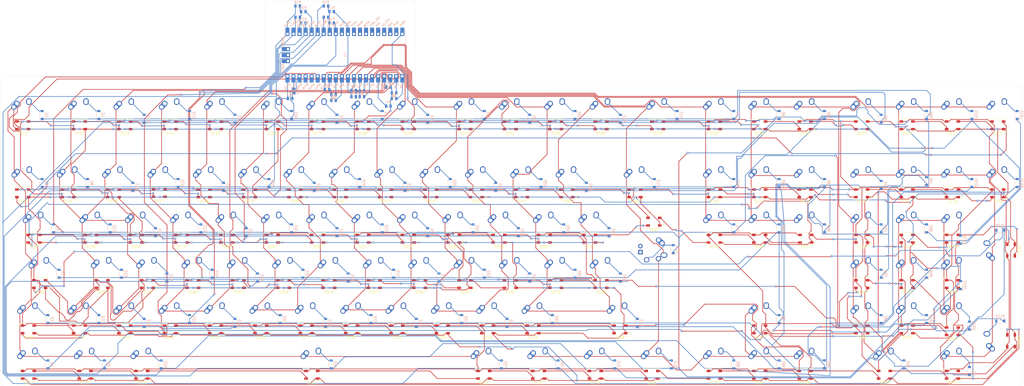
<source format=kicad_pcb>
(kicad_pcb (version 20171130) (host pcbnew "(5.1.4)-1")

  (general
    (thickness 1.6)
    (drawings 17)
    (tracks 3659)
    (zones 0)
    (modules 352)
    (nets 261)
  )

  (page User 499.999 279.4)
  (title_block
    (title 100%-PCB)
    (date 2024-09-19)
    (rev 1.0)
    (company FabiClawZ)
  )

  (layers
    (0 F.Cu signal)
    (31 B.Cu signal)
    (32 B.Adhes user)
    (33 F.Adhes user)
    (34 B.Paste user)
    (35 F.Paste user)
    (36 B.SilkS user)
    (37 F.SilkS user)
    (38 B.Mask user)
    (39 F.Mask user)
    (40 Dwgs.User user)
    (41 Cmts.User user)
    (42 Eco1.User user)
    (43 Eco2.User user)
    (44 Edge.Cuts user)
    (45 Margin user)
    (46 B.CrtYd user)
    (47 F.CrtYd user)
    (48 B.Fab user)
    (49 F.Fab user)
  )

  (setup
    (last_trace_width 0.25)
    (trace_clearance 0.2)
    (zone_clearance 0.508)
    (zone_45_only no)
    (trace_min 0.2)
    (via_size 0.8)
    (via_drill 0.4)
    (via_min_size 0.4)
    (via_min_drill 0.3)
    (uvia_size 0.3)
    (uvia_drill 0.1)
    (uvias_allowed no)
    (uvia_min_size 0.2)
    (uvia_min_drill 0.1)
    (edge_width 0.05)
    (segment_width 0.2)
    (pcb_text_width 0.3)
    (pcb_text_size 1.5 1.5)
    (mod_edge_width 0.12)
    (mod_text_size 1 1)
    (mod_text_width 0.15)
    (pad_size 1.524 1.524)
    (pad_drill 0.762)
    (pad_to_mask_clearance 0.051)
    (solder_mask_min_width 0.25)
    (aux_axis_origin 0 0)
    (visible_elements 7FFFFFFF)
    (pcbplotparams
      (layerselection 0x010fc_ffffffff)
      (usegerberextensions false)
      (usegerberattributes false)
      (usegerberadvancedattributes false)
      (creategerberjobfile false)
      (excludeedgelayer true)
      (linewidth 0.100000)
      (plotframeref false)
      (viasonmask false)
      (mode 1)
      (useauxorigin false)
      (hpglpennumber 1)
      (hpglpenspeed 20)
      (hpglpendiameter 15.000000)
      (psnegative false)
      (psa4output false)
      (plotreference true)
      (plotvalue true)
      (plotinvisibletext false)
      (padsonsilk false)
      (subtractmaskfromsilk false)
      (outputformat 1)
      (mirror false)
      (drillshape 1)
      (scaleselection 1)
      (outputdirectory ""))
  )

  (net 0 "")
  (net 1 Row0)
  (net 2 "Net-(D1-Pad2)")
  (net 3 Row1)
  (net 4 "Net-(D2-Pad2)")
  (net 5 Row4)
  (net 6 "Net-(D3-Pad2)")
  (net 7 Row5)
  (net 8 "Net-(D4-Pad2)")
  (net 9 Row2)
  (net 10 "Net-(D5-Pad2)")
  (net 11 Row3)
  (net 12 "Net-(D6-Pad2)")
  (net 13 "Net-(D7-Pad2)")
  (net 14 "Net-(D8-Pad2)")
  (net 15 Row6)
  (net 16 "Net-(D9-Pad2)")
  (net 17 Row9)
  (net 18 "Net-(D10-Pad2)")
  (net 19 "Net-(D11-Pad2)")
  (net 20 "Net-(D12-Pad2)")
  (net 21 "Net-(D13-Pad2)")
  (net 22 Row8)
  (net 23 "Net-(D14-Pad2)")
  (net 24 "Net-(D15-Pad2)")
  (net 25 "Net-(D16-Pad2)")
  (net 26 Row7)
  (net 27 "Net-(D17-Pad2)")
  (net 28 "Net-(D18-Pad2)")
  (net 29 "Net-(D19-Pad2)")
  (net 30 "Net-(D20-Pad2)")
  (net 31 "Net-(D21-Pad2)")
  (net 32 "Net-(D22-Pad2)")
  (net 33 "Net-(D23-Pad2)")
  (net 34 "Net-(D24-Pad2)")
  (net 35 "Net-(D25-Pad2)")
  (net 36 "Net-(D26-Pad2)")
  (net 37 "Net-(D27-Pad2)")
  (net 38 "Net-(D28-Pad2)")
  (net 39 "Net-(D29-Pad2)")
  (net 40 "Net-(D30-Pad2)")
  (net 41 "Net-(D31-Pad2)")
  (net 42 "Net-(D32-Pad2)")
  (net 43 "Net-(D33-Pad2)")
  (net 44 "Net-(D34-Pad2)")
  (net 45 "Net-(D35-Pad2)")
  (net 46 "Net-(D36-Pad2)")
  (net 47 "Net-(D37-Pad2)")
  (net 48 "Net-(D38-Pad2)")
  (net 49 "Net-(D39-Pad2)")
  (net 50 "Net-(D40-Pad2)")
  (net 51 "Net-(D41-Pad2)")
  (net 52 "Net-(D42-Pad2)")
  (net 53 "Net-(D43-Pad2)")
  (net 54 "Net-(D44-Pad2)")
  (net 55 "Net-(D45-Pad2)")
  (net 56 "Net-(D46-Pad2)")
  (net 57 "Net-(D47-Pad2)")
  (net 58 "Net-(D48-Pad2)")
  (net 59 "Net-(D49-Pad2)")
  (net 60 "Net-(D50-Pad2)")
  (net 61 "Net-(D51-Pad2)")
  (net 62 "Net-(D52-Pad2)")
  (net 63 "Net-(D53-Pad2)")
  (net 64 "Net-(D54-Pad2)")
  (net 65 "Net-(D55-Pad2)")
  (net 66 "Net-(D56-Pad2)")
  (net 67 "Net-(D57-Pad2)")
  (net 68 "Net-(D58-Pad2)")
  (net 69 "Net-(D59-Pad2)")
  (net 70 "Net-(D60-Pad2)")
  (net 71 "Net-(D61-Pad2)")
  (net 72 "Net-(D62-Pad2)")
  (net 73 "Net-(D63-Pad2)")
  (net 74 "Net-(D64-Pad2)")
  (net 75 "Net-(D65-Pad2)")
  (net 76 "Net-(D66-Pad2)")
  (net 77 "Net-(D67-Pad2)")
  (net 78 "Net-(D68-Pad2)")
  (net 79 "Net-(D69-Pad2)")
  (net 80 "Net-(D70-Pad2)")
  (net 81 "Net-(D71-Pad2)")
  (net 82 "Net-(D72-Pad2)")
  (net 83 "Net-(D73-Pad2)")
  (net 84 "Net-(D74-Pad2)")
  (net 85 "Net-(D75-Pad2)")
  (net 86 "Net-(D76-Pad2)")
  (net 87 "Net-(D77-Pad2)")
  (net 88 "Net-(D78-Pad2)")
  (net 89 "Net-(D79-Pad2)")
  (net 90 "Net-(D80-Pad2)")
  (net 91 "Net-(D81-Pad2)")
  (net 92 "Net-(D82-Pad2)")
  (net 93 "Net-(D83-Pad2)")
  (net 94 "Net-(D84-Pad2)")
  (net 95 "Net-(D85-Pad2)")
  (net 96 "Net-(D86-Pad2)")
  (net 97 "Net-(D87-Pad2)")
  (net 98 "Net-(D88-Pad2)")
  (net 99 "Net-(D89-Pad2)")
  (net 100 "Net-(D90-Pad2)")
  (net 101 "Net-(D91-Pad2)")
  (net 102 "Net-(D92-Pad2)")
  (net 103 "Net-(D93-Pad2)")
  (net 104 "Net-(D94-Pad2)")
  (net 105 "Net-(D95-Pad2)")
  (net 106 "Net-(D96-Pad2)")
  (net 107 "Net-(D97-Pad2)")
  (net 108 "Net-(D98-Pad2)")
  (net 109 "Net-(D99-Pad2)")
  (net 110 "Net-(D100-Pad2)")
  (net 111 "Net-(D101-Pad2)")
  (net 112 "Net-(D102-Pad2)")
  (net 113 "Net-(D103-Pad2)")
  (net 114 "Net-(D104-Pad2)")
  (net 115 "Net-(D105-Pad2)")
  (net 116 "Net-(D106-Pad2)")
  (net 117 "Net-(D107-Pad2)")
  (net 118 "Net-(D108-Pad2)")
  (net 119 "Net-(D109-Pad2)")
  (net 120 "Net-(D110-Pad2)")
  (net 121 Col0)
  (net 122 Col1)
  (net 123 Col2)
  (net 124 Col3)
  (net 125 Col4)
  (net 126 Col5)
  (net 127 Col6)
  (net 128 Col7)
  (net 129 Col8)
  (net 130 Col9)
  (net 131 Col10)
  (net 132 "Net-(R10-Pad2)")
  (net 133 "Net-(R11-Pad2)")
  (net 134 "Net-(R12-Pad1)")
  (net 135 "Net-(R14-Pad2)")
  (net 136 "Net-(R16-Pad1)")
  (net 137 "Net-(U1-Pad30)")
  (net 138 "Net-(U1-Pad32)")
  (net 139 "Net-(U1-Pad33)")
  (net 140 "Net-(U1-Pad34)")
  (net 141 "Net-(U1-Pad35)")
  (net 142 "Net-(U1-Pad36)")
  (net 143 "Net-(U1-Pad37)")
  (net 144 "Net-(U1-Pad38)")
  (net 145 "Net-(U1-Pad39)")
  (net 146 "Net-(U1-Pad17)")
  (net 147 "Net-(U1-Pad16)")
  (net 148 +5V)
  (net 149 "Net-(D111-Pad2)")
  (net 150 LED_DATA)
  (net 151 GND)
  (net 152 "Net-(D112-Pad2)")
  (net 153 "Net-(D112-Pad4)")
  (net 154 "Net-(D113-Pad2)")
  (net 155 "Net-(D114-Pad2)")
  (net 156 "Net-(D114-Pad4)")
  (net 157 "Net-(D115-Pad2)")
  (net 158 "Net-(D116-Pad2)")
  (net 159 "Net-(D116-Pad4)")
  (net 160 "Net-(D117-Pad2)")
  (net 161 "Net-(D118-Pad2)")
  (net 162 "Net-(D118-Pad4)")
  (net 163 "Net-(D119-Pad2)")
  (net 164 "Net-(D120-Pad2)")
  (net 165 "Net-(D120-Pad4)")
  (net 166 "Net-(D121-Pad2)")
  (net 167 "Net-(D122-Pad2)")
  (net 168 "Net-(D123-Pad4)")
  (net 169 "Net-(D124-Pad2)")
  (net 170 "Net-(D125-Pad4)")
  (net 171 "Net-(D126-Pad2)")
  (net 172 "Net-(D127-Pad4)")
  (net 173 "Net-(D128-Pad2)")
  (net 174 "Net-(D129-Pad4)")
  (net 175 "Net-(D130-Pad2)")
  (net 176 "Net-(D131-Pad4)")
  (net 177 "Net-(D132-Pad2)")
  (net 178 "Net-(D133-Pad2)")
  (net 179 "Net-(D134-Pad4)")
  (net 180 "Net-(D135-Pad2)")
  (net 181 "Net-(D136-Pad4)")
  (net 182 "Net-(D137-Pad2)")
  (net 183 "Net-(D138-Pad4)")
  (net 184 "Net-(D139-Pad2)")
  (net 185 "Net-(D140-Pad4)")
  (net 186 "Net-(D141-Pad2)")
  (net 187 "Net-(D142-Pad4)")
  (net 188 "Net-(D143-Pad2)")
  (net 189 "Net-(D144-Pad2)")
  (net 190 "Net-(D145-Pad4)")
  (net 191 "Net-(D146-Pad2)")
  (net 192 "Net-(D147-Pad4)")
  (net 193 "Net-(D148-Pad2)")
  (net 194 "Net-(D149-Pad4)")
  (net 195 "Net-(D150-Pad2)")
  (net 196 "Net-(D151-Pad4)")
  (net 197 "Net-(D152-Pad2)")
  (net 198 "Net-(D153-Pad4)")
  (net 199 "Net-(D154-Pad2)")
  (net 200 "Net-(D155-Pad2)")
  (net 201 "Net-(D156-Pad4)")
  (net 202 "Net-(D157-Pad2)")
  (net 203 "Net-(D158-Pad4)")
  (net 204 "Net-(D159-Pad2)")
  (net 205 "Net-(D160-Pad4)")
  (net 206 "Net-(D161-Pad2)")
  (net 207 "Net-(D162-Pad4)")
  (net 208 "Net-(D163-Pad2)")
  (net 209 "Net-(D164-Pad4)")
  (net 210 "Net-(D165-Pad2)")
  (net 211 "Net-(D166-Pad2)")
  (net 212 "Net-(D167-Pad4)")
  (net 213 "Net-(D168-Pad2)")
  (net 214 "Net-(D169-Pad4)")
  (net 215 "Net-(D170-Pad2)")
  (net 216 "Net-(D171-Pad4)")
  (net 217 "Net-(D172-Pad2)")
  (net 218 "Net-(D173-Pad4)")
  (net 219 "Net-(D174-Pad2)")
  (net 220 "Net-(D175-Pad4)")
  (net 221 "Net-(D176-Pad2)")
  (net 222 "Net-(D177-Pad2)")
  (net 223 "Net-(D178-Pad4)")
  (net 224 "Net-(D179-Pad2)")
  (net 225 "Net-(D180-Pad4)")
  (net 226 "Net-(D181-Pad2)")
  (net 227 "Net-(D182-Pad4)")
  (net 228 "Net-(D183-Pad2)")
  (net 229 "Net-(D184-Pad4)")
  (net 230 "Net-(D185-Pad2)")
  (net 231 "Net-(D186-Pad4)")
  (net 232 "Net-(D187-Pad2)")
  (net 233 "Net-(D188-Pad2)")
  (net 234 "Net-(D189-Pad4)")
  (net 235 "Net-(D190-Pad2)")
  (net 236 "Net-(D191-Pad4)")
  (net 237 "Net-(D192-Pad2)")
  (net 238 "Net-(D193-Pad4)")
  (net 239 "Net-(D194-Pad2)")
  (net 240 "Net-(D195-Pad4)")
  (net 241 "Net-(D196-Pad2)")
  (net 242 "Net-(D197-Pad4)")
  (net 243 "Net-(D198-Pad2)")
  (net 244 "Net-(D199-Pad2)")
  (net 245 "Net-(D200-Pad4)")
  (net 246 "Net-(D201-Pad2)")
  (net 247 "Net-(D202-Pad4)")
  (net 248 "Net-(D203-Pad2)")
  (net 249 "Net-(D204-Pad4)")
  (net 250 "Net-(D205-Pad2)")
  (net 251 "Net-(D206-Pad4)")
  (net 252 "Net-(D207-Pad2)")
  (net 253 "Net-(D208-Pad4)")
  (net 254 "Net-(D209-Pad2)")
  (net 255 "Net-(D210-Pad2)")
  (net 256 "Net-(D212-Pad2)")
  (net 257 "Net-(D214-Pad2)")
  (net 258 "Net-(D216-Pad2)")
  (net 259 "Net-(D218-Pad2)")
  (net 260 "Net-(D220-Pad2)")

  (net_class Default "This is the default net class."
    (clearance 0.2)
    (trace_width 0.25)
    (via_dia 0.8)
    (via_drill 0.4)
    (uvia_dia 0.3)
    (uvia_drill 0.1)
    (add_net +5V)
    (add_net Col0)
    (add_net Col1)
    (add_net Col10)
    (add_net Col2)
    (add_net Col3)
    (add_net Col4)
    (add_net Col5)
    (add_net Col6)
    (add_net Col7)
    (add_net Col8)
    (add_net Col9)
    (add_net GND)
    (add_net LED_DATA)
    (add_net "Net-(D1-Pad2)")
    (add_net "Net-(D10-Pad2)")
    (add_net "Net-(D100-Pad2)")
    (add_net "Net-(D101-Pad2)")
    (add_net "Net-(D102-Pad2)")
    (add_net "Net-(D103-Pad2)")
    (add_net "Net-(D104-Pad2)")
    (add_net "Net-(D105-Pad2)")
    (add_net "Net-(D106-Pad2)")
    (add_net "Net-(D107-Pad2)")
    (add_net "Net-(D108-Pad2)")
    (add_net "Net-(D109-Pad2)")
    (add_net "Net-(D11-Pad2)")
    (add_net "Net-(D110-Pad2)")
    (add_net "Net-(D111-Pad2)")
    (add_net "Net-(D112-Pad2)")
    (add_net "Net-(D112-Pad4)")
    (add_net "Net-(D113-Pad2)")
    (add_net "Net-(D114-Pad2)")
    (add_net "Net-(D114-Pad4)")
    (add_net "Net-(D115-Pad2)")
    (add_net "Net-(D116-Pad2)")
    (add_net "Net-(D116-Pad4)")
    (add_net "Net-(D117-Pad2)")
    (add_net "Net-(D118-Pad2)")
    (add_net "Net-(D118-Pad4)")
    (add_net "Net-(D119-Pad2)")
    (add_net "Net-(D12-Pad2)")
    (add_net "Net-(D120-Pad2)")
    (add_net "Net-(D120-Pad4)")
    (add_net "Net-(D121-Pad2)")
    (add_net "Net-(D122-Pad2)")
    (add_net "Net-(D123-Pad4)")
    (add_net "Net-(D124-Pad2)")
    (add_net "Net-(D125-Pad4)")
    (add_net "Net-(D126-Pad2)")
    (add_net "Net-(D127-Pad4)")
    (add_net "Net-(D128-Pad2)")
    (add_net "Net-(D129-Pad4)")
    (add_net "Net-(D13-Pad2)")
    (add_net "Net-(D130-Pad2)")
    (add_net "Net-(D131-Pad4)")
    (add_net "Net-(D132-Pad2)")
    (add_net "Net-(D133-Pad2)")
    (add_net "Net-(D134-Pad4)")
    (add_net "Net-(D135-Pad2)")
    (add_net "Net-(D136-Pad4)")
    (add_net "Net-(D137-Pad2)")
    (add_net "Net-(D138-Pad4)")
    (add_net "Net-(D139-Pad2)")
    (add_net "Net-(D14-Pad2)")
    (add_net "Net-(D140-Pad4)")
    (add_net "Net-(D141-Pad2)")
    (add_net "Net-(D142-Pad4)")
    (add_net "Net-(D143-Pad2)")
    (add_net "Net-(D144-Pad2)")
    (add_net "Net-(D145-Pad4)")
    (add_net "Net-(D146-Pad2)")
    (add_net "Net-(D147-Pad4)")
    (add_net "Net-(D148-Pad2)")
    (add_net "Net-(D149-Pad4)")
    (add_net "Net-(D15-Pad2)")
    (add_net "Net-(D150-Pad2)")
    (add_net "Net-(D151-Pad4)")
    (add_net "Net-(D152-Pad2)")
    (add_net "Net-(D153-Pad4)")
    (add_net "Net-(D154-Pad2)")
    (add_net "Net-(D155-Pad2)")
    (add_net "Net-(D156-Pad4)")
    (add_net "Net-(D157-Pad2)")
    (add_net "Net-(D158-Pad4)")
    (add_net "Net-(D159-Pad2)")
    (add_net "Net-(D16-Pad2)")
    (add_net "Net-(D160-Pad4)")
    (add_net "Net-(D161-Pad2)")
    (add_net "Net-(D162-Pad4)")
    (add_net "Net-(D163-Pad2)")
    (add_net "Net-(D164-Pad4)")
    (add_net "Net-(D165-Pad2)")
    (add_net "Net-(D166-Pad2)")
    (add_net "Net-(D167-Pad4)")
    (add_net "Net-(D168-Pad2)")
    (add_net "Net-(D169-Pad4)")
    (add_net "Net-(D17-Pad2)")
    (add_net "Net-(D170-Pad2)")
    (add_net "Net-(D171-Pad4)")
    (add_net "Net-(D172-Pad2)")
    (add_net "Net-(D173-Pad4)")
    (add_net "Net-(D174-Pad2)")
    (add_net "Net-(D175-Pad4)")
    (add_net "Net-(D176-Pad2)")
    (add_net "Net-(D177-Pad2)")
    (add_net "Net-(D178-Pad4)")
    (add_net "Net-(D179-Pad2)")
    (add_net "Net-(D18-Pad2)")
    (add_net "Net-(D180-Pad4)")
    (add_net "Net-(D181-Pad2)")
    (add_net "Net-(D182-Pad4)")
    (add_net "Net-(D183-Pad2)")
    (add_net "Net-(D184-Pad4)")
    (add_net "Net-(D185-Pad2)")
    (add_net "Net-(D186-Pad4)")
    (add_net "Net-(D187-Pad2)")
    (add_net "Net-(D188-Pad2)")
    (add_net "Net-(D189-Pad4)")
    (add_net "Net-(D19-Pad2)")
    (add_net "Net-(D190-Pad2)")
    (add_net "Net-(D191-Pad4)")
    (add_net "Net-(D192-Pad2)")
    (add_net "Net-(D193-Pad4)")
    (add_net "Net-(D194-Pad2)")
    (add_net "Net-(D195-Pad4)")
    (add_net "Net-(D196-Pad2)")
    (add_net "Net-(D197-Pad4)")
    (add_net "Net-(D198-Pad2)")
    (add_net "Net-(D199-Pad2)")
    (add_net "Net-(D2-Pad2)")
    (add_net "Net-(D20-Pad2)")
    (add_net "Net-(D200-Pad4)")
    (add_net "Net-(D201-Pad2)")
    (add_net "Net-(D202-Pad4)")
    (add_net "Net-(D203-Pad2)")
    (add_net "Net-(D204-Pad4)")
    (add_net "Net-(D205-Pad2)")
    (add_net "Net-(D206-Pad4)")
    (add_net "Net-(D207-Pad2)")
    (add_net "Net-(D208-Pad4)")
    (add_net "Net-(D209-Pad2)")
    (add_net "Net-(D21-Pad2)")
    (add_net "Net-(D210-Pad2)")
    (add_net "Net-(D212-Pad2)")
    (add_net "Net-(D214-Pad2)")
    (add_net "Net-(D216-Pad2)")
    (add_net "Net-(D218-Pad2)")
    (add_net "Net-(D22-Pad2)")
    (add_net "Net-(D220-Pad2)")
    (add_net "Net-(D23-Pad2)")
    (add_net "Net-(D24-Pad2)")
    (add_net "Net-(D25-Pad2)")
    (add_net "Net-(D26-Pad2)")
    (add_net "Net-(D27-Pad2)")
    (add_net "Net-(D28-Pad2)")
    (add_net "Net-(D29-Pad2)")
    (add_net "Net-(D3-Pad2)")
    (add_net "Net-(D30-Pad2)")
    (add_net "Net-(D31-Pad2)")
    (add_net "Net-(D32-Pad2)")
    (add_net "Net-(D33-Pad2)")
    (add_net "Net-(D34-Pad2)")
    (add_net "Net-(D35-Pad2)")
    (add_net "Net-(D36-Pad2)")
    (add_net "Net-(D37-Pad2)")
    (add_net "Net-(D38-Pad2)")
    (add_net "Net-(D39-Pad2)")
    (add_net "Net-(D4-Pad2)")
    (add_net "Net-(D40-Pad2)")
    (add_net "Net-(D41-Pad2)")
    (add_net "Net-(D42-Pad2)")
    (add_net "Net-(D43-Pad2)")
    (add_net "Net-(D44-Pad2)")
    (add_net "Net-(D45-Pad2)")
    (add_net "Net-(D46-Pad2)")
    (add_net "Net-(D47-Pad2)")
    (add_net "Net-(D48-Pad2)")
    (add_net "Net-(D49-Pad2)")
    (add_net "Net-(D5-Pad2)")
    (add_net "Net-(D50-Pad2)")
    (add_net "Net-(D51-Pad2)")
    (add_net "Net-(D52-Pad2)")
    (add_net "Net-(D53-Pad2)")
    (add_net "Net-(D54-Pad2)")
    (add_net "Net-(D55-Pad2)")
    (add_net "Net-(D56-Pad2)")
    (add_net "Net-(D57-Pad2)")
    (add_net "Net-(D58-Pad2)")
    (add_net "Net-(D59-Pad2)")
    (add_net "Net-(D6-Pad2)")
    (add_net "Net-(D60-Pad2)")
    (add_net "Net-(D61-Pad2)")
    (add_net "Net-(D62-Pad2)")
    (add_net "Net-(D63-Pad2)")
    (add_net "Net-(D64-Pad2)")
    (add_net "Net-(D65-Pad2)")
    (add_net "Net-(D66-Pad2)")
    (add_net "Net-(D67-Pad2)")
    (add_net "Net-(D68-Pad2)")
    (add_net "Net-(D69-Pad2)")
    (add_net "Net-(D7-Pad2)")
    (add_net "Net-(D70-Pad2)")
    (add_net "Net-(D71-Pad2)")
    (add_net "Net-(D72-Pad2)")
    (add_net "Net-(D73-Pad2)")
    (add_net "Net-(D74-Pad2)")
    (add_net "Net-(D75-Pad2)")
    (add_net "Net-(D76-Pad2)")
    (add_net "Net-(D77-Pad2)")
    (add_net "Net-(D78-Pad2)")
    (add_net "Net-(D79-Pad2)")
    (add_net "Net-(D8-Pad2)")
    (add_net "Net-(D80-Pad2)")
    (add_net "Net-(D81-Pad2)")
    (add_net "Net-(D82-Pad2)")
    (add_net "Net-(D83-Pad2)")
    (add_net "Net-(D84-Pad2)")
    (add_net "Net-(D85-Pad2)")
    (add_net "Net-(D86-Pad2)")
    (add_net "Net-(D87-Pad2)")
    (add_net "Net-(D88-Pad2)")
    (add_net "Net-(D89-Pad2)")
    (add_net "Net-(D9-Pad2)")
    (add_net "Net-(D90-Pad2)")
    (add_net "Net-(D91-Pad2)")
    (add_net "Net-(D92-Pad2)")
    (add_net "Net-(D93-Pad2)")
    (add_net "Net-(D94-Pad2)")
    (add_net "Net-(D95-Pad2)")
    (add_net "Net-(D96-Pad2)")
    (add_net "Net-(D97-Pad2)")
    (add_net "Net-(D98-Pad2)")
    (add_net "Net-(D99-Pad2)")
    (add_net "Net-(R10-Pad2)")
    (add_net "Net-(R11-Pad2)")
    (add_net "Net-(R12-Pad1)")
    (add_net "Net-(R14-Pad2)")
    (add_net "Net-(R16-Pad1)")
    (add_net "Net-(U1-Pad16)")
    (add_net "Net-(U1-Pad17)")
    (add_net "Net-(U1-Pad30)")
    (add_net "Net-(U1-Pad32)")
    (add_net "Net-(U1-Pad33)")
    (add_net "Net-(U1-Pad34)")
    (add_net "Net-(U1-Pad35)")
    (add_net "Net-(U1-Pad36)")
    (add_net "Net-(U1-Pad37)")
    (add_net "Net-(U1-Pad38)")
    (add_net "Net-(U1-Pad39)")
    (add_net Row0)
    (add_net Row1)
    (add_net Row2)
    (add_net Row3)
    (add_net Row4)
    (add_net Row5)
    (add_net Row6)
    (add_net Row7)
    (add_net Row8)
    (add_net Row9)
  )

  (module LED_SMD:LED_WS2812B_PLCC4_5.0x5.0mm_P3.2mm (layer F.Cu) (tedit 5AA4B285) (tstamp 66EDBF4F)
    (at 439.7375 200.81875 180)
    (descr https://cdn-shop.adafruit.com/datasheets/WS2812B.pdf)
    (tags "LED RGB NeoPixel")
    (path /67348432)
    (attr smd)
    (fp_text reference D220 (at 0 -3.5) (layer F.SilkS)
      (effects (font (size 1 1) (thickness 0.15)))
    )
    (fp_text value WS2812B (at 0 4) (layer F.Fab)
      (effects (font (size 1 1) (thickness 0.15)))
    )
    (fp_circle (center 0 0) (end 0 -2) (layer F.Fab) (width 0.1))
    (fp_line (start 3.65 2.75) (end 3.65 1.6) (layer F.SilkS) (width 0.12))
    (fp_line (start -3.65 2.75) (end 3.65 2.75) (layer F.SilkS) (width 0.12))
    (fp_line (start -3.65 -2.75) (end 3.65 -2.75) (layer F.SilkS) (width 0.12))
    (fp_line (start 2.5 -2.5) (end -2.5 -2.5) (layer F.Fab) (width 0.1))
    (fp_line (start 2.5 2.5) (end 2.5 -2.5) (layer F.Fab) (width 0.1))
    (fp_line (start -2.5 2.5) (end 2.5 2.5) (layer F.Fab) (width 0.1))
    (fp_line (start -2.5 -2.5) (end -2.5 2.5) (layer F.Fab) (width 0.1))
    (fp_line (start 2.5 1.5) (end 1.5 2.5) (layer F.Fab) (width 0.1))
    (fp_line (start -3.45 -2.75) (end -3.45 2.75) (layer F.CrtYd) (width 0.05))
    (fp_line (start -3.45 2.75) (end 3.45 2.75) (layer F.CrtYd) (width 0.05))
    (fp_line (start 3.45 2.75) (end 3.45 -2.75) (layer F.CrtYd) (width 0.05))
    (fp_line (start 3.45 -2.75) (end -3.45 -2.75) (layer F.CrtYd) (width 0.05))
    (fp_text user %R (at 0 0) (layer F.Fab)
      (effects (font (size 0.8 0.8) (thickness 0.15)))
    )
    (fp_text user 1 (at -4.15 -1.6) (layer F.SilkS)
      (effects (font (size 1 1) (thickness 0.15)))
    )
    (pad 1 smd rect (at -2.45 -1.6 180) (size 1.5 1) (layers F.Cu F.Paste F.Mask)
      (net 148 +5V))
    (pad 2 smd rect (at -2.45 1.6 180) (size 1.5 1) (layers F.Cu F.Paste F.Mask)
      (net 260 "Net-(D220-Pad2)"))
    (pad 4 smd rect (at 2.45 -1.6 180) (size 1.5 1) (layers F.Cu F.Paste F.Mask)
      (net 254 "Net-(D209-Pad2)"))
    (pad 3 smd rect (at 2.45 1.6 180) (size 1.5 1) (layers F.Cu F.Paste F.Mask)
      (net 151 GND))
    (model ${KISYS3DMOD}/LED_SMD.3dshapes/LED_WS2812B_PLCC4_5.0x5.0mm_P3.2mm.wrl
      (at (xyz 0 0 0))
      (scale (xyz 1 1 1))
      (rotate (xyz 0 0 0))
    )
  )

  (module LED_SMD:LED_WS2812B_PLCC4_5.0x5.0mm_P3.2mm (layer F.Cu) (tedit 5AA4B285) (tstamp 66EDBF38)
    (at 263.525 181.76875 180)
    (descr https://cdn-shop.adafruit.com/datasheets/WS2812B.pdf)
    (tags "LED RGB NeoPixel")
    (path /672EFB78)
    (attr smd)
    (fp_text reference D219 (at 0 -3.5) (layer F.SilkS)
      (effects (font (size 1 1) (thickness 0.15)))
    )
    (fp_text value WS2812B (at 0 4) (layer F.Fab)
      (effects (font (size 1 1) (thickness 0.15)))
    )
    (fp_circle (center 0 0) (end 0 -2) (layer F.Fab) (width 0.1))
    (fp_line (start 3.65 2.75) (end 3.65 1.6) (layer F.SilkS) (width 0.12))
    (fp_line (start -3.65 2.75) (end 3.65 2.75) (layer F.SilkS) (width 0.12))
    (fp_line (start -3.65 -2.75) (end 3.65 -2.75) (layer F.SilkS) (width 0.12))
    (fp_line (start 2.5 -2.5) (end -2.5 -2.5) (layer F.Fab) (width 0.1))
    (fp_line (start 2.5 2.5) (end 2.5 -2.5) (layer F.Fab) (width 0.1))
    (fp_line (start -2.5 2.5) (end 2.5 2.5) (layer F.Fab) (width 0.1))
    (fp_line (start -2.5 -2.5) (end -2.5 2.5) (layer F.Fab) (width 0.1))
    (fp_line (start 2.5 1.5) (end 1.5 2.5) (layer F.Fab) (width 0.1))
    (fp_line (start -3.45 -2.75) (end -3.45 2.75) (layer F.CrtYd) (width 0.05))
    (fp_line (start -3.45 2.75) (end 3.45 2.75) (layer F.CrtYd) (width 0.05))
    (fp_line (start 3.45 2.75) (end 3.45 -2.75) (layer F.CrtYd) (width 0.05))
    (fp_line (start 3.45 -2.75) (end -3.45 -2.75) (layer F.CrtYd) (width 0.05))
    (fp_text user %R (at 0 0) (layer F.Fab)
      (effects (font (size 0.8 0.8) (thickness 0.15)))
    )
    (fp_text user 1 (at -4.15 -1.6) (layer F.SilkS)
      (effects (font (size 1 1) (thickness 0.15)))
    )
    (pad 1 smd rect (at -2.45 -1.6 180) (size 1.5 1) (layers F.Cu F.Paste F.Mask)
      (net 148 +5V))
    (pad 2 smd rect (at -2.45 1.6 180) (size 1.5 1) (layers F.Cu F.Paste F.Mask)
      (net 253 "Net-(D208-Pad4)"))
    (pad 4 smd rect (at 2.45 -1.6 180) (size 1.5 1) (layers F.Cu F.Paste F.Mask)
      (net 259 "Net-(D218-Pad2)"))
    (pad 3 smd rect (at 2.45 1.6 180) (size 1.5 1) (layers F.Cu F.Paste F.Mask)
      (net 151 GND))
    (model ${KISYS3DMOD}/LED_SMD.3dshapes/LED_WS2812B_PLCC4_5.0x5.0mm_P3.2mm.wrl
      (at (xyz 0 0 0))
      (scale (xyz 1 1 1))
      (rotate (xyz 0 0 0))
    )
  )

  (module LED_SMD:LED_WS2812B_PLCC4_5.0x5.0mm_P3.2mm (layer F.Cu) (tedit 5AA4B285) (tstamp 66EDBF21)
    (at 244.475 181.76875 180)
    (descr https://cdn-shop.adafruit.com/datasheets/WS2812B.pdf)
    (tags "LED RGB NeoPixel")
    (path /672EFBEA)
    (attr smd)
    (fp_text reference D218 (at 0 -3.5) (layer F.SilkS)
      (effects (font (size 1 1) (thickness 0.15)))
    )
    (fp_text value WS2812B (at 0 4) (layer F.Fab)
      (effects (font (size 1 1) (thickness 0.15)))
    )
    (fp_circle (center 0 0) (end 0 -2) (layer F.Fab) (width 0.1))
    (fp_line (start 3.65 2.75) (end 3.65 1.6) (layer F.SilkS) (width 0.12))
    (fp_line (start -3.65 2.75) (end 3.65 2.75) (layer F.SilkS) (width 0.12))
    (fp_line (start -3.65 -2.75) (end 3.65 -2.75) (layer F.SilkS) (width 0.12))
    (fp_line (start 2.5 -2.5) (end -2.5 -2.5) (layer F.Fab) (width 0.1))
    (fp_line (start 2.5 2.5) (end 2.5 -2.5) (layer F.Fab) (width 0.1))
    (fp_line (start -2.5 2.5) (end 2.5 2.5) (layer F.Fab) (width 0.1))
    (fp_line (start -2.5 -2.5) (end -2.5 2.5) (layer F.Fab) (width 0.1))
    (fp_line (start 2.5 1.5) (end 1.5 2.5) (layer F.Fab) (width 0.1))
    (fp_line (start -3.45 -2.75) (end -3.45 2.75) (layer F.CrtYd) (width 0.05))
    (fp_line (start -3.45 2.75) (end 3.45 2.75) (layer F.CrtYd) (width 0.05))
    (fp_line (start 3.45 2.75) (end 3.45 -2.75) (layer F.CrtYd) (width 0.05))
    (fp_line (start 3.45 -2.75) (end -3.45 -2.75) (layer F.CrtYd) (width 0.05))
    (fp_text user %R (at 0 0) (layer F.Fab)
      (effects (font (size 0.8 0.8) (thickness 0.15)))
    )
    (fp_text user 1 (at -4.15 -1.6) (layer F.SilkS)
      (effects (font (size 1 1) (thickness 0.15)))
    )
    (pad 1 smd rect (at -2.45 -1.6 180) (size 1.5 1) (layers F.Cu F.Paste F.Mask)
      (net 148 +5V))
    (pad 2 smd rect (at -2.45 1.6 180) (size 1.5 1) (layers F.Cu F.Paste F.Mask)
      (net 259 "Net-(D218-Pad2)"))
    (pad 4 smd rect (at 2.45 -1.6 180) (size 1.5 1) (layers F.Cu F.Paste F.Mask)
      (net 252 "Net-(D207-Pad2)"))
    (pad 3 smd rect (at 2.45 1.6 180) (size 1.5 1) (layers F.Cu F.Paste F.Mask)
      (net 151 GND))
    (model ${KISYS3DMOD}/LED_SMD.3dshapes/LED_WS2812B_PLCC4_5.0x5.0mm_P3.2mm.wrl
      (at (xyz 0 0 0))
      (scale (xyz 1 1 1))
      (rotate (xyz 0 0 0))
    )
  )

  (module LED_SMD:LED_WS2812B_PLCC4_5.0x5.0mm_P3.2mm (layer F.Cu) (tedit 5AA4B285) (tstamp 66EDBF0A)
    (at 196.85 162.71875 180)
    (descr https://cdn-shop.adafruit.com/datasheets/WS2812B.pdf)
    (tags "LED RGB NeoPixel")
    (path /672EFBF0)
    (attr smd)
    (fp_text reference D217 (at 0 -3.5) (layer F.SilkS)
      (effects (font (size 1 1) (thickness 0.15)))
    )
    (fp_text value WS2812B (at 0 4) (layer F.Fab)
      (effects (font (size 1 1) (thickness 0.15)))
    )
    (fp_circle (center 0 0) (end 0 -2) (layer F.Fab) (width 0.1))
    (fp_line (start 3.65 2.75) (end 3.65 1.6) (layer F.SilkS) (width 0.12))
    (fp_line (start -3.65 2.75) (end 3.65 2.75) (layer F.SilkS) (width 0.12))
    (fp_line (start -3.65 -2.75) (end 3.65 -2.75) (layer F.SilkS) (width 0.12))
    (fp_line (start 2.5 -2.5) (end -2.5 -2.5) (layer F.Fab) (width 0.1))
    (fp_line (start 2.5 2.5) (end 2.5 -2.5) (layer F.Fab) (width 0.1))
    (fp_line (start -2.5 2.5) (end 2.5 2.5) (layer F.Fab) (width 0.1))
    (fp_line (start -2.5 -2.5) (end -2.5 2.5) (layer F.Fab) (width 0.1))
    (fp_line (start 2.5 1.5) (end 1.5 2.5) (layer F.Fab) (width 0.1))
    (fp_line (start -3.45 -2.75) (end -3.45 2.75) (layer F.CrtYd) (width 0.05))
    (fp_line (start -3.45 2.75) (end 3.45 2.75) (layer F.CrtYd) (width 0.05))
    (fp_line (start 3.45 2.75) (end 3.45 -2.75) (layer F.CrtYd) (width 0.05))
    (fp_line (start 3.45 -2.75) (end -3.45 -2.75) (layer F.CrtYd) (width 0.05))
    (fp_text user %R (at 0 0) (layer F.Fab)
      (effects (font (size 0.8 0.8) (thickness 0.15)))
    )
    (fp_text user 1 (at -4.15 -1.6) (layer F.SilkS)
      (effects (font (size 1 1) (thickness 0.15)))
    )
    (pad 1 smd rect (at -2.45 -1.6 180) (size 1.5 1) (layers F.Cu F.Paste F.Mask)
      (net 148 +5V))
    (pad 2 smd rect (at -2.45 1.6 180) (size 1.5 1) (layers F.Cu F.Paste F.Mask)
      (net 251 "Net-(D206-Pad4)"))
    (pad 4 smd rect (at 2.45 -1.6 180) (size 1.5 1) (layers F.Cu F.Paste F.Mask)
      (net 258 "Net-(D216-Pad2)"))
    (pad 3 smd rect (at 2.45 1.6 180) (size 1.5 1) (layers F.Cu F.Paste F.Mask)
      (net 151 GND))
    (model ${KISYS3DMOD}/LED_SMD.3dshapes/LED_WS2812B_PLCC4_5.0x5.0mm_P3.2mm.wrl
      (at (xyz 0 0 0))
      (scale (xyz 1 1 1))
      (rotate (xyz 0 0 0))
    )
  )

  (module LED_SMD:LED_WS2812B_PLCC4_5.0x5.0mm_P3.2mm (layer F.Cu) (tedit 5AA4B285) (tstamp 66EDBEF3)
    (at 177.8 162.71875 180)
    (descr https://cdn-shop.adafruit.com/datasheets/WS2812B.pdf)
    (tags "LED RGB NeoPixel")
    (path /672EFC62)
    (attr smd)
    (fp_text reference D216 (at 0 -3.5) (layer F.SilkS)
      (effects (font (size 1 1) (thickness 0.15)))
    )
    (fp_text value WS2812B (at 0 4) (layer F.Fab)
      (effects (font (size 1 1) (thickness 0.15)))
    )
    (fp_circle (center 0 0) (end 0 -2) (layer F.Fab) (width 0.1))
    (fp_line (start 3.65 2.75) (end 3.65 1.6) (layer F.SilkS) (width 0.12))
    (fp_line (start -3.65 2.75) (end 3.65 2.75) (layer F.SilkS) (width 0.12))
    (fp_line (start -3.65 -2.75) (end 3.65 -2.75) (layer F.SilkS) (width 0.12))
    (fp_line (start 2.5 -2.5) (end -2.5 -2.5) (layer F.Fab) (width 0.1))
    (fp_line (start 2.5 2.5) (end 2.5 -2.5) (layer F.Fab) (width 0.1))
    (fp_line (start -2.5 2.5) (end 2.5 2.5) (layer F.Fab) (width 0.1))
    (fp_line (start -2.5 -2.5) (end -2.5 2.5) (layer F.Fab) (width 0.1))
    (fp_line (start 2.5 1.5) (end 1.5 2.5) (layer F.Fab) (width 0.1))
    (fp_line (start -3.45 -2.75) (end -3.45 2.75) (layer F.CrtYd) (width 0.05))
    (fp_line (start -3.45 2.75) (end 3.45 2.75) (layer F.CrtYd) (width 0.05))
    (fp_line (start 3.45 2.75) (end 3.45 -2.75) (layer F.CrtYd) (width 0.05))
    (fp_line (start 3.45 -2.75) (end -3.45 -2.75) (layer F.CrtYd) (width 0.05))
    (fp_text user %R (at 0 0) (layer F.Fab)
      (effects (font (size 0.8 0.8) (thickness 0.15)))
    )
    (fp_text user 1 (at -4.15 -1.6) (layer F.SilkS)
      (effects (font (size 1 1) (thickness 0.15)))
    )
    (pad 1 smd rect (at -2.45 -1.6 180) (size 1.5 1) (layers F.Cu F.Paste F.Mask)
      (net 148 +5V))
    (pad 2 smd rect (at -2.45 1.6 180) (size 1.5 1) (layers F.Cu F.Paste F.Mask)
      (net 258 "Net-(D216-Pad2)"))
    (pad 4 smd rect (at 2.45 -1.6 180) (size 1.5 1) (layers F.Cu F.Paste F.Mask)
      (net 250 "Net-(D205-Pad2)"))
    (pad 3 smd rect (at 2.45 1.6 180) (size 1.5 1) (layers F.Cu F.Paste F.Mask)
      (net 151 GND))
    (model ${KISYS3DMOD}/LED_SMD.3dshapes/LED_WS2812B_PLCC4_5.0x5.0mm_P3.2mm.wrl
      (at (xyz 0 0 0))
      (scale (xyz 1 1 1))
      (rotate (xyz 0 0 0))
    )
  )

  (module LED_SMD:LED_WS2812B_PLCC4_5.0x5.0mm_P3.2mm (layer F.Cu) (tedit 5AA4B285) (tstamp 66EDBEDC)
    (at 211.1375 143.66875 180)
    (descr https://cdn-shop.adafruit.com/datasheets/WS2812B.pdf)
    (tags "LED RGB NeoPixel")
    (path /672EFC68)
    (attr smd)
    (fp_text reference D215 (at 0 -3.5) (layer F.SilkS)
      (effects (font (size 1 1) (thickness 0.15)))
    )
    (fp_text value WS2812B (at 0 4) (layer F.Fab)
      (effects (font (size 1 1) (thickness 0.15)))
    )
    (fp_circle (center 0 0) (end 0 -2) (layer F.Fab) (width 0.1))
    (fp_line (start 3.65 2.75) (end 3.65 1.6) (layer F.SilkS) (width 0.12))
    (fp_line (start -3.65 2.75) (end 3.65 2.75) (layer F.SilkS) (width 0.12))
    (fp_line (start -3.65 -2.75) (end 3.65 -2.75) (layer F.SilkS) (width 0.12))
    (fp_line (start 2.5 -2.5) (end -2.5 -2.5) (layer F.Fab) (width 0.1))
    (fp_line (start 2.5 2.5) (end 2.5 -2.5) (layer F.Fab) (width 0.1))
    (fp_line (start -2.5 2.5) (end 2.5 2.5) (layer F.Fab) (width 0.1))
    (fp_line (start -2.5 -2.5) (end -2.5 2.5) (layer F.Fab) (width 0.1))
    (fp_line (start 2.5 1.5) (end 1.5 2.5) (layer F.Fab) (width 0.1))
    (fp_line (start -3.45 -2.75) (end -3.45 2.75) (layer F.CrtYd) (width 0.05))
    (fp_line (start -3.45 2.75) (end 3.45 2.75) (layer F.CrtYd) (width 0.05))
    (fp_line (start 3.45 2.75) (end 3.45 -2.75) (layer F.CrtYd) (width 0.05))
    (fp_line (start 3.45 -2.75) (end -3.45 -2.75) (layer F.CrtYd) (width 0.05))
    (fp_text user %R (at 0 0) (layer F.Fab)
      (effects (font (size 0.8 0.8) (thickness 0.15)))
    )
    (fp_text user 1 (at -4.15 -1.6) (layer F.SilkS)
      (effects (font (size 1 1) (thickness 0.15)))
    )
    (pad 1 smd rect (at -2.45 -1.6 180) (size 1.5 1) (layers F.Cu F.Paste F.Mask)
      (net 148 +5V))
    (pad 2 smd rect (at -2.45 1.6 180) (size 1.5 1) (layers F.Cu F.Paste F.Mask)
      (net 249 "Net-(D204-Pad4)"))
    (pad 4 smd rect (at 2.45 -1.6 180) (size 1.5 1) (layers F.Cu F.Paste F.Mask)
      (net 257 "Net-(D214-Pad2)"))
    (pad 3 smd rect (at 2.45 1.6 180) (size 1.5 1) (layers F.Cu F.Paste F.Mask)
      (net 151 GND))
    (model ${KISYS3DMOD}/LED_SMD.3dshapes/LED_WS2812B_PLCC4_5.0x5.0mm_P3.2mm.wrl
      (at (xyz 0 0 0))
      (scale (xyz 1 1 1))
      (rotate (xyz 0 0 0))
    )
  )

  (module LED_SMD:LED_WS2812B_PLCC4_5.0x5.0mm_P3.2mm (layer F.Cu) (tedit 5AA4B285) (tstamp 66EDBEC5)
    (at 192.0875 143.66875 180)
    (descr https://cdn-shop.adafruit.com/datasheets/WS2812B.pdf)
    (tags "LED RGB NeoPixel")
    (path /6719C04E)
    (attr smd)
    (fp_text reference D214 (at 0 -3.5) (layer F.SilkS)
      (effects (font (size 1 1) (thickness 0.15)))
    )
    (fp_text value WS2812B (at 0 4) (layer F.Fab)
      (effects (font (size 1 1) (thickness 0.15)))
    )
    (fp_circle (center 0 0) (end 0 -2) (layer F.Fab) (width 0.1))
    (fp_line (start 3.65 2.75) (end 3.65 1.6) (layer F.SilkS) (width 0.12))
    (fp_line (start -3.65 2.75) (end 3.65 2.75) (layer F.SilkS) (width 0.12))
    (fp_line (start -3.65 -2.75) (end 3.65 -2.75) (layer F.SilkS) (width 0.12))
    (fp_line (start 2.5 -2.5) (end -2.5 -2.5) (layer F.Fab) (width 0.1))
    (fp_line (start 2.5 2.5) (end 2.5 -2.5) (layer F.Fab) (width 0.1))
    (fp_line (start -2.5 2.5) (end 2.5 2.5) (layer F.Fab) (width 0.1))
    (fp_line (start -2.5 -2.5) (end -2.5 2.5) (layer F.Fab) (width 0.1))
    (fp_line (start 2.5 1.5) (end 1.5 2.5) (layer F.Fab) (width 0.1))
    (fp_line (start -3.45 -2.75) (end -3.45 2.75) (layer F.CrtYd) (width 0.05))
    (fp_line (start -3.45 2.75) (end 3.45 2.75) (layer F.CrtYd) (width 0.05))
    (fp_line (start 3.45 2.75) (end 3.45 -2.75) (layer F.CrtYd) (width 0.05))
    (fp_line (start 3.45 -2.75) (end -3.45 -2.75) (layer F.CrtYd) (width 0.05))
    (fp_text user %R (at 0 0) (layer F.Fab)
      (effects (font (size 0.8 0.8) (thickness 0.15)))
    )
    (fp_text user 1 (at -4.15 -1.6) (layer F.SilkS)
      (effects (font (size 1 1) (thickness 0.15)))
    )
    (pad 1 smd rect (at -2.45 -1.6 180) (size 1.5 1) (layers F.Cu F.Paste F.Mask)
      (net 148 +5V))
    (pad 2 smd rect (at -2.45 1.6 180) (size 1.5 1) (layers F.Cu F.Paste F.Mask)
      (net 257 "Net-(D214-Pad2)"))
    (pad 4 smd rect (at 2.45 -1.6 180) (size 1.5 1) (layers F.Cu F.Paste F.Mask)
      (net 248 "Net-(D203-Pad2)"))
    (pad 3 smd rect (at 2.45 1.6 180) (size 1.5 1) (layers F.Cu F.Paste F.Mask)
      (net 151 GND))
    (model ${KISYS3DMOD}/LED_SMD.3dshapes/LED_WS2812B_PLCC4_5.0x5.0mm_P3.2mm.wrl
      (at (xyz 0 0 0))
      (scale (xyz 1 1 1))
      (rotate (xyz 0 0 0))
    )
  )

  (module LED_SMD:LED_WS2812B_PLCC4_5.0x5.0mm_P3.2mm (layer F.Cu) (tedit 5AA4B285) (tstamp 66EDBEAE)
    (at 220.6625 124.61875 180)
    (descr https://cdn-shop.adafruit.com/datasheets/WS2812B.pdf)
    (tags "LED RGB NeoPixel")
    (path /67149C4C)
    (attr smd)
    (fp_text reference D213 (at 0 -3.5) (layer F.SilkS)
      (effects (font (size 1 1) (thickness 0.15)))
    )
    (fp_text value WS2812B (at 0 4) (layer F.Fab)
      (effects (font (size 1 1) (thickness 0.15)))
    )
    (fp_circle (center 0 0) (end 0 -2) (layer F.Fab) (width 0.1))
    (fp_line (start 3.65 2.75) (end 3.65 1.6) (layer F.SilkS) (width 0.12))
    (fp_line (start -3.65 2.75) (end 3.65 2.75) (layer F.SilkS) (width 0.12))
    (fp_line (start -3.65 -2.75) (end 3.65 -2.75) (layer F.SilkS) (width 0.12))
    (fp_line (start 2.5 -2.5) (end -2.5 -2.5) (layer F.Fab) (width 0.1))
    (fp_line (start 2.5 2.5) (end 2.5 -2.5) (layer F.Fab) (width 0.1))
    (fp_line (start -2.5 2.5) (end 2.5 2.5) (layer F.Fab) (width 0.1))
    (fp_line (start -2.5 -2.5) (end -2.5 2.5) (layer F.Fab) (width 0.1))
    (fp_line (start 2.5 1.5) (end 1.5 2.5) (layer F.Fab) (width 0.1))
    (fp_line (start -3.45 -2.75) (end -3.45 2.75) (layer F.CrtYd) (width 0.05))
    (fp_line (start -3.45 2.75) (end 3.45 2.75) (layer F.CrtYd) (width 0.05))
    (fp_line (start 3.45 2.75) (end 3.45 -2.75) (layer F.CrtYd) (width 0.05))
    (fp_line (start 3.45 -2.75) (end -3.45 -2.75) (layer F.CrtYd) (width 0.05))
    (fp_text user %R (at 0 0) (layer F.Fab)
      (effects (font (size 0.8 0.8) (thickness 0.15)))
    )
    (fp_text user 1 (at -4.15 -1.6) (layer F.SilkS)
      (effects (font (size 1 1) (thickness 0.15)))
    )
    (pad 1 smd rect (at -2.45 -1.6 180) (size 1.5 1) (layers F.Cu F.Paste F.Mask)
      (net 148 +5V))
    (pad 2 smd rect (at -2.45 1.6 180) (size 1.5 1) (layers F.Cu F.Paste F.Mask)
      (net 247 "Net-(D202-Pad4)"))
    (pad 4 smd rect (at 2.45 -1.6 180) (size 1.5 1) (layers F.Cu F.Paste F.Mask)
      (net 256 "Net-(D212-Pad2)"))
    (pad 3 smd rect (at 2.45 1.6 180) (size 1.5 1) (layers F.Cu F.Paste F.Mask)
      (net 151 GND))
    (model ${KISYS3DMOD}/LED_SMD.3dshapes/LED_WS2812B_PLCC4_5.0x5.0mm_P3.2mm.wrl
      (at (xyz 0 0 0))
      (scale (xyz 1 1 1))
      (rotate (xyz 0 0 0))
    )
  )

  (module LED_SMD:LED_WS2812B_PLCC4_5.0x5.0mm_P3.2mm (layer F.Cu) (tedit 5AA4B285) (tstamp 66EDBE97)
    (at 201.6125 124.61875 180)
    (descr https://cdn-shop.adafruit.com/datasheets/WS2812B.pdf)
    (tags "LED RGB NeoPixel")
    (path /670F5FE6)
    (attr smd)
    (fp_text reference D212 (at 0 -3.5) (layer F.SilkS)
      (effects (font (size 1 1) (thickness 0.15)))
    )
    (fp_text value WS2812B (at 0 4) (layer F.Fab)
      (effects (font (size 1 1) (thickness 0.15)))
    )
    (fp_circle (center 0 0) (end 0 -2) (layer F.Fab) (width 0.1))
    (fp_line (start 3.65 2.75) (end 3.65 1.6) (layer F.SilkS) (width 0.12))
    (fp_line (start -3.65 2.75) (end 3.65 2.75) (layer F.SilkS) (width 0.12))
    (fp_line (start -3.65 -2.75) (end 3.65 -2.75) (layer F.SilkS) (width 0.12))
    (fp_line (start 2.5 -2.5) (end -2.5 -2.5) (layer F.Fab) (width 0.1))
    (fp_line (start 2.5 2.5) (end 2.5 -2.5) (layer F.Fab) (width 0.1))
    (fp_line (start -2.5 2.5) (end 2.5 2.5) (layer F.Fab) (width 0.1))
    (fp_line (start -2.5 -2.5) (end -2.5 2.5) (layer F.Fab) (width 0.1))
    (fp_line (start 2.5 1.5) (end 1.5 2.5) (layer F.Fab) (width 0.1))
    (fp_line (start -3.45 -2.75) (end -3.45 2.75) (layer F.CrtYd) (width 0.05))
    (fp_line (start -3.45 2.75) (end 3.45 2.75) (layer F.CrtYd) (width 0.05))
    (fp_line (start 3.45 2.75) (end 3.45 -2.75) (layer F.CrtYd) (width 0.05))
    (fp_line (start 3.45 -2.75) (end -3.45 -2.75) (layer F.CrtYd) (width 0.05))
    (fp_text user %R (at 0 0) (layer F.Fab)
      (effects (font (size 0.8 0.8) (thickness 0.15)))
    )
    (fp_text user 1 (at -4.15 -1.6) (layer F.SilkS)
      (effects (font (size 1 1) (thickness 0.15)))
    )
    (pad 1 smd rect (at -2.45 -1.6 180) (size 1.5 1) (layers F.Cu F.Paste F.Mask)
      (net 148 +5V))
    (pad 2 smd rect (at -2.45 1.6 180) (size 1.5 1) (layers F.Cu F.Paste F.Mask)
      (net 256 "Net-(D212-Pad2)"))
    (pad 4 smd rect (at 2.45 -1.6 180) (size 1.5 1) (layers F.Cu F.Paste F.Mask)
      (net 246 "Net-(D201-Pad2)"))
    (pad 3 smd rect (at 2.45 1.6 180) (size 1.5 1) (layers F.Cu F.Paste F.Mask)
      (net 151 GND))
    (model ${KISYS3DMOD}/LED_SMD.3dshapes/LED_WS2812B_PLCC4_5.0x5.0mm_P3.2mm.wrl
      (at (xyz 0 0 0))
      (scale (xyz 1 1 1))
      (rotate (xyz 0 0 0))
    )
  )

  (module LED_SMD:LED_WS2812B_PLCC4_5.0x5.0mm_P3.2mm (layer F.Cu) (tedit 5AA4B285) (tstamp 66EDBE80)
    (at 254 96.04375 180)
    (descr https://cdn-shop.adafruit.com/datasheets/WS2812B.pdf)
    (tags "LED RGB NeoPixel")
    (path /670A6D44)
    (attr smd)
    (fp_text reference D211 (at 0 -3.5) (layer F.SilkS)
      (effects (font (size 1 1) (thickness 0.15)))
    )
    (fp_text value WS2812B (at 0 4) (layer F.Fab)
      (effects (font (size 1 1) (thickness 0.15)))
    )
    (fp_circle (center 0 0) (end 0 -2) (layer F.Fab) (width 0.1))
    (fp_line (start 3.65 2.75) (end 3.65 1.6) (layer F.SilkS) (width 0.12))
    (fp_line (start -3.65 2.75) (end 3.65 2.75) (layer F.SilkS) (width 0.12))
    (fp_line (start -3.65 -2.75) (end 3.65 -2.75) (layer F.SilkS) (width 0.12))
    (fp_line (start 2.5 -2.5) (end -2.5 -2.5) (layer F.Fab) (width 0.1))
    (fp_line (start 2.5 2.5) (end 2.5 -2.5) (layer F.Fab) (width 0.1))
    (fp_line (start -2.5 2.5) (end 2.5 2.5) (layer F.Fab) (width 0.1))
    (fp_line (start -2.5 -2.5) (end -2.5 2.5) (layer F.Fab) (width 0.1))
    (fp_line (start 2.5 1.5) (end 1.5 2.5) (layer F.Fab) (width 0.1))
    (fp_line (start -3.45 -2.75) (end -3.45 2.75) (layer F.CrtYd) (width 0.05))
    (fp_line (start -3.45 2.75) (end 3.45 2.75) (layer F.CrtYd) (width 0.05))
    (fp_line (start 3.45 2.75) (end 3.45 -2.75) (layer F.CrtYd) (width 0.05))
    (fp_line (start 3.45 -2.75) (end -3.45 -2.75) (layer F.CrtYd) (width 0.05))
    (fp_text user %R (at 0 0) (layer F.Fab)
      (effects (font (size 0.8 0.8) (thickness 0.15)))
    )
    (fp_text user 1 (at -4.15 -1.6) (layer F.SilkS)
      (effects (font (size 1 1) (thickness 0.15)))
    )
    (pad 1 smd rect (at -2.45 -1.6 180) (size 1.5 1) (layers F.Cu F.Paste F.Mask)
      (net 148 +5V))
    (pad 2 smd rect (at -2.45 1.6 180) (size 1.5 1) (layers F.Cu F.Paste F.Mask)
      (net 245 "Net-(D200-Pad4)"))
    (pad 4 smd rect (at 2.45 -1.6 180) (size 1.5 1) (layers F.Cu F.Paste F.Mask)
      (net 255 "Net-(D210-Pad2)"))
    (pad 3 smd rect (at 2.45 1.6 180) (size 1.5 1) (layers F.Cu F.Paste F.Mask)
      (net 151 GND))
    (model ${KISYS3DMOD}/LED_SMD.3dshapes/LED_WS2812B_PLCC4_5.0x5.0mm_P3.2mm.wrl
      (at (xyz 0 0 0))
      (scale (xyz 1 1 1))
      (rotate (xyz 0 0 0))
    )
  )

  (module LED_SMD:LED_WS2812B_PLCC4_5.0x5.0mm_P3.2mm (layer F.Cu) (tedit 5AA4B285) (tstamp 66EDBE69)
    (at 234.95 96.04375 180)
    (descr https://cdn-shop.adafruit.com/datasheets/WS2812B.pdf)
    (tags "LED RGB NeoPixel")
    (path /67003AA8)
    (attr smd)
    (fp_text reference D210 (at 0 -3.5) (layer F.SilkS)
      (effects (font (size 1 1) (thickness 0.15)))
    )
    (fp_text value WS2812B (at 0 4) (layer F.Fab)
      (effects (font (size 1 1) (thickness 0.15)))
    )
    (fp_circle (center 0 0) (end 0 -2) (layer F.Fab) (width 0.1))
    (fp_line (start 3.65 2.75) (end 3.65 1.6) (layer F.SilkS) (width 0.12))
    (fp_line (start -3.65 2.75) (end 3.65 2.75) (layer F.SilkS) (width 0.12))
    (fp_line (start -3.65 -2.75) (end 3.65 -2.75) (layer F.SilkS) (width 0.12))
    (fp_line (start 2.5 -2.5) (end -2.5 -2.5) (layer F.Fab) (width 0.1))
    (fp_line (start 2.5 2.5) (end 2.5 -2.5) (layer F.Fab) (width 0.1))
    (fp_line (start -2.5 2.5) (end 2.5 2.5) (layer F.Fab) (width 0.1))
    (fp_line (start -2.5 -2.5) (end -2.5 2.5) (layer F.Fab) (width 0.1))
    (fp_line (start 2.5 1.5) (end 1.5 2.5) (layer F.Fab) (width 0.1))
    (fp_line (start -3.45 -2.75) (end -3.45 2.75) (layer F.CrtYd) (width 0.05))
    (fp_line (start -3.45 2.75) (end 3.45 2.75) (layer F.CrtYd) (width 0.05))
    (fp_line (start 3.45 2.75) (end 3.45 -2.75) (layer F.CrtYd) (width 0.05))
    (fp_line (start 3.45 -2.75) (end -3.45 -2.75) (layer F.CrtYd) (width 0.05))
    (fp_text user %R (at 0 0) (layer F.Fab)
      (effects (font (size 0.8 0.8) (thickness 0.15)))
    )
    (fp_text user 1 (at -4.15 -1.6) (layer F.SilkS)
      (effects (font (size 1 1) (thickness 0.15)))
    )
    (pad 1 smd rect (at -2.45 -1.6 180) (size 1.5 1) (layers F.Cu F.Paste F.Mask)
      (net 148 +5V))
    (pad 2 smd rect (at -2.45 1.6 180) (size 1.5 1) (layers F.Cu F.Paste F.Mask)
      (net 255 "Net-(D210-Pad2)"))
    (pad 4 smd rect (at 2.45 -1.6 180) (size 1.5 1) (layers F.Cu F.Paste F.Mask)
      (net 244 "Net-(D199-Pad2)"))
    (pad 3 smd rect (at 2.45 1.6 180) (size 1.5 1) (layers F.Cu F.Paste F.Mask)
      (net 151 GND))
    (model ${KISYS3DMOD}/LED_SMD.3dshapes/LED_WS2812B_PLCC4_5.0x5.0mm_P3.2mm.wrl
      (at (xyz 0 0 0))
      (scale (xyz 1 1 1))
      (rotate (xyz 0 0 0))
    )
  )

  (module LED_SMD:LED_WS2812B_PLCC4_5.0x5.0mm_P3.2mm (layer F.Cu) (tedit 5AA4B285) (tstamp 66EDBE52)
    (at 411.1625 200.81875 180)
    (descr https://cdn-shop.adafruit.com/datasheets/WS2812B.pdf)
    (tags "LED RGB NeoPixel")
    (path /6734842C)
    (attr smd)
    (fp_text reference D209 (at 0 -3.5) (layer F.SilkS)
      (effects (font (size 1 1) (thickness 0.15)))
    )
    (fp_text value WS2812B (at 0 4) (layer F.Fab)
      (effects (font (size 1 1) (thickness 0.15)))
    )
    (fp_circle (center 0 0) (end 0 -2) (layer F.Fab) (width 0.1))
    (fp_line (start 3.65 2.75) (end 3.65 1.6) (layer F.SilkS) (width 0.12))
    (fp_line (start -3.65 2.75) (end 3.65 2.75) (layer F.SilkS) (width 0.12))
    (fp_line (start -3.65 -2.75) (end 3.65 -2.75) (layer F.SilkS) (width 0.12))
    (fp_line (start 2.5 -2.5) (end -2.5 -2.5) (layer F.Fab) (width 0.1))
    (fp_line (start 2.5 2.5) (end 2.5 -2.5) (layer F.Fab) (width 0.1))
    (fp_line (start -2.5 2.5) (end 2.5 2.5) (layer F.Fab) (width 0.1))
    (fp_line (start -2.5 -2.5) (end -2.5 2.5) (layer F.Fab) (width 0.1))
    (fp_line (start 2.5 1.5) (end 1.5 2.5) (layer F.Fab) (width 0.1))
    (fp_line (start -3.45 -2.75) (end -3.45 2.75) (layer F.CrtYd) (width 0.05))
    (fp_line (start -3.45 2.75) (end 3.45 2.75) (layer F.CrtYd) (width 0.05))
    (fp_line (start 3.45 2.75) (end 3.45 -2.75) (layer F.CrtYd) (width 0.05))
    (fp_line (start 3.45 -2.75) (end -3.45 -2.75) (layer F.CrtYd) (width 0.05))
    (fp_text user %R (at 0 0) (layer F.Fab)
      (effects (font (size 0.8 0.8) (thickness 0.15)))
    )
    (fp_text user 1 (at -4.15 -1.6) (layer F.SilkS)
      (effects (font (size 1 1) (thickness 0.15)))
    )
    (pad 1 smd rect (at -2.45 -1.6 180) (size 1.5 1) (layers F.Cu F.Paste F.Mask)
      (net 148 +5V))
    (pad 2 smd rect (at -2.45 1.6 180) (size 1.5 1) (layers F.Cu F.Paste F.Mask)
      (net 254 "Net-(D209-Pad2)"))
    (pad 4 smd rect (at 2.45 -1.6 180) (size 1.5 1) (layers F.Cu F.Paste F.Mask)
      (net 243 "Net-(D198-Pad2)"))
    (pad 3 smd rect (at 2.45 1.6 180) (size 1.5 1) (layers F.Cu F.Paste F.Mask)
      (net 151 GND))
    (model ${KISYS3DMOD}/LED_SMD.3dshapes/LED_WS2812B_PLCC4_5.0x5.0mm_P3.2mm.wrl
      (at (xyz 0 0 0))
      (scale (xyz 1 1 1))
      (rotate (xyz 0 0 0))
    )
  )

  (module LED_SMD:LED_WS2812B_PLCC4_5.0x5.0mm_P3.2mm (layer F.Cu) (tedit 5AA4B285) (tstamp 66EDBE3B)
    (at 300.0375 181.76875 180)
    (descr https://cdn-shop.adafruit.com/datasheets/WS2812B.pdf)
    (tags "LED RGB NeoPixel")
    (path /672EFB7E)
    (attr smd)
    (fp_text reference D208 (at 0 -3.5) (layer F.SilkS)
      (effects (font (size 1 1) (thickness 0.15)))
    )
    (fp_text value WS2812B (at 0 4) (layer F.Fab)
      (effects (font (size 1 1) (thickness 0.15)))
    )
    (fp_circle (center 0 0) (end 0 -2) (layer F.Fab) (width 0.1))
    (fp_line (start 3.65 2.75) (end 3.65 1.6) (layer F.SilkS) (width 0.12))
    (fp_line (start -3.65 2.75) (end 3.65 2.75) (layer F.SilkS) (width 0.12))
    (fp_line (start -3.65 -2.75) (end 3.65 -2.75) (layer F.SilkS) (width 0.12))
    (fp_line (start 2.5 -2.5) (end -2.5 -2.5) (layer F.Fab) (width 0.1))
    (fp_line (start 2.5 2.5) (end 2.5 -2.5) (layer F.Fab) (width 0.1))
    (fp_line (start -2.5 2.5) (end 2.5 2.5) (layer F.Fab) (width 0.1))
    (fp_line (start -2.5 -2.5) (end -2.5 2.5) (layer F.Fab) (width 0.1))
    (fp_line (start 2.5 1.5) (end 1.5 2.5) (layer F.Fab) (width 0.1))
    (fp_line (start -3.45 -2.75) (end -3.45 2.75) (layer F.CrtYd) (width 0.05))
    (fp_line (start -3.45 2.75) (end 3.45 2.75) (layer F.CrtYd) (width 0.05))
    (fp_line (start 3.45 2.75) (end 3.45 -2.75) (layer F.CrtYd) (width 0.05))
    (fp_line (start 3.45 -2.75) (end -3.45 -2.75) (layer F.CrtYd) (width 0.05))
    (fp_text user %R (at 0 0) (layer F.Fab)
      (effects (font (size 0.8 0.8) (thickness 0.15)))
    )
    (fp_text user 1 (at -4.15 -1.6) (layer F.SilkS)
      (effects (font (size 1 1) (thickness 0.15)))
    )
    (pad 1 smd rect (at -2.45 -1.6 180) (size 1.5 1) (layers F.Cu F.Paste F.Mask)
      (net 148 +5V))
    (pad 2 smd rect (at -2.45 1.6 180) (size 1.5 1) (layers F.Cu F.Paste F.Mask)
      (net 242 "Net-(D197-Pad4)"))
    (pad 4 smd rect (at 2.45 -1.6 180) (size 1.5 1) (layers F.Cu F.Paste F.Mask)
      (net 253 "Net-(D208-Pad4)"))
    (pad 3 smd rect (at 2.45 1.6 180) (size 1.5 1) (layers F.Cu F.Paste F.Mask)
      (net 151 GND))
    (model ${KISYS3DMOD}/LED_SMD.3dshapes/LED_WS2812B_PLCC4_5.0x5.0mm_P3.2mm.wrl
      (at (xyz 0 0 0))
      (scale (xyz 1 1 1))
      (rotate (xyz 0 0 0))
    )
  )

  (module LED_SMD:LED_WS2812B_PLCC4_5.0x5.0mm_P3.2mm (layer F.Cu) (tedit 5AA4B285) (tstamp 66EDBE24)
    (at 225.425 181.76875 180)
    (descr https://cdn-shop.adafruit.com/datasheets/WS2812B.pdf)
    (tags "LED RGB NeoPixel")
    (path /672EFBE4)
    (attr smd)
    (fp_text reference D207 (at 0 -3.5) (layer F.SilkS)
      (effects (font (size 1 1) (thickness 0.15)))
    )
    (fp_text value WS2812B (at 0 4) (layer F.Fab)
      (effects (font (size 1 1) (thickness 0.15)))
    )
    (fp_circle (center 0 0) (end 0 -2) (layer F.Fab) (width 0.1))
    (fp_line (start 3.65 2.75) (end 3.65 1.6) (layer F.SilkS) (width 0.12))
    (fp_line (start -3.65 2.75) (end 3.65 2.75) (layer F.SilkS) (width 0.12))
    (fp_line (start -3.65 -2.75) (end 3.65 -2.75) (layer F.SilkS) (width 0.12))
    (fp_line (start 2.5 -2.5) (end -2.5 -2.5) (layer F.Fab) (width 0.1))
    (fp_line (start 2.5 2.5) (end 2.5 -2.5) (layer F.Fab) (width 0.1))
    (fp_line (start -2.5 2.5) (end 2.5 2.5) (layer F.Fab) (width 0.1))
    (fp_line (start -2.5 -2.5) (end -2.5 2.5) (layer F.Fab) (width 0.1))
    (fp_line (start 2.5 1.5) (end 1.5 2.5) (layer F.Fab) (width 0.1))
    (fp_line (start -3.45 -2.75) (end -3.45 2.75) (layer F.CrtYd) (width 0.05))
    (fp_line (start -3.45 2.75) (end 3.45 2.75) (layer F.CrtYd) (width 0.05))
    (fp_line (start 3.45 2.75) (end 3.45 -2.75) (layer F.CrtYd) (width 0.05))
    (fp_line (start 3.45 -2.75) (end -3.45 -2.75) (layer F.CrtYd) (width 0.05))
    (fp_text user %R (at 0 0) (layer F.Fab)
      (effects (font (size 0.8 0.8) (thickness 0.15)))
    )
    (fp_text user 1 (at -4.15 -1.6) (layer F.SilkS)
      (effects (font (size 1 1) (thickness 0.15)))
    )
    (pad 1 smd rect (at -2.45 -1.6 180) (size 1.5 1) (layers F.Cu F.Paste F.Mask)
      (net 148 +5V))
    (pad 2 smd rect (at -2.45 1.6 180) (size 1.5 1) (layers F.Cu F.Paste F.Mask)
      (net 252 "Net-(D207-Pad2)"))
    (pad 4 smd rect (at 2.45 -1.6 180) (size 1.5 1) (layers F.Cu F.Paste F.Mask)
      (net 241 "Net-(D196-Pad2)"))
    (pad 3 smd rect (at 2.45 1.6 180) (size 1.5 1) (layers F.Cu F.Paste F.Mask)
      (net 151 GND))
    (model ${KISYS3DMOD}/LED_SMD.3dshapes/LED_WS2812B_PLCC4_5.0x5.0mm_P3.2mm.wrl
      (at (xyz 0 0 0))
      (scale (xyz 1 1 1))
      (rotate (xyz 0 0 0))
    )
  )

  (module LED_SMD:LED_WS2812B_PLCC4_5.0x5.0mm_P3.2mm (layer F.Cu) (tedit 5AA4B285) (tstamp 66EDBE0D)
    (at 215.9 162.71875 180)
    (descr https://cdn-shop.adafruit.com/datasheets/WS2812B.pdf)
    (tags "LED RGB NeoPixel")
    (path /672EFBF6)
    (attr smd)
    (fp_text reference D206 (at 0 -3.5) (layer F.SilkS)
      (effects (font (size 1 1) (thickness 0.15)))
    )
    (fp_text value WS2812B (at 0 4) (layer F.Fab)
      (effects (font (size 1 1) (thickness 0.15)))
    )
    (fp_circle (center 0 0) (end 0 -2) (layer F.Fab) (width 0.1))
    (fp_line (start 3.65 2.75) (end 3.65 1.6) (layer F.SilkS) (width 0.12))
    (fp_line (start -3.65 2.75) (end 3.65 2.75) (layer F.SilkS) (width 0.12))
    (fp_line (start -3.65 -2.75) (end 3.65 -2.75) (layer F.SilkS) (width 0.12))
    (fp_line (start 2.5 -2.5) (end -2.5 -2.5) (layer F.Fab) (width 0.1))
    (fp_line (start 2.5 2.5) (end 2.5 -2.5) (layer F.Fab) (width 0.1))
    (fp_line (start -2.5 2.5) (end 2.5 2.5) (layer F.Fab) (width 0.1))
    (fp_line (start -2.5 -2.5) (end -2.5 2.5) (layer F.Fab) (width 0.1))
    (fp_line (start 2.5 1.5) (end 1.5 2.5) (layer F.Fab) (width 0.1))
    (fp_line (start -3.45 -2.75) (end -3.45 2.75) (layer F.CrtYd) (width 0.05))
    (fp_line (start -3.45 2.75) (end 3.45 2.75) (layer F.CrtYd) (width 0.05))
    (fp_line (start 3.45 2.75) (end 3.45 -2.75) (layer F.CrtYd) (width 0.05))
    (fp_line (start 3.45 -2.75) (end -3.45 -2.75) (layer F.CrtYd) (width 0.05))
    (fp_text user %R (at 0 0) (layer F.Fab)
      (effects (font (size 0.8 0.8) (thickness 0.15)))
    )
    (fp_text user 1 (at -4.15 -1.6) (layer F.SilkS)
      (effects (font (size 1 1) (thickness 0.15)))
    )
    (pad 1 smd rect (at -2.45 -1.6 180) (size 1.5 1) (layers F.Cu F.Paste F.Mask)
      (net 148 +5V))
    (pad 2 smd rect (at -2.45 1.6 180) (size 1.5 1) (layers F.Cu F.Paste F.Mask)
      (net 240 "Net-(D195-Pad4)"))
    (pad 4 smd rect (at 2.45 -1.6 180) (size 1.5 1) (layers F.Cu F.Paste F.Mask)
      (net 251 "Net-(D206-Pad4)"))
    (pad 3 smd rect (at 2.45 1.6 180) (size 1.5 1) (layers F.Cu F.Paste F.Mask)
      (net 151 GND))
    (model ${KISYS3DMOD}/LED_SMD.3dshapes/LED_WS2812B_PLCC4_5.0x5.0mm_P3.2mm.wrl
      (at (xyz 0 0 0))
      (scale (xyz 1 1 1))
      (rotate (xyz 0 0 0))
    )
  )

  (module LED_SMD:LED_WS2812B_PLCC4_5.0x5.0mm_P3.2mm (layer F.Cu) (tedit 5AA4B285) (tstamp 66EDBDF6)
    (at 158.75 162.71875 180)
    (descr https://cdn-shop.adafruit.com/datasheets/WS2812B.pdf)
    (tags "LED RGB NeoPixel")
    (path /672EFC5C)
    (attr smd)
    (fp_text reference D205 (at 0 -3.5) (layer F.SilkS)
      (effects (font (size 1 1) (thickness 0.15)))
    )
    (fp_text value WS2812B (at 0 4) (layer F.Fab)
      (effects (font (size 1 1) (thickness 0.15)))
    )
    (fp_circle (center 0 0) (end 0 -2) (layer F.Fab) (width 0.1))
    (fp_line (start 3.65 2.75) (end 3.65 1.6) (layer F.SilkS) (width 0.12))
    (fp_line (start -3.65 2.75) (end 3.65 2.75) (layer F.SilkS) (width 0.12))
    (fp_line (start -3.65 -2.75) (end 3.65 -2.75) (layer F.SilkS) (width 0.12))
    (fp_line (start 2.5 -2.5) (end -2.5 -2.5) (layer F.Fab) (width 0.1))
    (fp_line (start 2.5 2.5) (end 2.5 -2.5) (layer F.Fab) (width 0.1))
    (fp_line (start -2.5 2.5) (end 2.5 2.5) (layer F.Fab) (width 0.1))
    (fp_line (start -2.5 -2.5) (end -2.5 2.5) (layer F.Fab) (width 0.1))
    (fp_line (start 2.5 1.5) (end 1.5 2.5) (layer F.Fab) (width 0.1))
    (fp_line (start -3.45 -2.75) (end -3.45 2.75) (layer F.CrtYd) (width 0.05))
    (fp_line (start -3.45 2.75) (end 3.45 2.75) (layer F.CrtYd) (width 0.05))
    (fp_line (start 3.45 2.75) (end 3.45 -2.75) (layer F.CrtYd) (width 0.05))
    (fp_line (start 3.45 -2.75) (end -3.45 -2.75) (layer F.CrtYd) (width 0.05))
    (fp_text user %R (at 0 0) (layer F.Fab)
      (effects (font (size 0.8 0.8) (thickness 0.15)))
    )
    (fp_text user 1 (at -4.15 -1.6) (layer F.SilkS)
      (effects (font (size 1 1) (thickness 0.15)))
    )
    (pad 1 smd rect (at -2.45 -1.6 180) (size 1.5 1) (layers F.Cu F.Paste F.Mask)
      (net 148 +5V))
    (pad 2 smd rect (at -2.45 1.6 180) (size 1.5 1) (layers F.Cu F.Paste F.Mask)
      (net 250 "Net-(D205-Pad2)"))
    (pad 4 smd rect (at 2.45 -1.6 180) (size 1.5 1) (layers F.Cu F.Paste F.Mask)
      (net 239 "Net-(D194-Pad2)"))
    (pad 3 smd rect (at 2.45 1.6 180) (size 1.5 1) (layers F.Cu F.Paste F.Mask)
      (net 151 GND))
    (model ${KISYS3DMOD}/LED_SMD.3dshapes/LED_WS2812B_PLCC4_5.0x5.0mm_P3.2mm.wrl
      (at (xyz 0 0 0))
      (scale (xyz 1 1 1))
      (rotate (xyz 0 0 0))
    )
  )

  (module LED_SMD:LED_WS2812B_PLCC4_5.0x5.0mm_P3.2mm (layer F.Cu) (tedit 5AA4B285) (tstamp 66EDBDDF)
    (at 230.1875 143.66875 180)
    (descr https://cdn-shop.adafruit.com/datasheets/WS2812B.pdf)
    (tags "LED RGB NeoPixel")
    (path /672EFC6E)
    (attr smd)
    (fp_text reference D204 (at 0 -3.5) (layer F.SilkS)
      (effects (font (size 1 1) (thickness 0.15)))
    )
    (fp_text value WS2812B (at 0 4) (layer F.Fab)
      (effects (font (size 1 1) (thickness 0.15)))
    )
    (fp_circle (center 0 0) (end 0 -2) (layer F.Fab) (width 0.1))
    (fp_line (start 3.65 2.75) (end 3.65 1.6) (layer F.SilkS) (width 0.12))
    (fp_line (start -3.65 2.75) (end 3.65 2.75) (layer F.SilkS) (width 0.12))
    (fp_line (start -3.65 -2.75) (end 3.65 -2.75) (layer F.SilkS) (width 0.12))
    (fp_line (start 2.5 -2.5) (end -2.5 -2.5) (layer F.Fab) (width 0.1))
    (fp_line (start 2.5 2.5) (end 2.5 -2.5) (layer F.Fab) (width 0.1))
    (fp_line (start -2.5 2.5) (end 2.5 2.5) (layer F.Fab) (width 0.1))
    (fp_line (start -2.5 -2.5) (end -2.5 2.5) (layer F.Fab) (width 0.1))
    (fp_line (start 2.5 1.5) (end 1.5 2.5) (layer F.Fab) (width 0.1))
    (fp_line (start -3.45 -2.75) (end -3.45 2.75) (layer F.CrtYd) (width 0.05))
    (fp_line (start -3.45 2.75) (end 3.45 2.75) (layer F.CrtYd) (width 0.05))
    (fp_line (start 3.45 2.75) (end 3.45 -2.75) (layer F.CrtYd) (width 0.05))
    (fp_line (start 3.45 -2.75) (end -3.45 -2.75) (layer F.CrtYd) (width 0.05))
    (fp_text user %R (at 0 0) (layer F.Fab)
      (effects (font (size 0.8 0.8) (thickness 0.15)))
    )
    (fp_text user 1 (at -4.15 -1.6) (layer F.SilkS)
      (effects (font (size 1 1) (thickness 0.15)))
    )
    (pad 1 smd rect (at -2.45 -1.6 180) (size 1.5 1) (layers F.Cu F.Paste F.Mask)
      (net 148 +5V))
    (pad 2 smd rect (at -2.45 1.6 180) (size 1.5 1) (layers F.Cu F.Paste F.Mask)
      (net 238 "Net-(D193-Pad4)"))
    (pad 4 smd rect (at 2.45 -1.6 180) (size 1.5 1) (layers F.Cu F.Paste F.Mask)
      (net 249 "Net-(D204-Pad4)"))
    (pad 3 smd rect (at 2.45 1.6 180) (size 1.5 1) (layers F.Cu F.Paste F.Mask)
      (net 151 GND))
    (model ${KISYS3DMOD}/LED_SMD.3dshapes/LED_WS2812B_PLCC4_5.0x5.0mm_P3.2mm.wrl
      (at (xyz 0 0 0))
      (scale (xyz 1 1 1))
      (rotate (xyz 0 0 0))
    )
  )

  (module LED_SMD:LED_WS2812B_PLCC4_5.0x5.0mm_P3.2mm (layer F.Cu) (tedit 5AA4B285) (tstamp 66EDBDC8)
    (at 173.0375 143.66875 180)
    (descr https://cdn-shop.adafruit.com/datasheets/WS2812B.pdf)
    (tags "LED RGB NeoPixel")
    (path /6719C048)
    (attr smd)
    (fp_text reference D203 (at 0 -3.5) (layer F.SilkS)
      (effects (font (size 1 1) (thickness 0.15)))
    )
    (fp_text value WS2812B (at 0 4) (layer F.Fab)
      (effects (font (size 1 1) (thickness 0.15)))
    )
    (fp_circle (center 0 0) (end 0 -2) (layer F.Fab) (width 0.1))
    (fp_line (start 3.65 2.75) (end 3.65 1.6) (layer F.SilkS) (width 0.12))
    (fp_line (start -3.65 2.75) (end 3.65 2.75) (layer F.SilkS) (width 0.12))
    (fp_line (start -3.65 -2.75) (end 3.65 -2.75) (layer F.SilkS) (width 0.12))
    (fp_line (start 2.5 -2.5) (end -2.5 -2.5) (layer F.Fab) (width 0.1))
    (fp_line (start 2.5 2.5) (end 2.5 -2.5) (layer F.Fab) (width 0.1))
    (fp_line (start -2.5 2.5) (end 2.5 2.5) (layer F.Fab) (width 0.1))
    (fp_line (start -2.5 -2.5) (end -2.5 2.5) (layer F.Fab) (width 0.1))
    (fp_line (start 2.5 1.5) (end 1.5 2.5) (layer F.Fab) (width 0.1))
    (fp_line (start -3.45 -2.75) (end -3.45 2.75) (layer F.CrtYd) (width 0.05))
    (fp_line (start -3.45 2.75) (end 3.45 2.75) (layer F.CrtYd) (width 0.05))
    (fp_line (start 3.45 2.75) (end 3.45 -2.75) (layer F.CrtYd) (width 0.05))
    (fp_line (start 3.45 -2.75) (end -3.45 -2.75) (layer F.CrtYd) (width 0.05))
    (fp_text user %R (at 0 0) (layer F.Fab)
      (effects (font (size 0.8 0.8) (thickness 0.15)))
    )
    (fp_text user 1 (at -4.15 -1.6) (layer F.SilkS)
      (effects (font (size 1 1) (thickness 0.15)))
    )
    (pad 1 smd rect (at -2.45 -1.6 180) (size 1.5 1) (layers F.Cu F.Paste F.Mask)
      (net 148 +5V))
    (pad 2 smd rect (at -2.45 1.6 180) (size 1.5 1) (layers F.Cu F.Paste F.Mask)
      (net 248 "Net-(D203-Pad2)"))
    (pad 4 smd rect (at 2.45 -1.6 180) (size 1.5 1) (layers F.Cu F.Paste F.Mask)
      (net 237 "Net-(D192-Pad2)"))
    (pad 3 smd rect (at 2.45 1.6 180) (size 1.5 1) (layers F.Cu F.Paste F.Mask)
      (net 151 GND))
    (model ${KISYS3DMOD}/LED_SMD.3dshapes/LED_WS2812B_PLCC4_5.0x5.0mm_P3.2mm.wrl
      (at (xyz 0 0 0))
      (scale (xyz 1 1 1))
      (rotate (xyz 0 0 0))
    )
  )

  (module LED_SMD:LED_WS2812B_PLCC4_5.0x5.0mm_P3.2mm (layer F.Cu) (tedit 5AA4B285) (tstamp 66EDBDB1)
    (at 239.7125 124.61875 180)
    (descr https://cdn-shop.adafruit.com/datasheets/WS2812B.pdf)
    (tags "LED RGB NeoPixel")
    (path /67149C52)
    (attr smd)
    (fp_text reference D202 (at 0 -3.5) (layer F.SilkS)
      (effects (font (size 1 1) (thickness 0.15)))
    )
    (fp_text value WS2812B (at 0 4) (layer F.Fab)
      (effects (font (size 1 1) (thickness 0.15)))
    )
    (fp_circle (center 0 0) (end 0 -2) (layer F.Fab) (width 0.1))
    (fp_line (start 3.65 2.75) (end 3.65 1.6) (layer F.SilkS) (width 0.12))
    (fp_line (start -3.65 2.75) (end 3.65 2.75) (layer F.SilkS) (width 0.12))
    (fp_line (start -3.65 -2.75) (end 3.65 -2.75) (layer F.SilkS) (width 0.12))
    (fp_line (start 2.5 -2.5) (end -2.5 -2.5) (layer F.Fab) (width 0.1))
    (fp_line (start 2.5 2.5) (end 2.5 -2.5) (layer F.Fab) (width 0.1))
    (fp_line (start -2.5 2.5) (end 2.5 2.5) (layer F.Fab) (width 0.1))
    (fp_line (start -2.5 -2.5) (end -2.5 2.5) (layer F.Fab) (width 0.1))
    (fp_line (start 2.5 1.5) (end 1.5 2.5) (layer F.Fab) (width 0.1))
    (fp_line (start -3.45 -2.75) (end -3.45 2.75) (layer F.CrtYd) (width 0.05))
    (fp_line (start -3.45 2.75) (end 3.45 2.75) (layer F.CrtYd) (width 0.05))
    (fp_line (start 3.45 2.75) (end 3.45 -2.75) (layer F.CrtYd) (width 0.05))
    (fp_line (start 3.45 -2.75) (end -3.45 -2.75) (layer F.CrtYd) (width 0.05))
    (fp_text user %R (at 0 0) (layer F.Fab)
      (effects (font (size 0.8 0.8) (thickness 0.15)))
    )
    (fp_text user 1 (at -4.15 -1.6) (layer F.SilkS)
      (effects (font (size 1 1) (thickness 0.15)))
    )
    (pad 1 smd rect (at -2.45 -1.6 180) (size 1.5 1) (layers F.Cu F.Paste F.Mask)
      (net 148 +5V))
    (pad 2 smd rect (at -2.45 1.6 180) (size 1.5 1) (layers F.Cu F.Paste F.Mask)
      (net 236 "Net-(D191-Pad4)"))
    (pad 4 smd rect (at 2.45 -1.6 180) (size 1.5 1) (layers F.Cu F.Paste F.Mask)
      (net 247 "Net-(D202-Pad4)"))
    (pad 3 smd rect (at 2.45 1.6 180) (size 1.5 1) (layers F.Cu F.Paste F.Mask)
      (net 151 GND))
    (model ${KISYS3DMOD}/LED_SMD.3dshapes/LED_WS2812B_PLCC4_5.0x5.0mm_P3.2mm.wrl
      (at (xyz 0 0 0))
      (scale (xyz 1 1 1))
      (rotate (xyz 0 0 0))
    )
  )

  (module LED_SMD:LED_WS2812B_PLCC4_5.0x5.0mm_P3.2mm (layer F.Cu) (tedit 5AA4B285) (tstamp 66EDBD9A)
    (at 182.5625 124.61875 180)
    (descr https://cdn-shop.adafruit.com/datasheets/WS2812B.pdf)
    (tags "LED RGB NeoPixel")
    (path /670F5FE0)
    (attr smd)
    (fp_text reference D201 (at 0 -3.5) (layer F.SilkS)
      (effects (font (size 1 1) (thickness 0.15)))
    )
    (fp_text value WS2812B (at 0 4) (layer F.Fab)
      (effects (font (size 1 1) (thickness 0.15)))
    )
    (fp_circle (center 0 0) (end 0 -2) (layer F.Fab) (width 0.1))
    (fp_line (start 3.65 2.75) (end 3.65 1.6) (layer F.SilkS) (width 0.12))
    (fp_line (start -3.65 2.75) (end 3.65 2.75) (layer F.SilkS) (width 0.12))
    (fp_line (start -3.65 -2.75) (end 3.65 -2.75) (layer F.SilkS) (width 0.12))
    (fp_line (start 2.5 -2.5) (end -2.5 -2.5) (layer F.Fab) (width 0.1))
    (fp_line (start 2.5 2.5) (end 2.5 -2.5) (layer F.Fab) (width 0.1))
    (fp_line (start -2.5 2.5) (end 2.5 2.5) (layer F.Fab) (width 0.1))
    (fp_line (start -2.5 -2.5) (end -2.5 2.5) (layer F.Fab) (width 0.1))
    (fp_line (start 2.5 1.5) (end 1.5 2.5) (layer F.Fab) (width 0.1))
    (fp_line (start -3.45 -2.75) (end -3.45 2.75) (layer F.CrtYd) (width 0.05))
    (fp_line (start -3.45 2.75) (end 3.45 2.75) (layer F.CrtYd) (width 0.05))
    (fp_line (start 3.45 2.75) (end 3.45 -2.75) (layer F.CrtYd) (width 0.05))
    (fp_line (start 3.45 -2.75) (end -3.45 -2.75) (layer F.CrtYd) (width 0.05))
    (fp_text user %R (at 0 0) (layer F.Fab)
      (effects (font (size 0.8 0.8) (thickness 0.15)))
    )
    (fp_text user 1 (at -4.15 -1.6) (layer F.SilkS)
      (effects (font (size 1 1) (thickness 0.15)))
    )
    (pad 1 smd rect (at -2.45 -1.6 180) (size 1.5 1) (layers F.Cu F.Paste F.Mask)
      (net 148 +5V))
    (pad 2 smd rect (at -2.45 1.6 180) (size 1.5 1) (layers F.Cu F.Paste F.Mask)
      (net 246 "Net-(D201-Pad2)"))
    (pad 4 smd rect (at 2.45 -1.6 180) (size 1.5 1) (layers F.Cu F.Paste F.Mask)
      (net 235 "Net-(D190-Pad2)"))
    (pad 3 smd rect (at 2.45 1.6 180) (size 1.5 1) (layers F.Cu F.Paste F.Mask)
      (net 151 GND))
    (model ${KISYS3DMOD}/LED_SMD.3dshapes/LED_WS2812B_PLCC4_5.0x5.0mm_P3.2mm.wrl
      (at (xyz 0 0 0))
      (scale (xyz 1 1 1))
      (rotate (xyz 0 0 0))
    )
  )

  (module LED_SMD:LED_WS2812B_PLCC4_5.0x5.0mm_P3.2mm (layer F.Cu) (tedit 5AA4B285) (tstamp 66EDBD83)
    (at 273.05 96.04375 180)
    (descr https://cdn-shop.adafruit.com/datasheets/WS2812B.pdf)
    (tags "LED RGB NeoPixel")
    (path /670A6D4A)
    (attr smd)
    (fp_text reference D200 (at 0 -3.5) (layer F.SilkS)
      (effects (font (size 1 1) (thickness 0.15)))
    )
    (fp_text value WS2812B (at 0 4) (layer F.Fab)
      (effects (font (size 1 1) (thickness 0.15)))
    )
    (fp_circle (center 0 0) (end 0 -2) (layer F.Fab) (width 0.1))
    (fp_line (start 3.65 2.75) (end 3.65 1.6) (layer F.SilkS) (width 0.12))
    (fp_line (start -3.65 2.75) (end 3.65 2.75) (layer F.SilkS) (width 0.12))
    (fp_line (start -3.65 -2.75) (end 3.65 -2.75) (layer F.SilkS) (width 0.12))
    (fp_line (start 2.5 -2.5) (end -2.5 -2.5) (layer F.Fab) (width 0.1))
    (fp_line (start 2.5 2.5) (end 2.5 -2.5) (layer F.Fab) (width 0.1))
    (fp_line (start -2.5 2.5) (end 2.5 2.5) (layer F.Fab) (width 0.1))
    (fp_line (start -2.5 -2.5) (end -2.5 2.5) (layer F.Fab) (width 0.1))
    (fp_line (start 2.5 1.5) (end 1.5 2.5) (layer F.Fab) (width 0.1))
    (fp_line (start -3.45 -2.75) (end -3.45 2.75) (layer F.CrtYd) (width 0.05))
    (fp_line (start -3.45 2.75) (end 3.45 2.75) (layer F.CrtYd) (width 0.05))
    (fp_line (start 3.45 2.75) (end 3.45 -2.75) (layer F.CrtYd) (width 0.05))
    (fp_line (start 3.45 -2.75) (end -3.45 -2.75) (layer F.CrtYd) (width 0.05))
    (fp_text user %R (at 0 0) (layer F.Fab)
      (effects (font (size 0.8 0.8) (thickness 0.15)))
    )
    (fp_text user 1 (at -4.15 -1.6) (layer F.SilkS)
      (effects (font (size 1 1) (thickness 0.15)))
    )
    (pad 1 smd rect (at -2.45 -1.6 180) (size 1.5 1) (layers F.Cu F.Paste F.Mask)
      (net 148 +5V))
    (pad 2 smd rect (at -2.45 1.6 180) (size 1.5 1) (layers F.Cu F.Paste F.Mask)
      (net 234 "Net-(D189-Pad4)"))
    (pad 4 smd rect (at 2.45 -1.6 180) (size 1.5 1) (layers F.Cu F.Paste F.Mask)
      (net 245 "Net-(D200-Pad4)"))
    (pad 3 smd rect (at 2.45 1.6 180) (size 1.5 1) (layers F.Cu F.Paste F.Mask)
      (net 151 GND))
    (model ${KISYS3DMOD}/LED_SMD.3dshapes/LED_WS2812B_PLCC4_5.0x5.0mm_P3.2mm.wrl
      (at (xyz 0 0 0))
      (scale (xyz 1 1 1))
      (rotate (xyz 0 0 0))
    )
  )

  (module LED_SMD:LED_WS2812B_PLCC4_5.0x5.0mm_P3.2mm (layer F.Cu) (tedit 5AA4B285) (tstamp 66EDBD6C)
    (at 211.1375 96.04375 180)
    (descr https://cdn-shop.adafruit.com/datasheets/WS2812B.pdf)
    (tags "LED RGB NeoPixel")
    (path /67003AA2)
    (attr smd)
    (fp_text reference D199 (at 0 -3.5) (layer F.SilkS)
      (effects (font (size 1 1) (thickness 0.15)))
    )
    (fp_text value WS2812B (at 0 4) (layer F.Fab)
      (effects (font (size 1 1) (thickness 0.15)))
    )
    (fp_circle (center 0 0) (end 0 -2) (layer F.Fab) (width 0.1))
    (fp_line (start 3.65 2.75) (end 3.65 1.6) (layer F.SilkS) (width 0.12))
    (fp_line (start -3.65 2.75) (end 3.65 2.75) (layer F.SilkS) (width 0.12))
    (fp_line (start -3.65 -2.75) (end 3.65 -2.75) (layer F.SilkS) (width 0.12))
    (fp_line (start 2.5 -2.5) (end -2.5 -2.5) (layer F.Fab) (width 0.1))
    (fp_line (start 2.5 2.5) (end 2.5 -2.5) (layer F.Fab) (width 0.1))
    (fp_line (start -2.5 2.5) (end 2.5 2.5) (layer F.Fab) (width 0.1))
    (fp_line (start -2.5 -2.5) (end -2.5 2.5) (layer F.Fab) (width 0.1))
    (fp_line (start 2.5 1.5) (end 1.5 2.5) (layer F.Fab) (width 0.1))
    (fp_line (start -3.45 -2.75) (end -3.45 2.75) (layer F.CrtYd) (width 0.05))
    (fp_line (start -3.45 2.75) (end 3.45 2.75) (layer F.CrtYd) (width 0.05))
    (fp_line (start 3.45 2.75) (end 3.45 -2.75) (layer F.CrtYd) (width 0.05))
    (fp_line (start 3.45 -2.75) (end -3.45 -2.75) (layer F.CrtYd) (width 0.05))
    (fp_text user %R (at 0 0) (layer F.Fab)
      (effects (font (size 0.8 0.8) (thickness 0.15)))
    )
    (fp_text user 1 (at -4.15 -1.6) (layer F.SilkS)
      (effects (font (size 1 1) (thickness 0.15)))
    )
    (pad 1 smd rect (at -2.45 -1.6 180) (size 1.5 1) (layers F.Cu F.Paste F.Mask)
      (net 148 +5V))
    (pad 2 smd rect (at -2.45 1.6 180) (size 1.5 1) (layers F.Cu F.Paste F.Mask)
      (net 244 "Net-(D199-Pad2)"))
    (pad 4 smd rect (at 2.45 -1.6 180) (size 1.5 1) (layers F.Cu F.Paste F.Mask)
      (net 233 "Net-(D188-Pad2)"))
    (pad 3 smd rect (at 2.45 1.6 180) (size 1.5 1) (layers F.Cu F.Paste F.Mask)
      (net 151 GND))
    (model ${KISYS3DMOD}/LED_SMD.3dshapes/LED_WS2812B_PLCC4_5.0x5.0mm_P3.2mm.wrl
      (at (xyz 0 0 0))
      (scale (xyz 1 1 1))
      (rotate (xyz 0 0 0))
    )
  )

  (module LED_SMD:LED_WS2812B_PLCC4_5.0x5.0mm_P3.2mm (layer F.Cu) (tedit 5AA4B285) (tstamp 66EDBD55)
    (at 377.825 200.81875 180)
    (descr https://cdn-shop.adafruit.com/datasheets/WS2812B.pdf)
    (tags "LED RGB NeoPixel")
    (path /67348426)
    (attr smd)
    (fp_text reference D198 (at 0 -3.5) (layer F.SilkS)
      (effects (font (size 1 1) (thickness 0.15)))
    )
    (fp_text value WS2812B (at 0 4) (layer F.Fab)
      (effects (font (size 1 1) (thickness 0.15)))
    )
    (fp_circle (center 0 0) (end 0 -2) (layer F.Fab) (width 0.1))
    (fp_line (start 3.65 2.75) (end 3.65 1.6) (layer F.SilkS) (width 0.12))
    (fp_line (start -3.65 2.75) (end 3.65 2.75) (layer F.SilkS) (width 0.12))
    (fp_line (start -3.65 -2.75) (end 3.65 -2.75) (layer F.SilkS) (width 0.12))
    (fp_line (start 2.5 -2.5) (end -2.5 -2.5) (layer F.Fab) (width 0.1))
    (fp_line (start 2.5 2.5) (end 2.5 -2.5) (layer F.Fab) (width 0.1))
    (fp_line (start -2.5 2.5) (end 2.5 2.5) (layer F.Fab) (width 0.1))
    (fp_line (start -2.5 -2.5) (end -2.5 2.5) (layer F.Fab) (width 0.1))
    (fp_line (start 2.5 1.5) (end 1.5 2.5) (layer F.Fab) (width 0.1))
    (fp_line (start -3.45 -2.75) (end -3.45 2.75) (layer F.CrtYd) (width 0.05))
    (fp_line (start -3.45 2.75) (end 3.45 2.75) (layer F.CrtYd) (width 0.05))
    (fp_line (start 3.45 2.75) (end 3.45 -2.75) (layer F.CrtYd) (width 0.05))
    (fp_line (start 3.45 -2.75) (end -3.45 -2.75) (layer F.CrtYd) (width 0.05))
    (fp_text user %R (at 0 0) (layer F.Fab)
      (effects (font (size 0.8 0.8) (thickness 0.15)))
    )
    (fp_text user 1 (at -4.15 -1.6) (layer F.SilkS)
      (effects (font (size 1 1) (thickness 0.15)))
    )
    (pad 1 smd rect (at -2.45 -1.6 180) (size 1.5 1) (layers F.Cu F.Paste F.Mask)
      (net 148 +5V))
    (pad 2 smd rect (at -2.45 1.6 180) (size 1.5 1) (layers F.Cu F.Paste F.Mask)
      (net 243 "Net-(D198-Pad2)"))
    (pad 4 smd rect (at 2.45 -1.6 180) (size 1.5 1) (layers F.Cu F.Paste F.Mask)
      (net 232 "Net-(D187-Pad2)"))
    (pad 3 smd rect (at 2.45 1.6 180) (size 1.5 1) (layers F.Cu F.Paste F.Mask)
      (net 151 GND))
    (model ${KISYS3DMOD}/LED_SMD.3dshapes/LED_WS2812B_PLCC4_5.0x5.0mm_P3.2mm.wrl
      (at (xyz 0 0 0))
      (scale (xyz 1 1 1))
      (rotate (xyz 0 0 0))
    )
  )

  (module LED_SMD:LED_WS2812B_PLCC4_5.0x5.0mm_P3.2mm (layer F.Cu) (tedit 5AA4B285) (tstamp 66EDBD3E)
    (at 358.775 181.76875 180)
    (descr https://cdn-shop.adafruit.com/datasheets/WS2812B.pdf)
    (tags "LED RGB NeoPixel")
    (path /672EFB84)
    (attr smd)
    (fp_text reference D197 (at 0 -3.5) (layer F.SilkS)
      (effects (font (size 1 1) (thickness 0.15)))
    )
    (fp_text value WS2812B (at 0 4) (layer F.Fab)
      (effects (font (size 1 1) (thickness 0.15)))
    )
    (fp_circle (center 0 0) (end 0 -2) (layer F.Fab) (width 0.1))
    (fp_line (start 3.65 2.75) (end 3.65 1.6) (layer F.SilkS) (width 0.12))
    (fp_line (start -3.65 2.75) (end 3.65 2.75) (layer F.SilkS) (width 0.12))
    (fp_line (start -3.65 -2.75) (end 3.65 -2.75) (layer F.SilkS) (width 0.12))
    (fp_line (start 2.5 -2.5) (end -2.5 -2.5) (layer F.Fab) (width 0.1))
    (fp_line (start 2.5 2.5) (end 2.5 -2.5) (layer F.Fab) (width 0.1))
    (fp_line (start -2.5 2.5) (end 2.5 2.5) (layer F.Fab) (width 0.1))
    (fp_line (start -2.5 -2.5) (end -2.5 2.5) (layer F.Fab) (width 0.1))
    (fp_line (start 2.5 1.5) (end 1.5 2.5) (layer F.Fab) (width 0.1))
    (fp_line (start -3.45 -2.75) (end -3.45 2.75) (layer F.CrtYd) (width 0.05))
    (fp_line (start -3.45 2.75) (end 3.45 2.75) (layer F.CrtYd) (width 0.05))
    (fp_line (start 3.45 2.75) (end 3.45 -2.75) (layer F.CrtYd) (width 0.05))
    (fp_line (start 3.45 -2.75) (end -3.45 -2.75) (layer F.CrtYd) (width 0.05))
    (fp_text user %R (at 0 0) (layer F.Fab)
      (effects (font (size 0.8 0.8) (thickness 0.15)))
    )
    (fp_text user 1 (at -4.15 -1.6) (layer F.SilkS)
      (effects (font (size 1 1) (thickness 0.15)))
    )
    (pad 1 smd rect (at -2.45 -1.6 180) (size 1.5 1) (layers F.Cu F.Paste F.Mask)
      (net 148 +5V))
    (pad 2 smd rect (at -2.45 1.6 180) (size 1.5 1) (layers F.Cu F.Paste F.Mask)
      (net 231 "Net-(D186-Pad4)"))
    (pad 4 smd rect (at 2.45 -1.6 180) (size 1.5 1) (layers F.Cu F.Paste F.Mask)
      (net 242 "Net-(D197-Pad4)"))
    (pad 3 smd rect (at 2.45 1.6 180) (size 1.5 1) (layers F.Cu F.Paste F.Mask)
      (net 151 GND))
    (model ${KISYS3DMOD}/LED_SMD.3dshapes/LED_WS2812B_PLCC4_5.0x5.0mm_P3.2mm.wrl
      (at (xyz 0 0 0))
      (scale (xyz 1 1 1))
      (rotate (xyz 0 0 0))
    )
  )

  (module LED_SMD:LED_WS2812B_PLCC4_5.0x5.0mm_P3.2mm (layer F.Cu) (tedit 5AA4B285) (tstamp 66EDBD27)
    (at 206.375 181.76875 180)
    (descr https://cdn-shop.adafruit.com/datasheets/WS2812B.pdf)
    (tags "LED RGB NeoPixel")
    (path /672EFBDE)
    (attr smd)
    (fp_text reference D196 (at 0 -3.5) (layer F.SilkS)
      (effects (font (size 1 1) (thickness 0.15)))
    )
    (fp_text value WS2812B (at 0 4) (layer F.Fab)
      (effects (font (size 1 1) (thickness 0.15)))
    )
    (fp_circle (center 0 0) (end 0 -2) (layer F.Fab) (width 0.1))
    (fp_line (start 3.65 2.75) (end 3.65 1.6) (layer F.SilkS) (width 0.12))
    (fp_line (start -3.65 2.75) (end 3.65 2.75) (layer F.SilkS) (width 0.12))
    (fp_line (start -3.65 -2.75) (end 3.65 -2.75) (layer F.SilkS) (width 0.12))
    (fp_line (start 2.5 -2.5) (end -2.5 -2.5) (layer F.Fab) (width 0.1))
    (fp_line (start 2.5 2.5) (end 2.5 -2.5) (layer F.Fab) (width 0.1))
    (fp_line (start -2.5 2.5) (end 2.5 2.5) (layer F.Fab) (width 0.1))
    (fp_line (start -2.5 -2.5) (end -2.5 2.5) (layer F.Fab) (width 0.1))
    (fp_line (start 2.5 1.5) (end 1.5 2.5) (layer F.Fab) (width 0.1))
    (fp_line (start -3.45 -2.75) (end -3.45 2.75) (layer F.CrtYd) (width 0.05))
    (fp_line (start -3.45 2.75) (end 3.45 2.75) (layer F.CrtYd) (width 0.05))
    (fp_line (start 3.45 2.75) (end 3.45 -2.75) (layer F.CrtYd) (width 0.05))
    (fp_line (start 3.45 -2.75) (end -3.45 -2.75) (layer F.CrtYd) (width 0.05))
    (fp_text user %R (at 0 0) (layer F.Fab)
      (effects (font (size 0.8 0.8) (thickness 0.15)))
    )
    (fp_text user 1 (at -4.15 -1.6) (layer F.SilkS)
      (effects (font (size 1 1) (thickness 0.15)))
    )
    (pad 1 smd rect (at -2.45 -1.6 180) (size 1.5 1) (layers F.Cu F.Paste F.Mask)
      (net 148 +5V))
    (pad 2 smd rect (at -2.45 1.6 180) (size 1.5 1) (layers F.Cu F.Paste F.Mask)
      (net 241 "Net-(D196-Pad2)"))
    (pad 4 smd rect (at 2.45 -1.6 180) (size 1.5 1) (layers F.Cu F.Paste F.Mask)
      (net 230 "Net-(D185-Pad2)"))
    (pad 3 smd rect (at 2.45 1.6 180) (size 1.5 1) (layers F.Cu F.Paste F.Mask)
      (net 151 GND))
    (model ${KISYS3DMOD}/LED_SMD.3dshapes/LED_WS2812B_PLCC4_5.0x5.0mm_P3.2mm.wrl
      (at (xyz 0 0 0))
      (scale (xyz 1 1 1))
      (rotate (xyz 0 0 0))
    )
  )

  (module LED_SMD:LED_WS2812B_PLCC4_5.0x5.0mm_P3.2mm (layer F.Cu) (tedit 5AA4B285) (tstamp 66EDBD10)
    (at 234.95 162.71875 180)
    (descr https://cdn-shop.adafruit.com/datasheets/WS2812B.pdf)
    (tags "LED RGB NeoPixel")
    (path /672EFBFC)
    (attr smd)
    (fp_text reference D195 (at 0 -3.5) (layer F.SilkS)
      (effects (font (size 1 1) (thickness 0.15)))
    )
    (fp_text value WS2812B (at 0 4) (layer F.Fab)
      (effects (font (size 1 1) (thickness 0.15)))
    )
    (fp_circle (center 0 0) (end 0 -2) (layer F.Fab) (width 0.1))
    (fp_line (start 3.65 2.75) (end 3.65 1.6) (layer F.SilkS) (width 0.12))
    (fp_line (start -3.65 2.75) (end 3.65 2.75) (layer F.SilkS) (width 0.12))
    (fp_line (start -3.65 -2.75) (end 3.65 -2.75) (layer F.SilkS) (width 0.12))
    (fp_line (start 2.5 -2.5) (end -2.5 -2.5) (layer F.Fab) (width 0.1))
    (fp_line (start 2.5 2.5) (end 2.5 -2.5) (layer F.Fab) (width 0.1))
    (fp_line (start -2.5 2.5) (end 2.5 2.5) (layer F.Fab) (width 0.1))
    (fp_line (start -2.5 -2.5) (end -2.5 2.5) (layer F.Fab) (width 0.1))
    (fp_line (start 2.5 1.5) (end 1.5 2.5) (layer F.Fab) (width 0.1))
    (fp_line (start -3.45 -2.75) (end -3.45 2.75) (layer F.CrtYd) (width 0.05))
    (fp_line (start -3.45 2.75) (end 3.45 2.75) (layer F.CrtYd) (width 0.05))
    (fp_line (start 3.45 2.75) (end 3.45 -2.75) (layer F.CrtYd) (width 0.05))
    (fp_line (start 3.45 -2.75) (end -3.45 -2.75) (layer F.CrtYd) (width 0.05))
    (fp_text user %R (at 0 0) (layer F.Fab)
      (effects (font (size 0.8 0.8) (thickness 0.15)))
    )
    (fp_text user 1 (at -4.15 -1.6) (layer F.SilkS)
      (effects (font (size 1 1) (thickness 0.15)))
    )
    (pad 1 smd rect (at -2.45 -1.6 180) (size 1.5 1) (layers F.Cu F.Paste F.Mask)
      (net 148 +5V))
    (pad 2 smd rect (at -2.45 1.6 180) (size 1.5 1) (layers F.Cu F.Paste F.Mask)
      (net 229 "Net-(D184-Pad4)"))
    (pad 4 smd rect (at 2.45 -1.6 180) (size 1.5 1) (layers F.Cu F.Paste F.Mask)
      (net 240 "Net-(D195-Pad4)"))
    (pad 3 smd rect (at 2.45 1.6 180) (size 1.5 1) (layers F.Cu F.Paste F.Mask)
      (net 151 GND))
    (model ${KISYS3DMOD}/LED_SMD.3dshapes/LED_WS2812B_PLCC4_5.0x5.0mm_P3.2mm.wrl
      (at (xyz 0 0 0))
      (scale (xyz 1 1 1))
      (rotate (xyz 0 0 0))
    )
  )

  (module LED_SMD:LED_WS2812B_PLCC4_5.0x5.0mm_P3.2mm (layer F.Cu) (tedit 5AA4B285) (tstamp 66EDBCF9)
    (at 139.7 162.71875 180)
    (descr https://cdn-shop.adafruit.com/datasheets/WS2812B.pdf)
    (tags "LED RGB NeoPixel")
    (path /672EFC56)
    (attr smd)
    (fp_text reference D194 (at 0 -3.5) (layer F.SilkS)
      (effects (font (size 1 1) (thickness 0.15)))
    )
    (fp_text value WS2812B (at 0 4) (layer F.Fab)
      (effects (font (size 1 1) (thickness 0.15)))
    )
    (fp_circle (center 0 0) (end 0 -2) (layer F.Fab) (width 0.1))
    (fp_line (start 3.65 2.75) (end 3.65 1.6) (layer F.SilkS) (width 0.12))
    (fp_line (start -3.65 2.75) (end 3.65 2.75) (layer F.SilkS) (width 0.12))
    (fp_line (start -3.65 -2.75) (end 3.65 -2.75) (layer F.SilkS) (width 0.12))
    (fp_line (start 2.5 -2.5) (end -2.5 -2.5) (layer F.Fab) (width 0.1))
    (fp_line (start 2.5 2.5) (end 2.5 -2.5) (layer F.Fab) (width 0.1))
    (fp_line (start -2.5 2.5) (end 2.5 2.5) (layer F.Fab) (width 0.1))
    (fp_line (start -2.5 -2.5) (end -2.5 2.5) (layer F.Fab) (width 0.1))
    (fp_line (start 2.5 1.5) (end 1.5 2.5) (layer F.Fab) (width 0.1))
    (fp_line (start -3.45 -2.75) (end -3.45 2.75) (layer F.CrtYd) (width 0.05))
    (fp_line (start -3.45 2.75) (end 3.45 2.75) (layer F.CrtYd) (width 0.05))
    (fp_line (start 3.45 2.75) (end 3.45 -2.75) (layer F.CrtYd) (width 0.05))
    (fp_line (start 3.45 -2.75) (end -3.45 -2.75) (layer F.CrtYd) (width 0.05))
    (fp_text user %R (at 0 0) (layer F.Fab)
      (effects (font (size 0.8 0.8) (thickness 0.15)))
    )
    (fp_text user 1 (at -4.15 -1.6) (layer F.SilkS)
      (effects (font (size 1 1) (thickness 0.15)))
    )
    (pad 1 smd rect (at -2.45 -1.6 180) (size 1.5 1) (layers F.Cu F.Paste F.Mask)
      (net 148 +5V))
    (pad 2 smd rect (at -2.45 1.6 180) (size 1.5 1) (layers F.Cu F.Paste F.Mask)
      (net 239 "Net-(D194-Pad2)"))
    (pad 4 smd rect (at 2.45 -1.6 180) (size 1.5 1) (layers F.Cu F.Paste F.Mask)
      (net 228 "Net-(D183-Pad2)"))
    (pad 3 smd rect (at 2.45 1.6 180) (size 1.5 1) (layers F.Cu F.Paste F.Mask)
      (net 151 GND))
    (model ${KISYS3DMOD}/LED_SMD.3dshapes/LED_WS2812B_PLCC4_5.0x5.0mm_P3.2mm.wrl
      (at (xyz 0 0 0))
      (scale (xyz 1 1 1))
      (rotate (xyz 0 0 0))
    )
  )

  (module LED_SMD:LED_WS2812B_PLCC4_5.0x5.0mm_P3.2mm (layer F.Cu) (tedit 5AA4B285) (tstamp 66EDBCE2)
    (at 249.2375 143.66875 180)
    (descr https://cdn-shop.adafruit.com/datasheets/WS2812B.pdf)
    (tags "LED RGB NeoPixel")
    (path /672EFC74)
    (attr smd)
    (fp_text reference D193 (at 0 -3.5) (layer F.SilkS)
      (effects (font (size 1 1) (thickness 0.15)))
    )
    (fp_text value WS2812B (at 0 4) (layer F.Fab)
      (effects (font (size 1 1) (thickness 0.15)))
    )
    (fp_circle (center 0 0) (end 0 -2) (layer F.Fab) (width 0.1))
    (fp_line (start 3.65 2.75) (end 3.65 1.6) (layer F.SilkS) (width 0.12))
    (fp_line (start -3.65 2.75) (end 3.65 2.75) (layer F.SilkS) (width 0.12))
    (fp_line (start -3.65 -2.75) (end 3.65 -2.75) (layer F.SilkS) (width 0.12))
    (fp_line (start 2.5 -2.5) (end -2.5 -2.5) (layer F.Fab) (width 0.1))
    (fp_line (start 2.5 2.5) (end 2.5 -2.5) (layer F.Fab) (width 0.1))
    (fp_line (start -2.5 2.5) (end 2.5 2.5) (layer F.Fab) (width 0.1))
    (fp_line (start -2.5 -2.5) (end -2.5 2.5) (layer F.Fab) (width 0.1))
    (fp_line (start 2.5 1.5) (end 1.5 2.5) (layer F.Fab) (width 0.1))
    (fp_line (start -3.45 -2.75) (end -3.45 2.75) (layer F.CrtYd) (width 0.05))
    (fp_line (start -3.45 2.75) (end 3.45 2.75) (layer F.CrtYd) (width 0.05))
    (fp_line (start 3.45 2.75) (end 3.45 -2.75) (layer F.CrtYd) (width 0.05))
    (fp_line (start 3.45 -2.75) (end -3.45 -2.75) (layer F.CrtYd) (width 0.05))
    (fp_text user %R (at 0 0) (layer F.Fab)
      (effects (font (size 0.8 0.8) (thickness 0.15)))
    )
    (fp_text user 1 (at -4.15 -1.6) (layer F.SilkS)
      (effects (font (size 1 1) (thickness 0.15)))
    )
    (pad 1 smd rect (at -2.45 -1.6 180) (size 1.5 1) (layers F.Cu F.Paste F.Mask)
      (net 148 +5V))
    (pad 2 smd rect (at -2.45 1.6 180) (size 1.5 1) (layers F.Cu F.Paste F.Mask)
      (net 227 "Net-(D182-Pad4)"))
    (pad 4 smd rect (at 2.45 -1.6 180) (size 1.5 1) (layers F.Cu F.Paste F.Mask)
      (net 238 "Net-(D193-Pad4)"))
    (pad 3 smd rect (at 2.45 1.6 180) (size 1.5 1) (layers F.Cu F.Paste F.Mask)
      (net 151 GND))
    (model ${KISYS3DMOD}/LED_SMD.3dshapes/LED_WS2812B_PLCC4_5.0x5.0mm_P3.2mm.wrl
      (at (xyz 0 0 0))
      (scale (xyz 1 1 1))
      (rotate (xyz 0 0 0))
    )
  )

  (module LED_SMD:LED_WS2812B_PLCC4_5.0x5.0mm_P3.2mm (layer F.Cu) (tedit 5AA4B285) (tstamp 66EDBCCB)
    (at 153.9875 143.66875 180)
    (descr https://cdn-shop.adafruit.com/datasheets/WS2812B.pdf)
    (tags "LED RGB NeoPixel")
    (path /6719C042)
    (attr smd)
    (fp_text reference D192 (at 0 -3.5) (layer F.SilkS)
      (effects (font (size 1 1) (thickness 0.15)))
    )
    (fp_text value WS2812B (at 0 4) (layer F.Fab)
      (effects (font (size 1 1) (thickness 0.15)))
    )
    (fp_circle (center 0 0) (end 0 -2) (layer F.Fab) (width 0.1))
    (fp_line (start 3.65 2.75) (end 3.65 1.6) (layer F.SilkS) (width 0.12))
    (fp_line (start -3.65 2.75) (end 3.65 2.75) (layer F.SilkS) (width 0.12))
    (fp_line (start -3.65 -2.75) (end 3.65 -2.75) (layer F.SilkS) (width 0.12))
    (fp_line (start 2.5 -2.5) (end -2.5 -2.5) (layer F.Fab) (width 0.1))
    (fp_line (start 2.5 2.5) (end 2.5 -2.5) (layer F.Fab) (width 0.1))
    (fp_line (start -2.5 2.5) (end 2.5 2.5) (layer F.Fab) (width 0.1))
    (fp_line (start -2.5 -2.5) (end -2.5 2.5) (layer F.Fab) (width 0.1))
    (fp_line (start 2.5 1.5) (end 1.5 2.5) (layer F.Fab) (width 0.1))
    (fp_line (start -3.45 -2.75) (end -3.45 2.75) (layer F.CrtYd) (width 0.05))
    (fp_line (start -3.45 2.75) (end 3.45 2.75) (layer F.CrtYd) (width 0.05))
    (fp_line (start 3.45 2.75) (end 3.45 -2.75) (layer F.CrtYd) (width 0.05))
    (fp_line (start 3.45 -2.75) (end -3.45 -2.75) (layer F.CrtYd) (width 0.05))
    (fp_text user %R (at 0 0) (layer F.Fab)
      (effects (font (size 0.8 0.8) (thickness 0.15)))
    )
    (fp_text user 1 (at -4.15 -1.6) (layer F.SilkS)
      (effects (font (size 1 1) (thickness 0.15)))
    )
    (pad 1 smd rect (at -2.45 -1.6 180) (size 1.5 1) (layers F.Cu F.Paste F.Mask)
      (net 148 +5V))
    (pad 2 smd rect (at -2.45 1.6 180) (size 1.5 1) (layers F.Cu F.Paste F.Mask)
      (net 237 "Net-(D192-Pad2)"))
    (pad 4 smd rect (at 2.45 -1.6 180) (size 1.5 1) (layers F.Cu F.Paste F.Mask)
      (net 226 "Net-(D181-Pad2)"))
    (pad 3 smd rect (at 2.45 1.6 180) (size 1.5 1) (layers F.Cu F.Paste F.Mask)
      (net 151 GND))
    (model ${KISYS3DMOD}/LED_SMD.3dshapes/LED_WS2812B_PLCC4_5.0x5.0mm_P3.2mm.wrl
      (at (xyz 0 0 0))
      (scale (xyz 1 1 1))
      (rotate (xyz 0 0 0))
    )
  )

  (module LED_SMD:LED_WS2812B_PLCC4_5.0x5.0mm_P3.2mm (layer F.Cu) (tedit 5AA4B285) (tstamp 66EDBCB4)
    (at 258.7625 124.61875 180)
    (descr https://cdn-shop.adafruit.com/datasheets/WS2812B.pdf)
    (tags "LED RGB NeoPixel")
    (path /67149C58)
    (attr smd)
    (fp_text reference D191 (at 0 -3.5) (layer F.SilkS)
      (effects (font (size 1 1) (thickness 0.15)))
    )
    (fp_text value WS2812B (at 0 4) (layer F.Fab)
      (effects (font (size 1 1) (thickness 0.15)))
    )
    (fp_circle (center 0 0) (end 0 -2) (layer F.Fab) (width 0.1))
    (fp_line (start 3.65 2.75) (end 3.65 1.6) (layer F.SilkS) (width 0.12))
    (fp_line (start -3.65 2.75) (end 3.65 2.75) (layer F.SilkS) (width 0.12))
    (fp_line (start -3.65 -2.75) (end 3.65 -2.75) (layer F.SilkS) (width 0.12))
    (fp_line (start 2.5 -2.5) (end -2.5 -2.5) (layer F.Fab) (width 0.1))
    (fp_line (start 2.5 2.5) (end 2.5 -2.5) (layer F.Fab) (width 0.1))
    (fp_line (start -2.5 2.5) (end 2.5 2.5) (layer F.Fab) (width 0.1))
    (fp_line (start -2.5 -2.5) (end -2.5 2.5) (layer F.Fab) (width 0.1))
    (fp_line (start 2.5 1.5) (end 1.5 2.5) (layer F.Fab) (width 0.1))
    (fp_line (start -3.45 -2.75) (end -3.45 2.75) (layer F.CrtYd) (width 0.05))
    (fp_line (start -3.45 2.75) (end 3.45 2.75) (layer F.CrtYd) (width 0.05))
    (fp_line (start 3.45 2.75) (end 3.45 -2.75) (layer F.CrtYd) (width 0.05))
    (fp_line (start 3.45 -2.75) (end -3.45 -2.75) (layer F.CrtYd) (width 0.05))
    (fp_text user %R (at 0 0) (layer F.Fab)
      (effects (font (size 0.8 0.8) (thickness 0.15)))
    )
    (fp_text user 1 (at -4.15 -1.6) (layer F.SilkS)
      (effects (font (size 1 1) (thickness 0.15)))
    )
    (pad 1 smd rect (at -2.45 -1.6 180) (size 1.5 1) (layers F.Cu F.Paste F.Mask)
      (net 148 +5V))
    (pad 2 smd rect (at -2.45 1.6 180) (size 1.5 1) (layers F.Cu F.Paste F.Mask)
      (net 225 "Net-(D180-Pad4)"))
    (pad 4 smd rect (at 2.45 -1.6 180) (size 1.5 1) (layers F.Cu F.Paste F.Mask)
      (net 236 "Net-(D191-Pad4)"))
    (pad 3 smd rect (at 2.45 1.6 180) (size 1.5 1) (layers F.Cu F.Paste F.Mask)
      (net 151 GND))
    (model ${KISYS3DMOD}/LED_SMD.3dshapes/LED_WS2812B_PLCC4_5.0x5.0mm_P3.2mm.wrl
      (at (xyz 0 0 0))
      (scale (xyz 1 1 1))
      (rotate (xyz 0 0 0))
    )
  )

  (module LED_SMD:LED_WS2812B_PLCC4_5.0x5.0mm_P3.2mm (layer F.Cu) (tedit 5AA4B285) (tstamp 66EDBC9D)
    (at 163.5125 124.61875 180)
    (descr https://cdn-shop.adafruit.com/datasheets/WS2812B.pdf)
    (tags "LED RGB NeoPixel")
    (path /670F5FDA)
    (attr smd)
    (fp_text reference D190 (at 0 -3.5) (layer F.SilkS)
      (effects (font (size 1 1) (thickness 0.15)))
    )
    (fp_text value WS2812B (at 0 4) (layer F.Fab)
      (effects (font (size 1 1) (thickness 0.15)))
    )
    (fp_circle (center 0 0) (end 0 -2) (layer F.Fab) (width 0.1))
    (fp_line (start 3.65 2.75) (end 3.65 1.6) (layer F.SilkS) (width 0.12))
    (fp_line (start -3.65 2.75) (end 3.65 2.75) (layer F.SilkS) (width 0.12))
    (fp_line (start -3.65 -2.75) (end 3.65 -2.75) (layer F.SilkS) (width 0.12))
    (fp_line (start 2.5 -2.5) (end -2.5 -2.5) (layer F.Fab) (width 0.1))
    (fp_line (start 2.5 2.5) (end 2.5 -2.5) (layer F.Fab) (width 0.1))
    (fp_line (start -2.5 2.5) (end 2.5 2.5) (layer F.Fab) (width 0.1))
    (fp_line (start -2.5 -2.5) (end -2.5 2.5) (layer F.Fab) (width 0.1))
    (fp_line (start 2.5 1.5) (end 1.5 2.5) (layer F.Fab) (width 0.1))
    (fp_line (start -3.45 -2.75) (end -3.45 2.75) (layer F.CrtYd) (width 0.05))
    (fp_line (start -3.45 2.75) (end 3.45 2.75) (layer F.CrtYd) (width 0.05))
    (fp_line (start 3.45 2.75) (end 3.45 -2.75) (layer F.CrtYd) (width 0.05))
    (fp_line (start 3.45 -2.75) (end -3.45 -2.75) (layer F.CrtYd) (width 0.05))
    (fp_text user %R (at 0 0) (layer F.Fab)
      (effects (font (size 0.8 0.8) (thickness 0.15)))
    )
    (fp_text user 1 (at -4.15 -1.6) (layer F.SilkS)
      (effects (font (size 1 1) (thickness 0.15)))
    )
    (pad 1 smd rect (at -2.45 -1.6 180) (size 1.5 1) (layers F.Cu F.Paste F.Mask)
      (net 148 +5V))
    (pad 2 smd rect (at -2.45 1.6 180) (size 1.5 1) (layers F.Cu F.Paste F.Mask)
      (net 235 "Net-(D190-Pad2)"))
    (pad 4 smd rect (at 2.45 -1.6 180) (size 1.5 1) (layers F.Cu F.Paste F.Mask)
      (net 224 "Net-(D179-Pad2)"))
    (pad 3 smd rect (at 2.45 1.6 180) (size 1.5 1) (layers F.Cu F.Paste F.Mask)
      (net 151 GND))
    (model ${KISYS3DMOD}/LED_SMD.3dshapes/LED_WS2812B_PLCC4_5.0x5.0mm_P3.2mm.wrl
      (at (xyz 0 0 0))
      (scale (xyz 1 1 1))
      (rotate (xyz 0 0 0))
    )
  )

  (module LED_SMD:LED_WS2812B_PLCC4_5.0x5.0mm_P3.2mm (layer F.Cu) (tedit 5AA4B285) (tstamp 66EDBC86)
    (at 292.1 96.04375 180)
    (descr https://cdn-shop.adafruit.com/datasheets/WS2812B.pdf)
    (tags "LED RGB NeoPixel")
    (path /670A6D50)
    (attr smd)
    (fp_text reference D189 (at 0 -3.5) (layer F.SilkS)
      (effects (font (size 1 1) (thickness 0.15)))
    )
    (fp_text value WS2812B (at 0 4) (layer F.Fab)
      (effects (font (size 1 1) (thickness 0.15)))
    )
    (fp_circle (center 0 0) (end 0 -2) (layer F.Fab) (width 0.1))
    (fp_line (start 3.65 2.75) (end 3.65 1.6) (layer F.SilkS) (width 0.12))
    (fp_line (start -3.65 2.75) (end 3.65 2.75) (layer F.SilkS) (width 0.12))
    (fp_line (start -3.65 -2.75) (end 3.65 -2.75) (layer F.SilkS) (width 0.12))
    (fp_line (start 2.5 -2.5) (end -2.5 -2.5) (layer F.Fab) (width 0.1))
    (fp_line (start 2.5 2.5) (end 2.5 -2.5) (layer F.Fab) (width 0.1))
    (fp_line (start -2.5 2.5) (end 2.5 2.5) (layer F.Fab) (width 0.1))
    (fp_line (start -2.5 -2.5) (end -2.5 2.5) (layer F.Fab) (width 0.1))
    (fp_line (start 2.5 1.5) (end 1.5 2.5) (layer F.Fab) (width 0.1))
    (fp_line (start -3.45 -2.75) (end -3.45 2.75) (layer F.CrtYd) (width 0.05))
    (fp_line (start -3.45 2.75) (end 3.45 2.75) (layer F.CrtYd) (width 0.05))
    (fp_line (start 3.45 2.75) (end 3.45 -2.75) (layer F.CrtYd) (width 0.05))
    (fp_line (start 3.45 -2.75) (end -3.45 -2.75) (layer F.CrtYd) (width 0.05))
    (fp_text user %R (at 0 0) (layer F.Fab)
      (effects (font (size 0.8 0.8) (thickness 0.15)))
    )
    (fp_text user 1 (at -4.15 -1.6) (layer F.SilkS)
      (effects (font (size 1 1) (thickness 0.15)))
    )
    (pad 1 smd rect (at -2.45 -1.6 180) (size 1.5 1) (layers F.Cu F.Paste F.Mask)
      (net 148 +5V))
    (pad 2 smd rect (at -2.45 1.6 180) (size 1.5 1) (layers F.Cu F.Paste F.Mask)
      (net 223 "Net-(D178-Pad4)"))
    (pad 4 smd rect (at 2.45 -1.6 180) (size 1.5 1) (layers F.Cu F.Paste F.Mask)
      (net 234 "Net-(D189-Pad4)"))
    (pad 3 smd rect (at 2.45 1.6 180) (size 1.5 1) (layers F.Cu F.Paste F.Mask)
      (net 151 GND))
    (model ${KISYS3DMOD}/LED_SMD.3dshapes/LED_WS2812B_PLCC4_5.0x5.0mm_P3.2mm.wrl
      (at (xyz 0 0 0))
      (scale (xyz 1 1 1))
      (rotate (xyz 0 0 0))
    )
  )

  (module LED_SMD:LED_WS2812B_PLCC4_5.0x5.0mm_P3.2mm (layer F.Cu) (tedit 5AA4B285) (tstamp 66EDBC6F)
    (at 192.0875 96.04375 180)
    (descr https://cdn-shop.adafruit.com/datasheets/WS2812B.pdf)
    (tags "LED RGB NeoPixel")
    (path /66FBC730)
    (attr smd)
    (fp_text reference D188 (at 0 -3.5) (layer F.SilkS)
      (effects (font (size 1 1) (thickness 0.15)))
    )
    (fp_text value WS2812B (at 0 4) (layer F.Fab)
      (effects (font (size 1 1) (thickness 0.15)))
    )
    (fp_circle (center 0 0) (end 0 -2) (layer F.Fab) (width 0.1))
    (fp_line (start 3.65 2.75) (end 3.65 1.6) (layer F.SilkS) (width 0.12))
    (fp_line (start -3.65 2.75) (end 3.65 2.75) (layer F.SilkS) (width 0.12))
    (fp_line (start -3.65 -2.75) (end 3.65 -2.75) (layer F.SilkS) (width 0.12))
    (fp_line (start 2.5 -2.5) (end -2.5 -2.5) (layer F.Fab) (width 0.1))
    (fp_line (start 2.5 2.5) (end 2.5 -2.5) (layer F.Fab) (width 0.1))
    (fp_line (start -2.5 2.5) (end 2.5 2.5) (layer F.Fab) (width 0.1))
    (fp_line (start -2.5 -2.5) (end -2.5 2.5) (layer F.Fab) (width 0.1))
    (fp_line (start 2.5 1.5) (end 1.5 2.5) (layer F.Fab) (width 0.1))
    (fp_line (start -3.45 -2.75) (end -3.45 2.75) (layer F.CrtYd) (width 0.05))
    (fp_line (start -3.45 2.75) (end 3.45 2.75) (layer F.CrtYd) (width 0.05))
    (fp_line (start 3.45 2.75) (end 3.45 -2.75) (layer F.CrtYd) (width 0.05))
    (fp_line (start 3.45 -2.75) (end -3.45 -2.75) (layer F.CrtYd) (width 0.05))
    (fp_text user %R (at 0 0) (layer F.Fab)
      (effects (font (size 0.8 0.8) (thickness 0.15)))
    )
    (fp_text user 1 (at -4.15 -1.6) (layer F.SilkS)
      (effects (font (size 1 1) (thickness 0.15)))
    )
    (pad 1 smd rect (at -2.45 -1.6 180) (size 1.5 1) (layers F.Cu F.Paste F.Mask)
      (net 148 +5V))
    (pad 2 smd rect (at -2.45 1.6 180) (size 1.5 1) (layers F.Cu F.Paste F.Mask)
      (net 233 "Net-(D188-Pad2)"))
    (pad 4 smd rect (at 2.45 -1.6 180) (size 1.5 1) (layers F.Cu F.Paste F.Mask)
      (net 222 "Net-(D177-Pad2)"))
    (pad 3 smd rect (at 2.45 1.6 180) (size 1.5 1) (layers F.Cu F.Paste F.Mask)
      (net 151 GND))
    (model ${KISYS3DMOD}/LED_SMD.3dshapes/LED_WS2812B_PLCC4_5.0x5.0mm_P3.2mm.wrl
      (at (xyz 0 0 0))
      (scale (xyz 1 1 1))
      (rotate (xyz 0 0 0))
    )
  )

  (module LED_SMD:LED_WS2812B_PLCC4_5.0x5.0mm_P3.2mm (layer F.Cu) (tedit 5AA4B285) (tstamp 66EDBC58)
    (at 358.775 200.81875 180)
    (descr https://cdn-shop.adafruit.com/datasheets/WS2812B.pdf)
    (tags "LED RGB NeoPixel")
    (path /67348420)
    (attr smd)
    (fp_text reference D187 (at 0 -3.5) (layer F.SilkS)
      (effects (font (size 1 1) (thickness 0.15)))
    )
    (fp_text value WS2812B (at 0 4) (layer F.Fab)
      (effects (font (size 1 1) (thickness 0.15)))
    )
    (fp_circle (center 0 0) (end 0 -2) (layer F.Fab) (width 0.1))
    (fp_line (start 3.65 2.75) (end 3.65 1.6) (layer F.SilkS) (width 0.12))
    (fp_line (start -3.65 2.75) (end 3.65 2.75) (layer F.SilkS) (width 0.12))
    (fp_line (start -3.65 -2.75) (end 3.65 -2.75) (layer F.SilkS) (width 0.12))
    (fp_line (start 2.5 -2.5) (end -2.5 -2.5) (layer F.Fab) (width 0.1))
    (fp_line (start 2.5 2.5) (end 2.5 -2.5) (layer F.Fab) (width 0.1))
    (fp_line (start -2.5 2.5) (end 2.5 2.5) (layer F.Fab) (width 0.1))
    (fp_line (start -2.5 -2.5) (end -2.5 2.5) (layer F.Fab) (width 0.1))
    (fp_line (start 2.5 1.5) (end 1.5 2.5) (layer F.Fab) (width 0.1))
    (fp_line (start -3.45 -2.75) (end -3.45 2.75) (layer F.CrtYd) (width 0.05))
    (fp_line (start -3.45 2.75) (end 3.45 2.75) (layer F.CrtYd) (width 0.05))
    (fp_line (start 3.45 2.75) (end 3.45 -2.75) (layer F.CrtYd) (width 0.05))
    (fp_line (start 3.45 -2.75) (end -3.45 -2.75) (layer F.CrtYd) (width 0.05))
    (fp_text user %R (at 0 0) (layer F.Fab)
      (effects (font (size 0.8 0.8) (thickness 0.15)))
    )
    (fp_text user 1 (at -4.15 -1.6) (layer F.SilkS)
      (effects (font (size 1 1) (thickness 0.15)))
    )
    (pad 1 smd rect (at -2.45 -1.6 180) (size 1.5 1) (layers F.Cu F.Paste F.Mask)
      (net 148 +5V))
    (pad 2 smd rect (at -2.45 1.6 180) (size 1.5 1) (layers F.Cu F.Paste F.Mask)
      (net 232 "Net-(D187-Pad2)"))
    (pad 4 smd rect (at 2.45 -1.6 180) (size 1.5 1) (layers F.Cu F.Paste F.Mask)
      (net 221 "Net-(D176-Pad2)"))
    (pad 3 smd rect (at 2.45 1.6 180) (size 1.5 1) (layers F.Cu F.Paste F.Mask)
      (net 151 GND))
    (model ${KISYS3DMOD}/LED_SMD.3dshapes/LED_WS2812B_PLCC4_5.0x5.0mm_P3.2mm.wrl
      (at (xyz 0 0 0))
      (scale (xyz 1 1 1))
      (rotate (xyz 0 0 0))
    )
  )

  (module LED_SMD:LED_WS2812B_PLCC4_5.0x5.0mm_P3.2mm (layer F.Cu) (tedit 5AA4B285) (tstamp 66EDBC41)
    (at 401.6375 181.76875 180)
    (descr https://cdn-shop.adafruit.com/datasheets/WS2812B.pdf)
    (tags "LED RGB NeoPixel")
    (path /672EFB8A)
    (attr smd)
    (fp_text reference D186 (at 0 -3.5) (layer F.SilkS)
      (effects (font (size 1 1) (thickness 0.15)))
    )
    (fp_text value WS2812B (at 0 4) (layer F.Fab)
      (effects (font (size 1 1) (thickness 0.15)))
    )
    (fp_circle (center 0 0) (end 0 -2) (layer F.Fab) (width 0.1))
    (fp_line (start 3.65 2.75) (end 3.65 1.6) (layer F.SilkS) (width 0.12))
    (fp_line (start -3.65 2.75) (end 3.65 2.75) (layer F.SilkS) (width 0.12))
    (fp_line (start -3.65 -2.75) (end 3.65 -2.75) (layer F.SilkS) (width 0.12))
    (fp_line (start 2.5 -2.5) (end -2.5 -2.5) (layer F.Fab) (width 0.1))
    (fp_line (start 2.5 2.5) (end 2.5 -2.5) (layer F.Fab) (width 0.1))
    (fp_line (start -2.5 2.5) (end 2.5 2.5) (layer F.Fab) (width 0.1))
    (fp_line (start -2.5 -2.5) (end -2.5 2.5) (layer F.Fab) (width 0.1))
    (fp_line (start 2.5 1.5) (end 1.5 2.5) (layer F.Fab) (width 0.1))
    (fp_line (start -3.45 -2.75) (end -3.45 2.75) (layer F.CrtYd) (width 0.05))
    (fp_line (start -3.45 2.75) (end 3.45 2.75) (layer F.CrtYd) (width 0.05))
    (fp_line (start 3.45 2.75) (end 3.45 -2.75) (layer F.CrtYd) (width 0.05))
    (fp_line (start 3.45 -2.75) (end -3.45 -2.75) (layer F.CrtYd) (width 0.05))
    (fp_text user %R (at 0 0) (layer F.Fab)
      (effects (font (size 0.8 0.8) (thickness 0.15)))
    )
    (fp_text user 1 (at -4.15 -1.6) (layer F.SilkS)
      (effects (font (size 1 1) (thickness 0.15)))
    )
    (pad 1 smd rect (at -2.45 -1.6 180) (size 1.5 1) (layers F.Cu F.Paste F.Mask)
      (net 148 +5V))
    (pad 2 smd rect (at -2.45 1.6 180) (size 1.5 1) (layers F.Cu F.Paste F.Mask)
      (net 220 "Net-(D175-Pad4)"))
    (pad 4 smd rect (at 2.45 -1.6 180) (size 1.5 1) (layers F.Cu F.Paste F.Mask)
      (net 231 "Net-(D186-Pad4)"))
    (pad 3 smd rect (at 2.45 1.6 180) (size 1.5 1) (layers F.Cu F.Paste F.Mask)
      (net 151 GND))
    (model ${KISYS3DMOD}/LED_SMD.3dshapes/LED_WS2812B_PLCC4_5.0x5.0mm_P3.2mm.wrl
      (at (xyz 0 0 0))
      (scale (xyz 1 1 1))
      (rotate (xyz 0 0 0))
    )
  )

  (module LED_SMD:LED_WS2812B_PLCC4_5.0x5.0mm_P3.2mm (layer F.Cu) (tedit 5AA4B285) (tstamp 66EDBC2A)
    (at 187.325 181.76875 180)
    (descr https://cdn-shop.adafruit.com/datasheets/WS2812B.pdf)
    (tags "LED RGB NeoPixel")
    (path /672EFBD8)
    (attr smd)
    (fp_text reference D185 (at 0 -3.5) (layer F.SilkS)
      (effects (font (size 1 1) (thickness 0.15)))
    )
    (fp_text value WS2812B (at 0 4) (layer F.Fab)
      (effects (font (size 1 1) (thickness 0.15)))
    )
    (fp_circle (center 0 0) (end 0 -2) (layer F.Fab) (width 0.1))
    (fp_line (start 3.65 2.75) (end 3.65 1.6) (layer F.SilkS) (width 0.12))
    (fp_line (start -3.65 2.75) (end 3.65 2.75) (layer F.SilkS) (width 0.12))
    (fp_line (start -3.65 -2.75) (end 3.65 -2.75) (layer F.SilkS) (width 0.12))
    (fp_line (start 2.5 -2.5) (end -2.5 -2.5) (layer F.Fab) (width 0.1))
    (fp_line (start 2.5 2.5) (end 2.5 -2.5) (layer F.Fab) (width 0.1))
    (fp_line (start -2.5 2.5) (end 2.5 2.5) (layer F.Fab) (width 0.1))
    (fp_line (start -2.5 -2.5) (end -2.5 2.5) (layer F.Fab) (width 0.1))
    (fp_line (start 2.5 1.5) (end 1.5 2.5) (layer F.Fab) (width 0.1))
    (fp_line (start -3.45 -2.75) (end -3.45 2.75) (layer F.CrtYd) (width 0.05))
    (fp_line (start -3.45 2.75) (end 3.45 2.75) (layer F.CrtYd) (width 0.05))
    (fp_line (start 3.45 2.75) (end 3.45 -2.75) (layer F.CrtYd) (width 0.05))
    (fp_line (start 3.45 -2.75) (end -3.45 -2.75) (layer F.CrtYd) (width 0.05))
    (fp_text user %R (at 0 0) (layer F.Fab)
      (effects (font (size 0.8 0.8) (thickness 0.15)))
    )
    (fp_text user 1 (at -4.15 -1.6) (layer F.SilkS)
      (effects (font (size 1 1) (thickness 0.15)))
    )
    (pad 1 smd rect (at -2.45 -1.6 180) (size 1.5 1) (layers F.Cu F.Paste F.Mask)
      (net 148 +5V))
    (pad 2 smd rect (at -2.45 1.6 180) (size 1.5 1) (layers F.Cu F.Paste F.Mask)
      (net 230 "Net-(D185-Pad2)"))
    (pad 4 smd rect (at 2.45 -1.6 180) (size 1.5 1) (layers F.Cu F.Paste F.Mask)
      (net 219 "Net-(D174-Pad2)"))
    (pad 3 smd rect (at 2.45 1.6 180) (size 1.5 1) (layers F.Cu F.Paste F.Mask)
      (net 151 GND))
    (model ${KISYS3DMOD}/LED_SMD.3dshapes/LED_WS2812B_PLCC4_5.0x5.0mm_P3.2mm.wrl
      (at (xyz 0 0 0))
      (scale (xyz 1 1 1))
      (rotate (xyz 0 0 0))
    )
  )

  (module LED_SMD:LED_WS2812B_PLCC4_5.0x5.0mm_P3.2mm (layer F.Cu) (tedit 5AA4B285) (tstamp 66EDBC13)
    (at 254 162.71875 180)
    (descr https://cdn-shop.adafruit.com/datasheets/WS2812B.pdf)
    (tags "LED RGB NeoPixel")
    (path /672EFC02)
    (attr smd)
    (fp_text reference D184 (at 0 -3.5) (layer F.SilkS)
      (effects (font (size 1 1) (thickness 0.15)))
    )
    (fp_text value WS2812B (at 0 4) (layer F.Fab)
      (effects (font (size 1 1) (thickness 0.15)))
    )
    (fp_circle (center 0 0) (end 0 -2) (layer F.Fab) (width 0.1))
    (fp_line (start 3.65 2.75) (end 3.65 1.6) (layer F.SilkS) (width 0.12))
    (fp_line (start -3.65 2.75) (end 3.65 2.75) (layer F.SilkS) (width 0.12))
    (fp_line (start -3.65 -2.75) (end 3.65 -2.75) (layer F.SilkS) (width 0.12))
    (fp_line (start 2.5 -2.5) (end -2.5 -2.5) (layer F.Fab) (width 0.1))
    (fp_line (start 2.5 2.5) (end 2.5 -2.5) (layer F.Fab) (width 0.1))
    (fp_line (start -2.5 2.5) (end 2.5 2.5) (layer F.Fab) (width 0.1))
    (fp_line (start -2.5 -2.5) (end -2.5 2.5) (layer F.Fab) (width 0.1))
    (fp_line (start 2.5 1.5) (end 1.5 2.5) (layer F.Fab) (width 0.1))
    (fp_line (start -3.45 -2.75) (end -3.45 2.75) (layer F.CrtYd) (width 0.05))
    (fp_line (start -3.45 2.75) (end 3.45 2.75) (layer F.CrtYd) (width 0.05))
    (fp_line (start 3.45 2.75) (end 3.45 -2.75) (layer F.CrtYd) (width 0.05))
    (fp_line (start 3.45 -2.75) (end -3.45 -2.75) (layer F.CrtYd) (width 0.05))
    (fp_text user %R (at 0 0) (layer F.Fab)
      (effects (font (size 0.8 0.8) (thickness 0.15)))
    )
    (fp_text user 1 (at -4.15 -1.6) (layer F.SilkS)
      (effects (font (size 1 1) (thickness 0.15)))
    )
    (pad 1 smd rect (at -2.45 -1.6 180) (size 1.5 1) (layers F.Cu F.Paste F.Mask)
      (net 148 +5V))
    (pad 2 smd rect (at -2.45 1.6 180) (size 1.5 1) (layers F.Cu F.Paste F.Mask)
      (net 218 "Net-(D173-Pad4)"))
    (pad 4 smd rect (at 2.45 -1.6 180) (size 1.5 1) (layers F.Cu F.Paste F.Mask)
      (net 229 "Net-(D184-Pad4)"))
    (pad 3 smd rect (at 2.45 1.6 180) (size 1.5 1) (layers F.Cu F.Paste F.Mask)
      (net 151 GND))
    (model ${KISYS3DMOD}/LED_SMD.3dshapes/LED_WS2812B_PLCC4_5.0x5.0mm_P3.2mm.wrl
      (at (xyz 0 0 0))
      (scale (xyz 1 1 1))
      (rotate (xyz 0 0 0))
    )
  )

  (module LED_SMD:LED_WS2812B_PLCC4_5.0x5.0mm_P3.2mm (layer F.Cu) (tedit 5AA4B285) (tstamp 66EDBBFC)
    (at 120.65 162.71875 180)
    (descr https://cdn-shop.adafruit.com/datasheets/WS2812B.pdf)
    (tags "LED RGB NeoPixel")
    (path /672EFC50)
    (attr smd)
    (fp_text reference D183 (at 0 -3.5) (layer F.SilkS)
      (effects (font (size 1 1) (thickness 0.15)))
    )
    (fp_text value WS2812B (at 0 4) (layer F.Fab)
      (effects (font (size 1 1) (thickness 0.15)))
    )
    (fp_circle (center 0 0) (end 0 -2) (layer F.Fab) (width 0.1))
    (fp_line (start 3.65 2.75) (end 3.65 1.6) (layer F.SilkS) (width 0.12))
    (fp_line (start -3.65 2.75) (end 3.65 2.75) (layer F.SilkS) (width 0.12))
    (fp_line (start -3.65 -2.75) (end 3.65 -2.75) (layer F.SilkS) (width 0.12))
    (fp_line (start 2.5 -2.5) (end -2.5 -2.5) (layer F.Fab) (width 0.1))
    (fp_line (start 2.5 2.5) (end 2.5 -2.5) (layer F.Fab) (width 0.1))
    (fp_line (start -2.5 2.5) (end 2.5 2.5) (layer F.Fab) (width 0.1))
    (fp_line (start -2.5 -2.5) (end -2.5 2.5) (layer F.Fab) (width 0.1))
    (fp_line (start 2.5 1.5) (end 1.5 2.5) (layer F.Fab) (width 0.1))
    (fp_line (start -3.45 -2.75) (end -3.45 2.75) (layer F.CrtYd) (width 0.05))
    (fp_line (start -3.45 2.75) (end 3.45 2.75) (layer F.CrtYd) (width 0.05))
    (fp_line (start 3.45 2.75) (end 3.45 -2.75) (layer F.CrtYd) (width 0.05))
    (fp_line (start 3.45 -2.75) (end -3.45 -2.75) (layer F.CrtYd) (width 0.05))
    (fp_text user %R (at 0 0) (layer F.Fab)
      (effects (font (size 0.8 0.8) (thickness 0.15)))
    )
    (fp_text user 1 (at -4.15 -1.6) (layer F.SilkS)
      (effects (font (size 1 1) (thickness 0.15)))
    )
    (pad 1 smd rect (at -2.45 -1.6 180) (size 1.5 1) (layers F.Cu F.Paste F.Mask)
      (net 148 +5V))
    (pad 2 smd rect (at -2.45 1.6 180) (size 1.5 1) (layers F.Cu F.Paste F.Mask)
      (net 228 "Net-(D183-Pad2)"))
    (pad 4 smd rect (at 2.45 -1.6 180) (size 1.5 1) (layers F.Cu F.Paste F.Mask)
      (net 217 "Net-(D172-Pad2)"))
    (pad 3 smd rect (at 2.45 1.6 180) (size 1.5 1) (layers F.Cu F.Paste F.Mask)
      (net 151 GND))
    (model ${KISYS3DMOD}/LED_SMD.3dshapes/LED_WS2812B_PLCC4_5.0x5.0mm_P3.2mm.wrl
      (at (xyz 0 0 0))
      (scale (xyz 1 1 1))
      (rotate (xyz 0 0 0))
    )
  )

  (module LED_SMD:LED_WS2812B_PLCC4_5.0x5.0mm_P3.2mm (layer F.Cu) (tedit 5AA4B285) (tstamp 66EDBBE5)
    (at 268.2875 143.66875 180)
    (descr https://cdn-shop.adafruit.com/datasheets/WS2812B.pdf)
    (tags "LED RGB NeoPixel")
    (path /672EFC7A)
    (attr smd)
    (fp_text reference D182 (at 0 -3.5) (layer F.SilkS)
      (effects (font (size 1 1) (thickness 0.15)))
    )
    (fp_text value WS2812B (at 0 4) (layer F.Fab)
      (effects (font (size 1 1) (thickness 0.15)))
    )
    (fp_circle (center 0 0) (end 0 -2) (layer F.Fab) (width 0.1))
    (fp_line (start 3.65 2.75) (end 3.65 1.6) (layer F.SilkS) (width 0.12))
    (fp_line (start -3.65 2.75) (end 3.65 2.75) (layer F.SilkS) (width 0.12))
    (fp_line (start -3.65 -2.75) (end 3.65 -2.75) (layer F.SilkS) (width 0.12))
    (fp_line (start 2.5 -2.5) (end -2.5 -2.5) (layer F.Fab) (width 0.1))
    (fp_line (start 2.5 2.5) (end 2.5 -2.5) (layer F.Fab) (width 0.1))
    (fp_line (start -2.5 2.5) (end 2.5 2.5) (layer F.Fab) (width 0.1))
    (fp_line (start -2.5 -2.5) (end -2.5 2.5) (layer F.Fab) (width 0.1))
    (fp_line (start 2.5 1.5) (end 1.5 2.5) (layer F.Fab) (width 0.1))
    (fp_line (start -3.45 -2.75) (end -3.45 2.75) (layer F.CrtYd) (width 0.05))
    (fp_line (start -3.45 2.75) (end 3.45 2.75) (layer F.CrtYd) (width 0.05))
    (fp_line (start 3.45 2.75) (end 3.45 -2.75) (layer F.CrtYd) (width 0.05))
    (fp_line (start 3.45 -2.75) (end -3.45 -2.75) (layer F.CrtYd) (width 0.05))
    (fp_text user %R (at 0 0) (layer F.Fab)
      (effects (font (size 0.8 0.8) (thickness 0.15)))
    )
    (fp_text user 1 (at -4.15 -1.6) (layer F.SilkS)
      (effects (font (size 1 1) (thickness 0.15)))
    )
    (pad 1 smd rect (at -2.45 -1.6 180) (size 1.5 1) (layers F.Cu F.Paste F.Mask)
      (net 148 +5V))
    (pad 2 smd rect (at -2.45 1.6 180) (size 1.5 1) (layers F.Cu F.Paste F.Mask)
      (net 216 "Net-(D171-Pad4)"))
    (pad 4 smd rect (at 2.45 -1.6 180) (size 1.5 1) (layers F.Cu F.Paste F.Mask)
      (net 227 "Net-(D182-Pad4)"))
    (pad 3 smd rect (at 2.45 1.6 180) (size 1.5 1) (layers F.Cu F.Paste F.Mask)
      (net 151 GND))
    (model ${KISYS3DMOD}/LED_SMD.3dshapes/LED_WS2812B_PLCC4_5.0x5.0mm_P3.2mm.wrl
      (at (xyz 0 0 0))
      (scale (xyz 1 1 1))
      (rotate (xyz 0 0 0))
    )
  )

  (module LED_SMD:LED_WS2812B_PLCC4_5.0x5.0mm_P3.2mm (layer F.Cu) (tedit 5AA4B285) (tstamp 66EDBBCE)
    (at 134.9375 143.66875 180)
    (descr https://cdn-shop.adafruit.com/datasheets/WS2812B.pdf)
    (tags "LED RGB NeoPixel")
    (path /6719C03C)
    (attr smd)
    (fp_text reference D181 (at 0 -3.5) (layer F.SilkS)
      (effects (font (size 1 1) (thickness 0.15)))
    )
    (fp_text value WS2812B (at 0 4) (layer F.Fab)
      (effects (font (size 1 1) (thickness 0.15)))
    )
    (fp_circle (center 0 0) (end 0 -2) (layer F.Fab) (width 0.1))
    (fp_line (start 3.65 2.75) (end 3.65 1.6) (layer F.SilkS) (width 0.12))
    (fp_line (start -3.65 2.75) (end 3.65 2.75) (layer F.SilkS) (width 0.12))
    (fp_line (start -3.65 -2.75) (end 3.65 -2.75) (layer F.SilkS) (width 0.12))
    (fp_line (start 2.5 -2.5) (end -2.5 -2.5) (layer F.Fab) (width 0.1))
    (fp_line (start 2.5 2.5) (end 2.5 -2.5) (layer F.Fab) (width 0.1))
    (fp_line (start -2.5 2.5) (end 2.5 2.5) (layer F.Fab) (width 0.1))
    (fp_line (start -2.5 -2.5) (end -2.5 2.5) (layer F.Fab) (width 0.1))
    (fp_line (start 2.5 1.5) (end 1.5 2.5) (layer F.Fab) (width 0.1))
    (fp_line (start -3.45 -2.75) (end -3.45 2.75) (layer F.CrtYd) (width 0.05))
    (fp_line (start -3.45 2.75) (end 3.45 2.75) (layer F.CrtYd) (width 0.05))
    (fp_line (start 3.45 2.75) (end 3.45 -2.75) (layer F.CrtYd) (width 0.05))
    (fp_line (start 3.45 -2.75) (end -3.45 -2.75) (layer F.CrtYd) (width 0.05))
    (fp_text user %R (at 0 0) (layer F.Fab)
      (effects (font (size 0.8 0.8) (thickness 0.15)))
    )
    (fp_text user 1 (at -4.15 -1.6) (layer F.SilkS)
      (effects (font (size 1 1) (thickness 0.15)))
    )
    (pad 1 smd rect (at -2.45 -1.6 180) (size 1.5 1) (layers F.Cu F.Paste F.Mask)
      (net 148 +5V))
    (pad 2 smd rect (at -2.45 1.6 180) (size 1.5 1) (layers F.Cu F.Paste F.Mask)
      (net 226 "Net-(D181-Pad2)"))
    (pad 4 smd rect (at 2.45 -1.6 180) (size 1.5 1) (layers F.Cu F.Paste F.Mask)
      (net 215 "Net-(D170-Pad2)"))
    (pad 3 smd rect (at 2.45 1.6 180) (size 1.5 1) (layers F.Cu F.Paste F.Mask)
      (net 151 GND))
    (model ${KISYS3DMOD}/LED_SMD.3dshapes/LED_WS2812B_PLCC4_5.0x5.0mm_P3.2mm.wrl
      (at (xyz 0 0 0))
      (scale (xyz 1 1 1))
      (rotate (xyz 0 0 0))
    )
  )

  (module LED_SMD:LED_WS2812B_PLCC4_5.0x5.0mm_P3.2mm (layer F.Cu) (tedit 5AA4B285) (tstamp 66EDBBB7)
    (at 277.8125 124.61875 180)
    (descr https://cdn-shop.adafruit.com/datasheets/WS2812B.pdf)
    (tags "LED RGB NeoPixel")
    (path /67149C5E)
    (attr smd)
    (fp_text reference D180 (at 0 -3.5) (layer F.SilkS)
      (effects (font (size 1 1) (thickness 0.15)))
    )
    (fp_text value WS2812B (at 0 4) (layer F.Fab)
      (effects (font (size 1 1) (thickness 0.15)))
    )
    (fp_circle (center 0 0) (end 0 -2) (layer F.Fab) (width 0.1))
    (fp_line (start 3.65 2.75) (end 3.65 1.6) (layer F.SilkS) (width 0.12))
    (fp_line (start -3.65 2.75) (end 3.65 2.75) (layer F.SilkS) (width 0.12))
    (fp_line (start -3.65 -2.75) (end 3.65 -2.75) (layer F.SilkS) (width 0.12))
    (fp_line (start 2.5 -2.5) (end -2.5 -2.5) (layer F.Fab) (width 0.1))
    (fp_line (start 2.5 2.5) (end 2.5 -2.5) (layer F.Fab) (width 0.1))
    (fp_line (start -2.5 2.5) (end 2.5 2.5) (layer F.Fab) (width 0.1))
    (fp_line (start -2.5 -2.5) (end -2.5 2.5) (layer F.Fab) (width 0.1))
    (fp_line (start 2.5 1.5) (end 1.5 2.5) (layer F.Fab) (width 0.1))
    (fp_line (start -3.45 -2.75) (end -3.45 2.75) (layer F.CrtYd) (width 0.05))
    (fp_line (start -3.45 2.75) (end 3.45 2.75) (layer F.CrtYd) (width 0.05))
    (fp_line (start 3.45 2.75) (end 3.45 -2.75) (layer F.CrtYd) (width 0.05))
    (fp_line (start 3.45 -2.75) (end -3.45 -2.75) (layer F.CrtYd) (width 0.05))
    (fp_text user %R (at 0 0) (layer F.Fab)
      (effects (font (size 0.8 0.8) (thickness 0.15)))
    )
    (fp_text user 1 (at -4.15 -1.6) (layer F.SilkS)
      (effects (font (size 1 1) (thickness 0.15)))
    )
    (pad 1 smd rect (at -2.45 -1.6 180) (size 1.5 1) (layers F.Cu F.Paste F.Mask)
      (net 148 +5V))
    (pad 2 smd rect (at -2.45 1.6 180) (size 1.5 1) (layers F.Cu F.Paste F.Mask)
      (net 214 "Net-(D169-Pad4)"))
    (pad 4 smd rect (at 2.45 -1.6 180) (size 1.5 1) (layers F.Cu F.Paste F.Mask)
      (net 225 "Net-(D180-Pad4)"))
    (pad 3 smd rect (at 2.45 1.6 180) (size 1.5 1) (layers F.Cu F.Paste F.Mask)
      (net 151 GND))
    (model ${KISYS3DMOD}/LED_SMD.3dshapes/LED_WS2812B_PLCC4_5.0x5.0mm_P3.2mm.wrl
      (at (xyz 0 0 0))
      (scale (xyz 1 1 1))
      (rotate (xyz 0 0 0))
    )
  )

  (module LED_SMD:LED_WS2812B_PLCC4_5.0x5.0mm_P3.2mm (layer F.Cu) (tedit 5AA4B285) (tstamp 66EDBBA0)
    (at 144.4625 124.61875 180)
    (descr https://cdn-shop.adafruit.com/datasheets/WS2812B.pdf)
    (tags "LED RGB NeoPixel")
    (path /670F5FD4)
    (attr smd)
    (fp_text reference D179 (at 0 -3.5) (layer F.SilkS)
      (effects (font (size 1 1) (thickness 0.15)))
    )
    (fp_text value WS2812B (at 0 4) (layer F.Fab)
      (effects (font (size 1 1) (thickness 0.15)))
    )
    (fp_circle (center 0 0) (end 0 -2) (layer F.Fab) (width 0.1))
    (fp_line (start 3.65 2.75) (end 3.65 1.6) (layer F.SilkS) (width 0.12))
    (fp_line (start -3.65 2.75) (end 3.65 2.75) (layer F.SilkS) (width 0.12))
    (fp_line (start -3.65 -2.75) (end 3.65 -2.75) (layer F.SilkS) (width 0.12))
    (fp_line (start 2.5 -2.5) (end -2.5 -2.5) (layer F.Fab) (width 0.1))
    (fp_line (start 2.5 2.5) (end 2.5 -2.5) (layer F.Fab) (width 0.1))
    (fp_line (start -2.5 2.5) (end 2.5 2.5) (layer F.Fab) (width 0.1))
    (fp_line (start -2.5 -2.5) (end -2.5 2.5) (layer F.Fab) (width 0.1))
    (fp_line (start 2.5 1.5) (end 1.5 2.5) (layer F.Fab) (width 0.1))
    (fp_line (start -3.45 -2.75) (end -3.45 2.75) (layer F.CrtYd) (width 0.05))
    (fp_line (start -3.45 2.75) (end 3.45 2.75) (layer F.CrtYd) (width 0.05))
    (fp_line (start 3.45 2.75) (end 3.45 -2.75) (layer F.CrtYd) (width 0.05))
    (fp_line (start 3.45 -2.75) (end -3.45 -2.75) (layer F.CrtYd) (width 0.05))
    (fp_text user %R (at 0 0) (layer F.Fab)
      (effects (font (size 0.8 0.8) (thickness 0.15)))
    )
    (fp_text user 1 (at -4.15 -1.6) (layer F.SilkS)
      (effects (font (size 1 1) (thickness 0.15)))
    )
    (pad 1 smd rect (at -2.45 -1.6 180) (size 1.5 1) (layers F.Cu F.Paste F.Mask)
      (net 148 +5V))
    (pad 2 smd rect (at -2.45 1.6 180) (size 1.5 1) (layers F.Cu F.Paste F.Mask)
      (net 224 "Net-(D179-Pad2)"))
    (pad 4 smd rect (at 2.45 -1.6 180) (size 1.5 1) (layers F.Cu F.Paste F.Mask)
      (net 213 "Net-(D168-Pad2)"))
    (pad 3 smd rect (at 2.45 1.6 180) (size 1.5 1) (layers F.Cu F.Paste F.Mask)
      (net 151 GND))
    (model ${KISYS3DMOD}/LED_SMD.3dshapes/LED_WS2812B_PLCC4_5.0x5.0mm_P3.2mm.wrl
      (at (xyz 0 0 0))
      (scale (xyz 1 1 1))
      (rotate (xyz 0 0 0))
    )
  )

  (module LED_SMD:LED_WS2812B_PLCC4_5.0x5.0mm_P3.2mm (layer F.Cu) (tedit 5AA4B285) (tstamp 66EDBB89)
    (at 315.9125 96.04375 180)
    (descr https://cdn-shop.adafruit.com/datasheets/WS2812B.pdf)
    (tags "LED RGB NeoPixel")
    (path /670A6D56)
    (attr smd)
    (fp_text reference D178 (at 0 -3.5) (layer F.SilkS)
      (effects (font (size 1 1) (thickness 0.15)))
    )
    (fp_text value WS2812B (at 0 4) (layer F.Fab)
      (effects (font (size 1 1) (thickness 0.15)))
    )
    (fp_circle (center 0 0) (end 0 -2) (layer F.Fab) (width 0.1))
    (fp_line (start 3.65 2.75) (end 3.65 1.6) (layer F.SilkS) (width 0.12))
    (fp_line (start -3.65 2.75) (end 3.65 2.75) (layer F.SilkS) (width 0.12))
    (fp_line (start -3.65 -2.75) (end 3.65 -2.75) (layer F.SilkS) (width 0.12))
    (fp_line (start 2.5 -2.5) (end -2.5 -2.5) (layer F.Fab) (width 0.1))
    (fp_line (start 2.5 2.5) (end 2.5 -2.5) (layer F.Fab) (width 0.1))
    (fp_line (start -2.5 2.5) (end 2.5 2.5) (layer F.Fab) (width 0.1))
    (fp_line (start -2.5 -2.5) (end -2.5 2.5) (layer F.Fab) (width 0.1))
    (fp_line (start 2.5 1.5) (end 1.5 2.5) (layer F.Fab) (width 0.1))
    (fp_line (start -3.45 -2.75) (end -3.45 2.75) (layer F.CrtYd) (width 0.05))
    (fp_line (start -3.45 2.75) (end 3.45 2.75) (layer F.CrtYd) (width 0.05))
    (fp_line (start 3.45 2.75) (end 3.45 -2.75) (layer F.CrtYd) (width 0.05))
    (fp_line (start 3.45 -2.75) (end -3.45 -2.75) (layer F.CrtYd) (width 0.05))
    (fp_text user %R (at 0 0) (layer F.Fab)
      (effects (font (size 0.8 0.8) (thickness 0.15)))
    )
    (fp_text user 1 (at -4.15 -1.6) (layer F.SilkS)
      (effects (font (size 1 1) (thickness 0.15)))
    )
    (pad 1 smd rect (at -2.45 -1.6 180) (size 1.5 1) (layers F.Cu F.Paste F.Mask)
      (net 148 +5V))
    (pad 2 smd rect (at -2.45 1.6 180) (size 1.5 1) (layers F.Cu F.Paste F.Mask)
      (net 212 "Net-(D167-Pad4)"))
    (pad 4 smd rect (at 2.45 -1.6 180) (size 1.5 1) (layers F.Cu F.Paste F.Mask)
      (net 223 "Net-(D178-Pad4)"))
    (pad 3 smd rect (at 2.45 1.6 180) (size 1.5 1) (layers F.Cu F.Paste F.Mask)
      (net 151 GND))
    (model ${KISYS3DMOD}/LED_SMD.3dshapes/LED_WS2812B_PLCC4_5.0x5.0mm_P3.2mm.wrl
      (at (xyz 0 0 0))
      (scale (xyz 1 1 1))
      (rotate (xyz 0 0 0))
    )
  )

  (module LED_SMD:LED_WS2812B_PLCC4_5.0x5.0mm_P3.2mm (layer F.Cu) (tedit 5AA4B285) (tstamp 66EDBB72)
    (at 173.0375 96.04375 180)
    (descr https://cdn-shop.adafruit.com/datasheets/WS2812B.pdf)
    (tags "LED RGB NeoPixel")
    (path /66FBC72A)
    (attr smd)
    (fp_text reference D177 (at 0 -3.5) (layer F.SilkS)
      (effects (font (size 1 1) (thickness 0.15)))
    )
    (fp_text value WS2812B (at 0 4) (layer F.Fab)
      (effects (font (size 1 1) (thickness 0.15)))
    )
    (fp_circle (center 0 0) (end 0 -2) (layer F.Fab) (width 0.1))
    (fp_line (start 3.65 2.75) (end 3.65 1.6) (layer F.SilkS) (width 0.12))
    (fp_line (start -3.65 2.75) (end 3.65 2.75) (layer F.SilkS) (width 0.12))
    (fp_line (start -3.65 -2.75) (end 3.65 -2.75) (layer F.SilkS) (width 0.12))
    (fp_line (start 2.5 -2.5) (end -2.5 -2.5) (layer F.Fab) (width 0.1))
    (fp_line (start 2.5 2.5) (end 2.5 -2.5) (layer F.Fab) (width 0.1))
    (fp_line (start -2.5 2.5) (end 2.5 2.5) (layer F.Fab) (width 0.1))
    (fp_line (start -2.5 -2.5) (end -2.5 2.5) (layer F.Fab) (width 0.1))
    (fp_line (start 2.5 1.5) (end 1.5 2.5) (layer F.Fab) (width 0.1))
    (fp_line (start -3.45 -2.75) (end -3.45 2.75) (layer F.CrtYd) (width 0.05))
    (fp_line (start -3.45 2.75) (end 3.45 2.75) (layer F.CrtYd) (width 0.05))
    (fp_line (start 3.45 2.75) (end 3.45 -2.75) (layer F.CrtYd) (width 0.05))
    (fp_line (start 3.45 -2.75) (end -3.45 -2.75) (layer F.CrtYd) (width 0.05))
    (fp_text user %R (at 0 0) (layer F.Fab)
      (effects (font (size 0.8 0.8) (thickness 0.15)))
    )
    (fp_text user 1 (at -4.15 -1.6) (layer F.SilkS)
      (effects (font (size 1 1) (thickness 0.15)))
    )
    (pad 1 smd rect (at -2.45 -1.6 180) (size 1.5 1) (layers F.Cu F.Paste F.Mask)
      (net 148 +5V))
    (pad 2 smd rect (at -2.45 1.6 180) (size 1.5 1) (layers F.Cu F.Paste F.Mask)
      (net 222 "Net-(D177-Pad2)"))
    (pad 4 smd rect (at 2.45 -1.6 180) (size 1.5 1) (layers F.Cu F.Paste F.Mask)
      (net 211 "Net-(D166-Pad2)"))
    (pad 3 smd rect (at 2.45 1.6 180) (size 1.5 1) (layers F.Cu F.Paste F.Mask)
      (net 151 GND))
    (model ${KISYS3DMOD}/LED_SMD.3dshapes/LED_WS2812B_PLCC4_5.0x5.0mm_P3.2mm.wrl
      (at (xyz 0 0 0))
      (scale (xyz 1 1 1))
      (rotate (xyz 0 0 0))
    )
  )

  (module LED_SMD:LED_WS2812B_PLCC4_5.0x5.0mm_P3.2mm (layer F.Cu) (tedit 5AA4B285) (tstamp 66EDBB5B)
    (at 339.725 200.81875 180)
    (descr https://cdn-shop.adafruit.com/datasheets/WS2812B.pdf)
    (tags "LED RGB NeoPixel")
    (path /6734841A)
    (attr smd)
    (fp_text reference D176 (at 0 -3.5) (layer F.SilkS)
      (effects (font (size 1 1) (thickness 0.15)))
    )
    (fp_text value WS2812B (at 0 4) (layer F.Fab)
      (effects (font (size 1 1) (thickness 0.15)))
    )
    (fp_circle (center 0 0) (end 0 -2) (layer F.Fab) (width 0.1))
    (fp_line (start 3.65 2.75) (end 3.65 1.6) (layer F.SilkS) (width 0.12))
    (fp_line (start -3.65 2.75) (end 3.65 2.75) (layer F.SilkS) (width 0.12))
    (fp_line (start -3.65 -2.75) (end 3.65 -2.75) (layer F.SilkS) (width 0.12))
    (fp_line (start 2.5 -2.5) (end -2.5 -2.5) (layer F.Fab) (width 0.1))
    (fp_line (start 2.5 2.5) (end 2.5 -2.5) (layer F.Fab) (width 0.1))
    (fp_line (start -2.5 2.5) (end 2.5 2.5) (layer F.Fab) (width 0.1))
    (fp_line (start -2.5 -2.5) (end -2.5 2.5) (layer F.Fab) (width 0.1))
    (fp_line (start 2.5 1.5) (end 1.5 2.5) (layer F.Fab) (width 0.1))
    (fp_line (start -3.45 -2.75) (end -3.45 2.75) (layer F.CrtYd) (width 0.05))
    (fp_line (start -3.45 2.75) (end 3.45 2.75) (layer F.CrtYd) (width 0.05))
    (fp_line (start 3.45 2.75) (end 3.45 -2.75) (layer F.CrtYd) (width 0.05))
    (fp_line (start 3.45 -2.75) (end -3.45 -2.75) (layer F.CrtYd) (width 0.05))
    (fp_text user %R (at 0 0) (layer F.Fab)
      (effects (font (size 0.8 0.8) (thickness 0.15)))
    )
    (fp_text user 1 (at -4.15 -1.6) (layer F.SilkS)
      (effects (font (size 1 1) (thickness 0.15)))
    )
    (pad 1 smd rect (at -2.45 -1.6 180) (size 1.5 1) (layers F.Cu F.Paste F.Mask)
      (net 148 +5V))
    (pad 2 smd rect (at -2.45 1.6 180) (size 1.5 1) (layers F.Cu F.Paste F.Mask)
      (net 221 "Net-(D176-Pad2)"))
    (pad 4 smd rect (at 2.45 -1.6 180) (size 1.5 1) (layers F.Cu F.Paste F.Mask)
      (net 210 "Net-(D165-Pad2)"))
    (pad 3 smd rect (at 2.45 1.6 180) (size 1.5 1) (layers F.Cu F.Paste F.Mask)
      (net 151 GND))
    (model ${KISYS3DMOD}/LED_SMD.3dshapes/LED_WS2812B_PLCC4_5.0x5.0mm_P3.2mm.wrl
      (at (xyz 0 0 0))
      (scale (xyz 1 1 1))
      (rotate (xyz 0 0 0))
    )
  )

  (module LED_SMD:LED_WS2812B_PLCC4_5.0x5.0mm_P3.2mm (layer F.Cu) (tedit 5AA4B285) (tstamp 66EDBB44)
    (at 420.6875 181.76875 180)
    (descr https://cdn-shop.adafruit.com/datasheets/WS2812B.pdf)
    (tags "LED RGB NeoPixel")
    (path /672EFB90)
    (attr smd)
    (fp_text reference D175 (at 0 -3.5) (layer F.SilkS)
      (effects (font (size 1 1) (thickness 0.15)))
    )
    (fp_text value WS2812B (at 0 4) (layer F.Fab)
      (effects (font (size 1 1) (thickness 0.15)))
    )
    (fp_circle (center 0 0) (end 0 -2) (layer F.Fab) (width 0.1))
    (fp_line (start 3.65 2.75) (end 3.65 1.6) (layer F.SilkS) (width 0.12))
    (fp_line (start -3.65 2.75) (end 3.65 2.75) (layer F.SilkS) (width 0.12))
    (fp_line (start -3.65 -2.75) (end 3.65 -2.75) (layer F.SilkS) (width 0.12))
    (fp_line (start 2.5 -2.5) (end -2.5 -2.5) (layer F.Fab) (width 0.1))
    (fp_line (start 2.5 2.5) (end 2.5 -2.5) (layer F.Fab) (width 0.1))
    (fp_line (start -2.5 2.5) (end 2.5 2.5) (layer F.Fab) (width 0.1))
    (fp_line (start -2.5 -2.5) (end -2.5 2.5) (layer F.Fab) (width 0.1))
    (fp_line (start 2.5 1.5) (end 1.5 2.5) (layer F.Fab) (width 0.1))
    (fp_line (start -3.45 -2.75) (end -3.45 2.75) (layer F.CrtYd) (width 0.05))
    (fp_line (start -3.45 2.75) (end 3.45 2.75) (layer F.CrtYd) (width 0.05))
    (fp_line (start 3.45 2.75) (end 3.45 -2.75) (layer F.CrtYd) (width 0.05))
    (fp_line (start 3.45 -2.75) (end -3.45 -2.75) (layer F.CrtYd) (width 0.05))
    (fp_text user %R (at 0 0) (layer F.Fab)
      (effects (font (size 0.8 0.8) (thickness 0.15)))
    )
    (fp_text user 1 (at -4.15 -1.6) (layer F.SilkS)
      (effects (font (size 1 1) (thickness 0.15)))
    )
    (pad 1 smd rect (at -2.45 -1.6 180) (size 1.5 1) (layers F.Cu F.Paste F.Mask)
      (net 148 +5V))
    (pad 2 smd rect (at -2.45 1.6 180) (size 1.5 1) (layers F.Cu F.Paste F.Mask)
      (net 209 "Net-(D164-Pad4)"))
    (pad 4 smd rect (at 2.45 -1.6 180) (size 1.5 1) (layers F.Cu F.Paste F.Mask)
      (net 220 "Net-(D175-Pad4)"))
    (pad 3 smd rect (at 2.45 1.6 180) (size 1.5 1) (layers F.Cu F.Paste F.Mask)
      (net 151 GND))
    (model ${KISYS3DMOD}/LED_SMD.3dshapes/LED_WS2812B_PLCC4_5.0x5.0mm_P3.2mm.wrl
      (at (xyz 0 0 0))
      (scale (xyz 1 1 1))
      (rotate (xyz 0 0 0))
    )
  )

  (module LED_SMD:LED_WS2812B_PLCC4_5.0x5.0mm_P3.2mm (layer F.Cu) (tedit 5AA4B285) (tstamp 66EDBB2D)
    (at 168.275 181.76875 180)
    (descr https://cdn-shop.adafruit.com/datasheets/WS2812B.pdf)
    (tags "LED RGB NeoPixel")
    (path /672EFBD2)
    (attr smd)
    (fp_text reference D174 (at 0 -3.5) (layer F.SilkS)
      (effects (font (size 1 1) (thickness 0.15)))
    )
    (fp_text value WS2812B (at 0 4) (layer F.Fab)
      (effects (font (size 1 1) (thickness 0.15)))
    )
    (fp_circle (center 0 0) (end 0 -2) (layer F.Fab) (width 0.1))
    (fp_line (start 3.65 2.75) (end 3.65 1.6) (layer F.SilkS) (width 0.12))
    (fp_line (start -3.65 2.75) (end 3.65 2.75) (layer F.SilkS) (width 0.12))
    (fp_line (start -3.65 -2.75) (end 3.65 -2.75) (layer F.SilkS) (width 0.12))
    (fp_line (start 2.5 -2.5) (end -2.5 -2.5) (layer F.Fab) (width 0.1))
    (fp_line (start 2.5 2.5) (end 2.5 -2.5) (layer F.Fab) (width 0.1))
    (fp_line (start -2.5 2.5) (end 2.5 2.5) (layer F.Fab) (width 0.1))
    (fp_line (start -2.5 -2.5) (end -2.5 2.5) (layer F.Fab) (width 0.1))
    (fp_line (start 2.5 1.5) (end 1.5 2.5) (layer F.Fab) (width 0.1))
    (fp_line (start -3.45 -2.75) (end -3.45 2.75) (layer F.CrtYd) (width 0.05))
    (fp_line (start -3.45 2.75) (end 3.45 2.75) (layer F.CrtYd) (width 0.05))
    (fp_line (start 3.45 2.75) (end 3.45 -2.75) (layer F.CrtYd) (width 0.05))
    (fp_line (start 3.45 -2.75) (end -3.45 -2.75) (layer F.CrtYd) (width 0.05))
    (fp_text user %R (at 0 0) (layer F.Fab)
      (effects (font (size 0.8 0.8) (thickness 0.15)))
    )
    (fp_text user 1 (at -4.15 -1.6) (layer F.SilkS)
      (effects (font (size 1 1) (thickness 0.15)))
    )
    (pad 1 smd rect (at -2.45 -1.6 180) (size 1.5 1) (layers F.Cu F.Paste F.Mask)
      (net 148 +5V))
    (pad 2 smd rect (at -2.45 1.6 180) (size 1.5 1) (layers F.Cu F.Paste F.Mask)
      (net 219 "Net-(D174-Pad2)"))
    (pad 4 smd rect (at 2.45 -1.6 180) (size 1.5 1) (layers F.Cu F.Paste F.Mask)
      (net 208 "Net-(D163-Pad2)"))
    (pad 3 smd rect (at 2.45 1.6 180) (size 1.5 1) (layers F.Cu F.Paste F.Mask)
      (net 151 GND))
    (model ${KISYS3DMOD}/LED_SMD.3dshapes/LED_WS2812B_PLCC4_5.0x5.0mm_P3.2mm.wrl
      (at (xyz 0 0 0))
      (scale (xyz 1 1 1))
      (rotate (xyz 0 0 0))
    )
  )

  (module LED_SMD:LED_WS2812B_PLCC4_5.0x5.0mm_P3.2mm (layer F.Cu) (tedit 5AA4B285) (tstamp 66EDBB16)
    (at 273.05 162.71875 180)
    (descr https://cdn-shop.adafruit.com/datasheets/WS2812B.pdf)
    (tags "LED RGB NeoPixel")
    (path /672EFC08)
    (attr smd)
    (fp_text reference D173 (at 0 -3.5) (layer F.SilkS)
      (effects (font (size 1 1) (thickness 0.15)))
    )
    (fp_text value WS2812B (at 0 4) (layer F.Fab)
      (effects (font (size 1 1) (thickness 0.15)))
    )
    (fp_circle (center 0 0) (end 0 -2) (layer F.Fab) (width 0.1))
    (fp_line (start 3.65 2.75) (end 3.65 1.6) (layer F.SilkS) (width 0.12))
    (fp_line (start -3.65 2.75) (end 3.65 2.75) (layer F.SilkS) (width 0.12))
    (fp_line (start -3.65 -2.75) (end 3.65 -2.75) (layer F.SilkS) (width 0.12))
    (fp_line (start 2.5 -2.5) (end -2.5 -2.5) (layer F.Fab) (width 0.1))
    (fp_line (start 2.5 2.5) (end 2.5 -2.5) (layer F.Fab) (width 0.1))
    (fp_line (start -2.5 2.5) (end 2.5 2.5) (layer F.Fab) (width 0.1))
    (fp_line (start -2.5 -2.5) (end -2.5 2.5) (layer F.Fab) (width 0.1))
    (fp_line (start 2.5 1.5) (end 1.5 2.5) (layer F.Fab) (width 0.1))
    (fp_line (start -3.45 -2.75) (end -3.45 2.75) (layer F.CrtYd) (width 0.05))
    (fp_line (start -3.45 2.75) (end 3.45 2.75) (layer F.CrtYd) (width 0.05))
    (fp_line (start 3.45 2.75) (end 3.45 -2.75) (layer F.CrtYd) (width 0.05))
    (fp_line (start 3.45 -2.75) (end -3.45 -2.75) (layer F.CrtYd) (width 0.05))
    (fp_text user %R (at 0 0) (layer F.Fab)
      (effects (font (size 0.8 0.8) (thickness 0.15)))
    )
    (fp_text user 1 (at -4.15 -1.6) (layer F.SilkS)
      (effects (font (size 1 1) (thickness 0.15)))
    )
    (pad 1 smd rect (at -2.45 -1.6 180) (size 1.5 1) (layers F.Cu F.Paste F.Mask)
      (net 148 +5V))
    (pad 2 smd rect (at -2.45 1.6 180) (size 1.5 1) (layers F.Cu F.Paste F.Mask)
      (net 207 "Net-(D162-Pad4)"))
    (pad 4 smd rect (at 2.45 -1.6 180) (size 1.5 1) (layers F.Cu F.Paste F.Mask)
      (net 218 "Net-(D173-Pad4)"))
    (pad 3 smd rect (at 2.45 1.6 180) (size 1.5 1) (layers F.Cu F.Paste F.Mask)
      (net 151 GND))
    (model ${KISYS3DMOD}/LED_SMD.3dshapes/LED_WS2812B_PLCC4_5.0x5.0mm_P3.2mm.wrl
      (at (xyz 0 0 0))
      (scale (xyz 1 1 1))
      (rotate (xyz 0 0 0))
    )
  )

  (module LED_SMD:LED_WS2812B_PLCC4_5.0x5.0mm_P3.2mm (layer F.Cu) (tedit 5AA4B285) (tstamp 66EDBAFF)
    (at 101.6 162.71875 180)
    (descr https://cdn-shop.adafruit.com/datasheets/WS2812B.pdf)
    (tags "LED RGB NeoPixel")
    (path /672EFC4A)
    (attr smd)
    (fp_text reference D172 (at 0 -3.5) (layer F.SilkS)
      (effects (font (size 1 1) (thickness 0.15)))
    )
    (fp_text value WS2812B (at 0 4) (layer F.Fab)
      (effects (font (size 1 1) (thickness 0.15)))
    )
    (fp_circle (center 0 0) (end 0 -2) (layer F.Fab) (width 0.1))
    (fp_line (start 3.65 2.75) (end 3.65 1.6) (layer F.SilkS) (width 0.12))
    (fp_line (start -3.65 2.75) (end 3.65 2.75) (layer F.SilkS) (width 0.12))
    (fp_line (start -3.65 -2.75) (end 3.65 -2.75) (layer F.SilkS) (width 0.12))
    (fp_line (start 2.5 -2.5) (end -2.5 -2.5) (layer F.Fab) (width 0.1))
    (fp_line (start 2.5 2.5) (end 2.5 -2.5) (layer F.Fab) (width 0.1))
    (fp_line (start -2.5 2.5) (end 2.5 2.5) (layer F.Fab) (width 0.1))
    (fp_line (start -2.5 -2.5) (end -2.5 2.5) (layer F.Fab) (width 0.1))
    (fp_line (start 2.5 1.5) (end 1.5 2.5) (layer F.Fab) (width 0.1))
    (fp_line (start -3.45 -2.75) (end -3.45 2.75) (layer F.CrtYd) (width 0.05))
    (fp_line (start -3.45 2.75) (end 3.45 2.75) (layer F.CrtYd) (width 0.05))
    (fp_line (start 3.45 2.75) (end 3.45 -2.75) (layer F.CrtYd) (width 0.05))
    (fp_line (start 3.45 -2.75) (end -3.45 -2.75) (layer F.CrtYd) (width 0.05))
    (fp_text user %R (at 0 0) (layer F.Fab)
      (effects (font (size 0.8 0.8) (thickness 0.15)))
    )
    (fp_text user 1 (at -4.15 -1.6) (layer F.SilkS)
      (effects (font (size 1 1) (thickness 0.15)))
    )
    (pad 1 smd rect (at -2.45 -1.6 180) (size 1.5 1) (layers F.Cu F.Paste F.Mask)
      (net 148 +5V))
    (pad 2 smd rect (at -2.45 1.6 180) (size 1.5 1) (layers F.Cu F.Paste F.Mask)
      (net 217 "Net-(D172-Pad2)"))
    (pad 4 smd rect (at 2.45 -1.6 180) (size 1.5 1) (layers F.Cu F.Paste F.Mask)
      (net 206 "Net-(D161-Pad2)"))
    (pad 3 smd rect (at 2.45 1.6 180) (size 1.5 1) (layers F.Cu F.Paste F.Mask)
      (net 151 GND))
    (model ${KISYS3DMOD}/LED_SMD.3dshapes/LED_WS2812B_PLCC4_5.0x5.0mm_P3.2mm.wrl
      (at (xyz 0 0 0))
      (scale (xyz 1 1 1))
      (rotate (xyz 0 0 0))
    )
  )

  (module LED_SMD:LED_WS2812B_PLCC4_5.0x5.0mm_P3.2mm (layer F.Cu) (tedit 5AA4B285) (tstamp 66EDBAE8)
    (at 287.3375 143.66875 180)
    (descr https://cdn-shop.adafruit.com/datasheets/WS2812B.pdf)
    (tags "LED RGB NeoPixel")
    (path /672EFC80)
    (attr smd)
    (fp_text reference D171 (at 0 -3.5) (layer F.SilkS)
      (effects (font (size 1 1) (thickness 0.15)))
    )
    (fp_text value WS2812B (at 0 4) (layer F.Fab)
      (effects (font (size 1 1) (thickness 0.15)))
    )
    (fp_circle (center 0 0) (end 0 -2) (layer F.Fab) (width 0.1))
    (fp_line (start 3.65 2.75) (end 3.65 1.6) (layer F.SilkS) (width 0.12))
    (fp_line (start -3.65 2.75) (end 3.65 2.75) (layer F.SilkS) (width 0.12))
    (fp_line (start -3.65 -2.75) (end 3.65 -2.75) (layer F.SilkS) (width 0.12))
    (fp_line (start 2.5 -2.5) (end -2.5 -2.5) (layer F.Fab) (width 0.1))
    (fp_line (start 2.5 2.5) (end 2.5 -2.5) (layer F.Fab) (width 0.1))
    (fp_line (start -2.5 2.5) (end 2.5 2.5) (layer F.Fab) (width 0.1))
    (fp_line (start -2.5 -2.5) (end -2.5 2.5) (layer F.Fab) (width 0.1))
    (fp_line (start 2.5 1.5) (end 1.5 2.5) (layer F.Fab) (width 0.1))
    (fp_line (start -3.45 -2.75) (end -3.45 2.75) (layer F.CrtYd) (width 0.05))
    (fp_line (start -3.45 2.75) (end 3.45 2.75) (layer F.CrtYd) (width 0.05))
    (fp_line (start 3.45 2.75) (end 3.45 -2.75) (layer F.CrtYd) (width 0.05))
    (fp_line (start 3.45 -2.75) (end -3.45 -2.75) (layer F.CrtYd) (width 0.05))
    (fp_text user %R (at 0 0) (layer F.Fab)
      (effects (font (size 0.8 0.8) (thickness 0.15)))
    )
    (fp_text user 1 (at -4.15 -1.6) (layer F.SilkS)
      (effects (font (size 1 1) (thickness 0.15)))
    )
    (pad 1 smd rect (at -2.45 -1.6 180) (size 1.5 1) (layers F.Cu F.Paste F.Mask)
      (net 148 +5V))
    (pad 2 smd rect (at -2.45 1.6 180) (size 1.5 1) (layers F.Cu F.Paste F.Mask)
      (net 205 "Net-(D160-Pad4)"))
    (pad 4 smd rect (at 2.45 -1.6 180) (size 1.5 1) (layers F.Cu F.Paste F.Mask)
      (net 216 "Net-(D171-Pad4)"))
    (pad 3 smd rect (at 2.45 1.6 180) (size 1.5 1) (layers F.Cu F.Paste F.Mask)
      (net 151 GND))
    (model ${KISYS3DMOD}/LED_SMD.3dshapes/LED_WS2812B_PLCC4_5.0x5.0mm_P3.2mm.wrl
      (at (xyz 0 0 0))
      (scale (xyz 1 1 1))
      (rotate (xyz 0 0 0))
    )
  )

  (module LED_SMD:LED_WS2812B_PLCC4_5.0x5.0mm_P3.2mm (layer F.Cu) (tedit 5AA4B285) (tstamp 66EDBAD1)
    (at 115.8875 143.66875 180)
    (descr https://cdn-shop.adafruit.com/datasheets/WS2812B.pdf)
    (tags "LED RGB NeoPixel")
    (path /6719C036)
    (attr smd)
    (fp_text reference D170 (at 0 -3.5) (layer F.SilkS)
      (effects (font (size 1 1) (thickness 0.15)))
    )
    (fp_text value WS2812B (at 0 4) (layer F.Fab)
      (effects (font (size 1 1) (thickness 0.15)))
    )
    (fp_circle (center 0 0) (end 0 -2) (layer F.Fab) (width 0.1))
    (fp_line (start 3.65 2.75) (end 3.65 1.6) (layer F.SilkS) (width 0.12))
    (fp_line (start -3.65 2.75) (end 3.65 2.75) (layer F.SilkS) (width 0.12))
    (fp_line (start -3.65 -2.75) (end 3.65 -2.75) (layer F.SilkS) (width 0.12))
    (fp_line (start 2.5 -2.5) (end -2.5 -2.5) (layer F.Fab) (width 0.1))
    (fp_line (start 2.5 2.5) (end 2.5 -2.5) (layer F.Fab) (width 0.1))
    (fp_line (start -2.5 2.5) (end 2.5 2.5) (layer F.Fab) (width 0.1))
    (fp_line (start -2.5 -2.5) (end -2.5 2.5) (layer F.Fab) (width 0.1))
    (fp_line (start 2.5 1.5) (end 1.5 2.5) (layer F.Fab) (width 0.1))
    (fp_line (start -3.45 -2.75) (end -3.45 2.75) (layer F.CrtYd) (width 0.05))
    (fp_line (start -3.45 2.75) (end 3.45 2.75) (layer F.CrtYd) (width 0.05))
    (fp_line (start 3.45 2.75) (end 3.45 -2.75) (layer F.CrtYd) (width 0.05))
    (fp_line (start 3.45 -2.75) (end -3.45 -2.75) (layer F.CrtYd) (width 0.05))
    (fp_text user %R (at 0 0) (layer F.Fab)
      (effects (font (size 0.8 0.8) (thickness 0.15)))
    )
    (fp_text user 1 (at -4.15 -1.6) (layer F.SilkS)
      (effects (font (size 1 1) (thickness 0.15)))
    )
    (pad 1 smd rect (at -2.45 -1.6 180) (size 1.5 1) (layers F.Cu F.Paste F.Mask)
      (net 148 +5V))
    (pad 2 smd rect (at -2.45 1.6 180) (size 1.5 1) (layers F.Cu F.Paste F.Mask)
      (net 215 "Net-(D170-Pad2)"))
    (pad 4 smd rect (at 2.45 -1.6 180) (size 1.5 1) (layers F.Cu F.Paste F.Mask)
      (net 204 "Net-(D159-Pad2)"))
    (pad 3 smd rect (at 2.45 1.6 180) (size 1.5 1) (layers F.Cu F.Paste F.Mask)
      (net 151 GND))
    (model ${KISYS3DMOD}/LED_SMD.3dshapes/LED_WS2812B_PLCC4_5.0x5.0mm_P3.2mm.wrl
      (at (xyz 0 0 0))
      (scale (xyz 1 1 1))
      (rotate (xyz 0 0 0))
    )
  )

  (module LED_SMD:LED_WS2812B_PLCC4_5.0x5.0mm_P3.2mm (layer F.Cu) (tedit 5AA4B285) (tstamp 66EDBABA)
    (at 306.3875 124.61875 180)
    (descr https://cdn-shop.adafruit.com/datasheets/WS2812B.pdf)
    (tags "LED RGB NeoPixel")
    (path /67149C64)
    (attr smd)
    (fp_text reference D169 (at 0 -3.5) (layer F.SilkS)
      (effects (font (size 1 1) (thickness 0.15)))
    )
    (fp_text value WS2812B (at 0 4) (layer F.Fab)
      (effects (font (size 1 1) (thickness 0.15)))
    )
    (fp_circle (center 0 0) (end 0 -2) (layer F.Fab) (width 0.1))
    (fp_line (start 3.65 2.75) (end 3.65 1.6) (layer F.SilkS) (width 0.12))
    (fp_line (start -3.65 2.75) (end 3.65 2.75) (layer F.SilkS) (width 0.12))
    (fp_line (start -3.65 -2.75) (end 3.65 -2.75) (layer F.SilkS) (width 0.12))
    (fp_line (start 2.5 -2.5) (end -2.5 -2.5) (layer F.Fab) (width 0.1))
    (fp_line (start 2.5 2.5) (end 2.5 -2.5) (layer F.Fab) (width 0.1))
    (fp_line (start -2.5 2.5) (end 2.5 2.5) (layer F.Fab) (width 0.1))
    (fp_line (start -2.5 -2.5) (end -2.5 2.5) (layer F.Fab) (width 0.1))
    (fp_line (start 2.5 1.5) (end 1.5 2.5) (layer F.Fab) (width 0.1))
    (fp_line (start -3.45 -2.75) (end -3.45 2.75) (layer F.CrtYd) (width 0.05))
    (fp_line (start -3.45 2.75) (end 3.45 2.75) (layer F.CrtYd) (width 0.05))
    (fp_line (start 3.45 2.75) (end 3.45 -2.75) (layer F.CrtYd) (width 0.05))
    (fp_line (start 3.45 -2.75) (end -3.45 -2.75) (layer F.CrtYd) (width 0.05))
    (fp_text user %R (at 0 0) (layer F.Fab)
      (effects (font (size 0.8 0.8) (thickness 0.15)))
    )
    (fp_text user 1 (at -4.15 -1.6) (layer F.SilkS)
      (effects (font (size 1 1) (thickness 0.15)))
    )
    (pad 1 smd rect (at -2.45 -1.6 180) (size 1.5 1) (layers F.Cu F.Paste F.Mask)
      (net 148 +5V))
    (pad 2 smd rect (at -2.45 1.6 180) (size 1.5 1) (layers F.Cu F.Paste F.Mask)
      (net 203 "Net-(D158-Pad4)"))
    (pad 4 smd rect (at 2.45 -1.6 180) (size 1.5 1) (layers F.Cu F.Paste F.Mask)
      (net 214 "Net-(D169-Pad4)"))
    (pad 3 smd rect (at 2.45 1.6 180) (size 1.5 1) (layers F.Cu F.Paste F.Mask)
      (net 151 GND))
    (model ${KISYS3DMOD}/LED_SMD.3dshapes/LED_WS2812B_PLCC4_5.0x5.0mm_P3.2mm.wrl
      (at (xyz 0 0 0))
      (scale (xyz 1 1 1))
      (rotate (xyz 0 0 0))
    )
  )

  (module LED_SMD:LED_WS2812B_PLCC4_5.0x5.0mm_P3.2mm (layer F.Cu) (tedit 5AA4B285) (tstamp 66EDBAA3)
    (at 125.4125 124.61875 180)
    (descr https://cdn-shop.adafruit.com/datasheets/WS2812B.pdf)
    (tags "LED RGB NeoPixel")
    (path /670F5FCE)
    (attr smd)
    (fp_text reference D168 (at 0 -3.5) (layer F.SilkS)
      (effects (font (size 1 1) (thickness 0.15)))
    )
    (fp_text value WS2812B (at 0 4) (layer F.Fab)
      (effects (font (size 1 1) (thickness 0.15)))
    )
    (fp_circle (center 0 0) (end 0 -2) (layer F.Fab) (width 0.1))
    (fp_line (start 3.65 2.75) (end 3.65 1.6) (layer F.SilkS) (width 0.12))
    (fp_line (start -3.65 2.75) (end 3.65 2.75) (layer F.SilkS) (width 0.12))
    (fp_line (start -3.65 -2.75) (end 3.65 -2.75) (layer F.SilkS) (width 0.12))
    (fp_line (start 2.5 -2.5) (end -2.5 -2.5) (layer F.Fab) (width 0.1))
    (fp_line (start 2.5 2.5) (end 2.5 -2.5) (layer F.Fab) (width 0.1))
    (fp_line (start -2.5 2.5) (end 2.5 2.5) (layer F.Fab) (width 0.1))
    (fp_line (start -2.5 -2.5) (end -2.5 2.5) (layer F.Fab) (width 0.1))
    (fp_line (start 2.5 1.5) (end 1.5 2.5) (layer F.Fab) (width 0.1))
    (fp_line (start -3.45 -2.75) (end -3.45 2.75) (layer F.CrtYd) (width 0.05))
    (fp_line (start -3.45 2.75) (end 3.45 2.75) (layer F.CrtYd) (width 0.05))
    (fp_line (start 3.45 2.75) (end 3.45 -2.75) (layer F.CrtYd) (width 0.05))
    (fp_line (start 3.45 -2.75) (end -3.45 -2.75) (layer F.CrtYd) (width 0.05))
    (fp_text user %R (at 0 0) (layer F.Fab)
      (effects (font (size 0.8 0.8) (thickness 0.15)))
    )
    (fp_text user 1 (at -4.15 -1.6) (layer F.SilkS)
      (effects (font (size 1 1) (thickness 0.15)))
    )
    (pad 1 smd rect (at -2.45 -1.6 180) (size 1.5 1) (layers F.Cu F.Paste F.Mask)
      (net 148 +5V))
    (pad 2 smd rect (at -2.45 1.6 180) (size 1.5 1) (layers F.Cu F.Paste F.Mask)
      (net 213 "Net-(D168-Pad2)"))
    (pad 4 smd rect (at 2.45 -1.6 180) (size 1.5 1) (layers F.Cu F.Paste F.Mask)
      (net 202 "Net-(D157-Pad2)"))
    (pad 3 smd rect (at 2.45 1.6 180) (size 1.5 1) (layers F.Cu F.Paste F.Mask)
      (net 151 GND))
    (model ${KISYS3DMOD}/LED_SMD.3dshapes/LED_WS2812B_PLCC4_5.0x5.0mm_P3.2mm.wrl
      (at (xyz 0 0 0))
      (scale (xyz 1 1 1))
      (rotate (xyz 0 0 0))
    )
  )

  (module LED_SMD:LED_WS2812B_PLCC4_5.0x5.0mm_P3.2mm (layer F.Cu) (tedit 5AA4B285) (tstamp 66EDBA8C)
    (at 339.725 96.04375 180)
    (descr https://cdn-shop.adafruit.com/datasheets/WS2812B.pdf)
    (tags "LED RGB NeoPixel")
    (path /670A6D5C)
    (attr smd)
    (fp_text reference D167 (at 0 -3.5) (layer F.SilkS)
      (effects (font (size 1 1) (thickness 0.15)))
    )
    (fp_text value WS2812B (at 0 4) (layer F.Fab)
      (effects (font (size 1 1) (thickness 0.15)))
    )
    (fp_circle (center 0 0) (end 0 -2) (layer F.Fab) (width 0.1))
    (fp_line (start 3.65 2.75) (end 3.65 1.6) (layer F.SilkS) (width 0.12))
    (fp_line (start -3.65 2.75) (end 3.65 2.75) (layer F.SilkS) (width 0.12))
    (fp_line (start -3.65 -2.75) (end 3.65 -2.75) (layer F.SilkS) (width 0.12))
    (fp_line (start 2.5 -2.5) (end -2.5 -2.5) (layer F.Fab) (width 0.1))
    (fp_line (start 2.5 2.5) (end 2.5 -2.5) (layer F.Fab) (width 0.1))
    (fp_line (start -2.5 2.5) (end 2.5 2.5) (layer F.Fab) (width 0.1))
    (fp_line (start -2.5 -2.5) (end -2.5 2.5) (layer F.Fab) (width 0.1))
    (fp_line (start 2.5 1.5) (end 1.5 2.5) (layer F.Fab) (width 0.1))
    (fp_line (start -3.45 -2.75) (end -3.45 2.75) (layer F.CrtYd) (width 0.05))
    (fp_line (start -3.45 2.75) (end 3.45 2.75) (layer F.CrtYd) (width 0.05))
    (fp_line (start 3.45 2.75) (end 3.45 -2.75) (layer F.CrtYd) (width 0.05))
    (fp_line (start 3.45 -2.75) (end -3.45 -2.75) (layer F.CrtYd) (width 0.05))
    (fp_text user %R (at 0 0) (layer F.Fab)
      (effects (font (size 0.8 0.8) (thickness 0.15)))
    )
    (fp_text user 1 (at -4.15 -1.6) (layer F.SilkS)
      (effects (font (size 1 1) (thickness 0.15)))
    )
    (pad 1 smd rect (at -2.45 -1.6 180) (size 1.5 1) (layers F.Cu F.Paste F.Mask)
      (net 148 +5V))
    (pad 2 smd rect (at -2.45 1.6 180) (size 1.5 1) (layers F.Cu F.Paste F.Mask)
      (net 201 "Net-(D156-Pad4)"))
    (pad 4 smd rect (at 2.45 -1.6 180) (size 1.5 1) (layers F.Cu F.Paste F.Mask)
      (net 212 "Net-(D167-Pad4)"))
    (pad 3 smd rect (at 2.45 1.6 180) (size 1.5 1) (layers F.Cu F.Paste F.Mask)
      (net 151 GND))
    (model ${KISYS3DMOD}/LED_SMD.3dshapes/LED_WS2812B_PLCC4_5.0x5.0mm_P3.2mm.wrl
      (at (xyz 0 0 0))
      (scale (xyz 1 1 1))
      (rotate (xyz 0 0 0))
    )
  )

  (module LED_SMD:LED_WS2812B_PLCC4_5.0x5.0mm_P3.2mm (layer F.Cu) (tedit 5AA4B285) (tstamp 66EDBA75)
    (at 153.9875 96.04375 180)
    (descr https://cdn-shop.adafruit.com/datasheets/WS2812B.pdf)
    (tags "LED RGB NeoPixel")
    (path /66F750AC)
    (attr smd)
    (fp_text reference D166 (at 0 -3.5) (layer F.SilkS)
      (effects (font (size 1 1) (thickness 0.15)))
    )
    (fp_text value WS2812B (at 0 4) (layer F.Fab)
      (effects (font (size 1 1) (thickness 0.15)))
    )
    (fp_circle (center 0 0) (end 0 -2) (layer F.Fab) (width 0.1))
    (fp_line (start 3.65 2.75) (end 3.65 1.6) (layer F.SilkS) (width 0.12))
    (fp_line (start -3.65 2.75) (end 3.65 2.75) (layer F.SilkS) (width 0.12))
    (fp_line (start -3.65 -2.75) (end 3.65 -2.75) (layer F.SilkS) (width 0.12))
    (fp_line (start 2.5 -2.5) (end -2.5 -2.5) (layer F.Fab) (width 0.1))
    (fp_line (start 2.5 2.5) (end 2.5 -2.5) (layer F.Fab) (width 0.1))
    (fp_line (start -2.5 2.5) (end 2.5 2.5) (layer F.Fab) (width 0.1))
    (fp_line (start -2.5 -2.5) (end -2.5 2.5) (layer F.Fab) (width 0.1))
    (fp_line (start 2.5 1.5) (end 1.5 2.5) (layer F.Fab) (width 0.1))
    (fp_line (start -3.45 -2.75) (end -3.45 2.75) (layer F.CrtYd) (width 0.05))
    (fp_line (start -3.45 2.75) (end 3.45 2.75) (layer F.CrtYd) (width 0.05))
    (fp_line (start 3.45 2.75) (end 3.45 -2.75) (layer F.CrtYd) (width 0.05))
    (fp_line (start 3.45 -2.75) (end -3.45 -2.75) (layer F.CrtYd) (width 0.05))
    (fp_text user %R (at 0 0) (layer F.Fab)
      (effects (font (size 0.8 0.8) (thickness 0.15)))
    )
    (fp_text user 1 (at -4.15 -1.6) (layer F.SilkS)
      (effects (font (size 1 1) (thickness 0.15)))
    )
    (pad 1 smd rect (at -2.45 -1.6 180) (size 1.5 1) (layers F.Cu F.Paste F.Mask)
      (net 148 +5V))
    (pad 2 smd rect (at -2.45 1.6 180) (size 1.5 1) (layers F.Cu F.Paste F.Mask)
      (net 211 "Net-(D166-Pad2)"))
    (pad 4 smd rect (at 2.45 -1.6 180) (size 1.5 1) (layers F.Cu F.Paste F.Mask)
      (net 200 "Net-(D155-Pad2)"))
    (pad 3 smd rect (at 2.45 1.6 180) (size 1.5 1) (layers F.Cu F.Paste F.Mask)
      (net 151 GND))
    (model ${KISYS3DMOD}/LED_SMD.3dshapes/LED_WS2812B_PLCC4_5.0x5.0mm_P3.2mm.wrl
      (at (xyz 0 0 0))
      (scale (xyz 1 1 1))
      (rotate (xyz 0 0 0))
    )
  )

  (module LED_SMD:LED_WS2812B_PLCC4_5.0x5.0mm_P3.2mm (layer F.Cu) (tedit 5AA4B285) (tstamp 66EDBA5E)
    (at 313.53125 200.81875 180)
    (descr https://cdn-shop.adafruit.com/datasheets/WS2812B.pdf)
    (tags "LED RGB NeoPixel")
    (path /67348414)
    (attr smd)
    (fp_text reference D165 (at 0 -3.5) (layer F.SilkS)
      (effects (font (size 1 1) (thickness 0.15)))
    )
    (fp_text value WS2812B (at 0 4) (layer F.Fab)
      (effects (font (size 1 1) (thickness 0.15)))
    )
    (fp_circle (center 0 0) (end 0 -2) (layer F.Fab) (width 0.1))
    (fp_line (start 3.65 2.75) (end 3.65 1.6) (layer F.SilkS) (width 0.12))
    (fp_line (start -3.65 2.75) (end 3.65 2.75) (layer F.SilkS) (width 0.12))
    (fp_line (start -3.65 -2.75) (end 3.65 -2.75) (layer F.SilkS) (width 0.12))
    (fp_line (start 2.5 -2.5) (end -2.5 -2.5) (layer F.Fab) (width 0.1))
    (fp_line (start 2.5 2.5) (end 2.5 -2.5) (layer F.Fab) (width 0.1))
    (fp_line (start -2.5 2.5) (end 2.5 2.5) (layer F.Fab) (width 0.1))
    (fp_line (start -2.5 -2.5) (end -2.5 2.5) (layer F.Fab) (width 0.1))
    (fp_line (start 2.5 1.5) (end 1.5 2.5) (layer F.Fab) (width 0.1))
    (fp_line (start -3.45 -2.75) (end -3.45 2.75) (layer F.CrtYd) (width 0.05))
    (fp_line (start -3.45 2.75) (end 3.45 2.75) (layer F.CrtYd) (width 0.05))
    (fp_line (start 3.45 2.75) (end 3.45 -2.75) (layer F.CrtYd) (width 0.05))
    (fp_line (start 3.45 -2.75) (end -3.45 -2.75) (layer F.CrtYd) (width 0.05))
    (fp_text user %R (at 0 0) (layer F.Fab)
      (effects (font (size 0.8 0.8) (thickness 0.15)))
    )
    (fp_text user 1 (at -4.15 -1.6) (layer F.SilkS)
      (effects (font (size 1 1) (thickness 0.15)))
    )
    (pad 1 smd rect (at -2.45 -1.6 180) (size 1.5 1) (layers F.Cu F.Paste F.Mask)
      (net 148 +5V))
    (pad 2 smd rect (at -2.45 1.6 180) (size 1.5 1) (layers F.Cu F.Paste F.Mask)
      (net 210 "Net-(D165-Pad2)"))
    (pad 4 smd rect (at 2.45 -1.6 180) (size 1.5 1) (layers F.Cu F.Paste F.Mask)
      (net 199 "Net-(D154-Pad2)"))
    (pad 3 smd rect (at 2.45 1.6 180) (size 1.5 1) (layers F.Cu F.Paste F.Mask)
      (net 151 GND))
    (model ${KISYS3DMOD}/LED_SMD.3dshapes/LED_WS2812B_PLCC4_5.0x5.0mm_P3.2mm.wrl
      (at (xyz 0 0 0))
      (scale (xyz 1 1 1))
      (rotate (xyz 0 0 0))
    )
  )

  (module LED_SMD:LED_WS2812B_PLCC4_5.0x5.0mm_P3.2mm (layer F.Cu) (tedit 5AA4B285) (tstamp 66EDBA47)
    (at 439.7375 182.5625 180)
    (descr https://cdn-shop.adafruit.com/datasheets/WS2812B.pdf)
    (tags "LED RGB NeoPixel")
    (path /672EFB96)
    (attr smd)
    (fp_text reference D164 (at 0 -3.5) (layer F.SilkS)
      (effects (font (size 1 1) (thickness 0.15)))
    )
    (fp_text value WS2812B (at 0 4) (layer F.Fab)
      (effects (font (size 1 1) (thickness 0.15)))
    )
    (fp_circle (center 0 0) (end 0 -2) (layer F.Fab) (width 0.1))
    (fp_line (start 3.65 2.75) (end 3.65 1.6) (layer F.SilkS) (width 0.12))
    (fp_line (start -3.65 2.75) (end 3.65 2.75) (layer F.SilkS) (width 0.12))
    (fp_line (start -3.65 -2.75) (end 3.65 -2.75) (layer F.SilkS) (width 0.12))
    (fp_line (start 2.5 -2.5) (end -2.5 -2.5) (layer F.Fab) (width 0.1))
    (fp_line (start 2.5 2.5) (end 2.5 -2.5) (layer F.Fab) (width 0.1))
    (fp_line (start -2.5 2.5) (end 2.5 2.5) (layer F.Fab) (width 0.1))
    (fp_line (start -2.5 -2.5) (end -2.5 2.5) (layer F.Fab) (width 0.1))
    (fp_line (start 2.5 1.5) (end 1.5 2.5) (layer F.Fab) (width 0.1))
    (fp_line (start -3.45 -2.75) (end -3.45 2.75) (layer F.CrtYd) (width 0.05))
    (fp_line (start -3.45 2.75) (end 3.45 2.75) (layer F.CrtYd) (width 0.05))
    (fp_line (start 3.45 2.75) (end 3.45 -2.75) (layer F.CrtYd) (width 0.05))
    (fp_line (start 3.45 -2.75) (end -3.45 -2.75) (layer F.CrtYd) (width 0.05))
    (fp_text user %R (at 0 0) (layer F.Fab)
      (effects (font (size 0.8 0.8) (thickness 0.15)))
    )
    (fp_text user 1 (at -4.15 -1.6) (layer F.SilkS)
      (effects (font (size 1 1) (thickness 0.15)))
    )
    (pad 1 smd rect (at -2.45 -1.6 180) (size 1.5 1) (layers F.Cu F.Paste F.Mask)
      (net 148 +5V))
    (pad 2 smd rect (at -2.45 1.6 180) (size 1.5 1) (layers F.Cu F.Paste F.Mask)
      (net 198 "Net-(D153-Pad4)"))
    (pad 4 smd rect (at 2.45 -1.6 180) (size 1.5 1) (layers F.Cu F.Paste F.Mask)
      (net 209 "Net-(D164-Pad4)"))
    (pad 3 smd rect (at 2.45 1.6 180) (size 1.5 1) (layers F.Cu F.Paste F.Mask)
      (net 151 GND))
    (model ${KISYS3DMOD}/LED_SMD.3dshapes/LED_WS2812B_PLCC4_5.0x5.0mm_P3.2mm.wrl
      (at (xyz 0 0 0))
      (scale (xyz 1 1 1))
      (rotate (xyz 0 0 0))
    )
  )

  (module LED_SMD:LED_WS2812B_PLCC4_5.0x5.0mm_P3.2mm (layer F.Cu) (tedit 5AA4B285) (tstamp 66EDBA30)
    (at 149.225 181.76875 180)
    (descr https://cdn-shop.adafruit.com/datasheets/WS2812B.pdf)
    (tags "LED RGB NeoPixel")
    (path /672EFBCC)
    (attr smd)
    (fp_text reference D163 (at 0 -3.5) (layer F.SilkS)
      (effects (font (size 1 1) (thickness 0.15)))
    )
    (fp_text value WS2812B (at 0 4) (layer F.Fab)
      (effects (font (size 1 1) (thickness 0.15)))
    )
    (fp_circle (center 0 0) (end 0 -2) (layer F.Fab) (width 0.1))
    (fp_line (start 3.65 2.75) (end 3.65 1.6) (layer F.SilkS) (width 0.12))
    (fp_line (start -3.65 2.75) (end 3.65 2.75) (layer F.SilkS) (width 0.12))
    (fp_line (start -3.65 -2.75) (end 3.65 -2.75) (layer F.SilkS) (width 0.12))
    (fp_line (start 2.5 -2.5) (end -2.5 -2.5) (layer F.Fab) (width 0.1))
    (fp_line (start 2.5 2.5) (end 2.5 -2.5) (layer F.Fab) (width 0.1))
    (fp_line (start -2.5 2.5) (end 2.5 2.5) (layer F.Fab) (width 0.1))
    (fp_line (start -2.5 -2.5) (end -2.5 2.5) (layer F.Fab) (width 0.1))
    (fp_line (start 2.5 1.5) (end 1.5 2.5) (layer F.Fab) (width 0.1))
    (fp_line (start -3.45 -2.75) (end -3.45 2.75) (layer F.CrtYd) (width 0.05))
    (fp_line (start -3.45 2.75) (end 3.45 2.75) (layer F.CrtYd) (width 0.05))
    (fp_line (start 3.45 2.75) (end 3.45 -2.75) (layer F.CrtYd) (width 0.05))
    (fp_line (start 3.45 -2.75) (end -3.45 -2.75) (layer F.CrtYd) (width 0.05))
    (fp_text user %R (at 0 0) (layer F.Fab)
      (effects (font (size 0.8 0.8) (thickness 0.15)))
    )
    (fp_text user 1 (at -4.15 -1.6) (layer F.SilkS)
      (effects (font (size 1 1) (thickness 0.15)))
    )
    (pad 1 smd rect (at -2.45 -1.6 180) (size 1.5 1) (layers F.Cu F.Paste F.Mask)
      (net 148 +5V))
    (pad 2 smd rect (at -2.45 1.6 180) (size 1.5 1) (layers F.Cu F.Paste F.Mask)
      (net 208 "Net-(D163-Pad2)"))
    (pad 4 smd rect (at 2.45 -1.6 180) (size 1.5 1) (layers F.Cu F.Paste F.Mask)
      (net 197 "Net-(D152-Pad2)"))
    (pad 3 smd rect (at 2.45 1.6 180) (size 1.5 1) (layers F.Cu F.Paste F.Mask)
      (net 151 GND))
    (model ${KISYS3DMOD}/LED_SMD.3dshapes/LED_WS2812B_PLCC4_5.0x5.0mm_P3.2mm.wrl
      (at (xyz 0 0 0))
      (scale (xyz 1 1 1))
      (rotate (xyz 0 0 0))
    )
  )

  (module LED_SMD:LED_WS2812B_PLCC4_5.0x5.0mm_P3.2mm (layer F.Cu) (tedit 5AA4B285) (tstamp 66EDBA19)
    (at 292.1 162.71875 180)
    (descr https://cdn-shop.adafruit.com/datasheets/WS2812B.pdf)
    (tags "LED RGB NeoPixel")
    (path /672EFC0E)
    (attr smd)
    (fp_text reference D162 (at 0 -3.5) (layer F.SilkS)
      (effects (font (size 1 1) (thickness 0.15)))
    )
    (fp_text value WS2812B (at 0 4) (layer F.Fab)
      (effects (font (size 1 1) (thickness 0.15)))
    )
    (fp_circle (center 0 0) (end 0 -2) (layer F.Fab) (width 0.1))
    (fp_line (start 3.65 2.75) (end 3.65 1.6) (layer F.SilkS) (width 0.12))
    (fp_line (start -3.65 2.75) (end 3.65 2.75) (layer F.SilkS) (width 0.12))
    (fp_line (start -3.65 -2.75) (end 3.65 -2.75) (layer F.SilkS) (width 0.12))
    (fp_line (start 2.5 -2.5) (end -2.5 -2.5) (layer F.Fab) (width 0.1))
    (fp_line (start 2.5 2.5) (end 2.5 -2.5) (layer F.Fab) (width 0.1))
    (fp_line (start -2.5 2.5) (end 2.5 2.5) (layer F.Fab) (width 0.1))
    (fp_line (start -2.5 -2.5) (end -2.5 2.5) (layer F.Fab) (width 0.1))
    (fp_line (start 2.5 1.5) (end 1.5 2.5) (layer F.Fab) (width 0.1))
    (fp_line (start -3.45 -2.75) (end -3.45 2.75) (layer F.CrtYd) (width 0.05))
    (fp_line (start -3.45 2.75) (end 3.45 2.75) (layer F.CrtYd) (width 0.05))
    (fp_line (start 3.45 2.75) (end 3.45 -2.75) (layer F.CrtYd) (width 0.05))
    (fp_line (start 3.45 -2.75) (end -3.45 -2.75) (layer F.CrtYd) (width 0.05))
    (fp_text user %R (at 0 0) (layer F.Fab)
      (effects (font (size 0.8 0.8) (thickness 0.15)))
    )
    (fp_text user 1 (at -4.15 -1.6) (layer F.SilkS)
      (effects (font (size 1 1) (thickness 0.15)))
    )
    (pad 1 smd rect (at -2.45 -1.6 180) (size 1.5 1) (layers F.Cu F.Paste F.Mask)
      (net 148 +5V))
    (pad 2 smd rect (at -2.45 1.6 180) (size 1.5 1) (layers F.Cu F.Paste F.Mask)
      (net 196 "Net-(D151-Pad4)"))
    (pad 4 smd rect (at 2.45 -1.6 180) (size 1.5 1) (layers F.Cu F.Paste F.Mask)
      (net 207 "Net-(D162-Pad4)"))
    (pad 3 smd rect (at 2.45 1.6 180) (size 1.5 1) (layers F.Cu F.Paste F.Mask)
      (net 151 GND))
    (model ${KISYS3DMOD}/LED_SMD.3dshapes/LED_WS2812B_PLCC4_5.0x5.0mm_P3.2mm.wrl
      (at (xyz 0 0 0))
      (scale (xyz 1 1 1))
      (rotate (xyz 0 0 0))
    )
  )

  (module LED_SMD:LED_WS2812B_PLCC4_5.0x5.0mm_P3.2mm (layer F.Cu) (tedit 5AA4B285) (tstamp 66EDBA02)
    (at 82.55 162.71875 180)
    (descr https://cdn-shop.adafruit.com/datasheets/WS2812B.pdf)
    (tags "LED RGB NeoPixel")
    (path /672EFC44)
    (attr smd)
    (fp_text reference D161 (at 0 -3.5) (layer F.SilkS)
      (effects (font (size 1 1) (thickness 0.15)))
    )
    (fp_text value WS2812B (at 0 4) (layer F.Fab)
      (effects (font (size 1 1) (thickness 0.15)))
    )
    (fp_circle (center 0 0) (end 0 -2) (layer F.Fab) (width 0.1))
    (fp_line (start 3.65 2.75) (end 3.65 1.6) (layer F.SilkS) (width 0.12))
    (fp_line (start -3.65 2.75) (end 3.65 2.75) (layer F.SilkS) (width 0.12))
    (fp_line (start -3.65 -2.75) (end 3.65 -2.75) (layer F.SilkS) (width 0.12))
    (fp_line (start 2.5 -2.5) (end -2.5 -2.5) (layer F.Fab) (width 0.1))
    (fp_line (start 2.5 2.5) (end 2.5 -2.5) (layer F.Fab) (width 0.1))
    (fp_line (start -2.5 2.5) (end 2.5 2.5) (layer F.Fab) (width 0.1))
    (fp_line (start -2.5 -2.5) (end -2.5 2.5) (layer F.Fab) (width 0.1))
    (fp_line (start 2.5 1.5) (end 1.5 2.5) (layer F.Fab) (width 0.1))
    (fp_line (start -3.45 -2.75) (end -3.45 2.75) (layer F.CrtYd) (width 0.05))
    (fp_line (start -3.45 2.75) (end 3.45 2.75) (layer F.CrtYd) (width 0.05))
    (fp_line (start 3.45 2.75) (end 3.45 -2.75) (layer F.CrtYd) (width 0.05))
    (fp_line (start 3.45 -2.75) (end -3.45 -2.75) (layer F.CrtYd) (width 0.05))
    (fp_text user %R (at 0 0) (layer F.Fab)
      (effects (font (size 0.8 0.8) (thickness 0.15)))
    )
    (fp_text user 1 (at -4.15 -1.6) (layer F.SilkS)
      (effects (font (size 1 1) (thickness 0.15)))
    )
    (pad 1 smd rect (at -2.45 -1.6 180) (size 1.5 1) (layers F.Cu F.Paste F.Mask)
      (net 148 +5V))
    (pad 2 smd rect (at -2.45 1.6 180) (size 1.5 1) (layers F.Cu F.Paste F.Mask)
      (net 206 "Net-(D161-Pad2)"))
    (pad 4 smd rect (at 2.45 -1.6 180) (size 1.5 1) (layers F.Cu F.Paste F.Mask)
      (net 195 "Net-(D150-Pad2)"))
    (pad 3 smd rect (at 2.45 1.6 180) (size 1.5 1) (layers F.Cu F.Paste F.Mask)
      (net 151 GND))
    (model ${KISYS3DMOD}/LED_SMD.3dshapes/LED_WS2812B_PLCC4_5.0x5.0mm_P3.2mm.wrl
      (at (xyz 0 0 0))
      (scale (xyz 1 1 1))
      (rotate (xyz 0 0 0))
    )
  )

  (module LED_SMD:LED_WS2812B_PLCC4_5.0x5.0mm_P3.2mm (layer F.Cu) (tedit 5AA4B285) (tstamp 66EDB9EB)
    (at 314.325 136.525 180)
    (descr https://cdn-shop.adafruit.com/datasheets/WS2812B.pdf)
    (tags "LED RGB NeoPixel")
    (path /672EFC86)
    (attr smd)
    (fp_text reference D160 (at 0 -3.5) (layer F.SilkS)
      (effects (font (size 1 1) (thickness 0.15)))
    )
    (fp_text value WS2812B (at 0 4) (layer F.Fab)
      (effects (font (size 1 1) (thickness 0.15)))
    )
    (fp_circle (center 0 0) (end 0 -2) (layer F.Fab) (width 0.1))
    (fp_line (start 3.65 2.75) (end 3.65 1.6) (layer F.SilkS) (width 0.12))
    (fp_line (start -3.65 2.75) (end 3.65 2.75) (layer F.SilkS) (width 0.12))
    (fp_line (start -3.65 -2.75) (end 3.65 -2.75) (layer F.SilkS) (width 0.12))
    (fp_line (start 2.5 -2.5) (end -2.5 -2.5) (layer F.Fab) (width 0.1))
    (fp_line (start 2.5 2.5) (end 2.5 -2.5) (layer F.Fab) (width 0.1))
    (fp_line (start -2.5 2.5) (end 2.5 2.5) (layer F.Fab) (width 0.1))
    (fp_line (start -2.5 -2.5) (end -2.5 2.5) (layer F.Fab) (width 0.1))
    (fp_line (start 2.5 1.5) (end 1.5 2.5) (layer F.Fab) (width 0.1))
    (fp_line (start -3.45 -2.75) (end -3.45 2.75) (layer F.CrtYd) (width 0.05))
    (fp_line (start -3.45 2.75) (end 3.45 2.75) (layer F.CrtYd) (width 0.05))
    (fp_line (start 3.45 2.75) (end 3.45 -2.75) (layer F.CrtYd) (width 0.05))
    (fp_line (start 3.45 -2.75) (end -3.45 -2.75) (layer F.CrtYd) (width 0.05))
    (fp_text user %R (at 0 0) (layer F.Fab)
      (effects (font (size 0.8 0.8) (thickness 0.15)))
    )
    (fp_text user 1 (at -4.15 -1.6) (layer F.SilkS)
      (effects (font (size 1 1) (thickness 0.15)))
    )
    (pad 1 smd rect (at -2.45 -1.6 180) (size 1.5 1) (layers F.Cu F.Paste F.Mask)
      (net 148 +5V))
    (pad 2 smd rect (at -2.45 1.6 180) (size 1.5 1) (layers F.Cu F.Paste F.Mask)
      (net 194 "Net-(D149-Pad4)"))
    (pad 4 smd rect (at 2.45 -1.6 180) (size 1.5 1) (layers F.Cu F.Paste F.Mask)
      (net 205 "Net-(D160-Pad4)"))
    (pad 3 smd rect (at 2.45 1.6 180) (size 1.5 1) (layers F.Cu F.Paste F.Mask)
      (net 151 GND))
    (model ${KISYS3DMOD}/LED_SMD.3dshapes/LED_WS2812B_PLCC4_5.0x5.0mm_P3.2mm.wrl
      (at (xyz 0 0 0))
      (scale (xyz 1 1 1))
      (rotate (xyz 0 0 0))
    )
  )

  (module LED_SMD:LED_WS2812B_PLCC4_5.0x5.0mm_P3.2mm (layer F.Cu) (tedit 5AA4B285) (tstamp 66EDB9D4)
    (at 96.8375 143.66875 180)
    (descr https://cdn-shop.adafruit.com/datasheets/WS2812B.pdf)
    (tags "LED RGB NeoPixel")
    (path /6719C030)
    (attr smd)
    (fp_text reference D159 (at 0 -3.5) (layer F.SilkS)
      (effects (font (size 1 1) (thickness 0.15)))
    )
    (fp_text value WS2812B (at 0 4) (layer F.Fab)
      (effects (font (size 1 1) (thickness 0.15)))
    )
    (fp_circle (center 0 0) (end 0 -2) (layer F.Fab) (width 0.1))
    (fp_line (start 3.65 2.75) (end 3.65 1.6) (layer F.SilkS) (width 0.12))
    (fp_line (start -3.65 2.75) (end 3.65 2.75) (layer F.SilkS) (width 0.12))
    (fp_line (start -3.65 -2.75) (end 3.65 -2.75) (layer F.SilkS) (width 0.12))
    (fp_line (start 2.5 -2.5) (end -2.5 -2.5) (layer F.Fab) (width 0.1))
    (fp_line (start 2.5 2.5) (end 2.5 -2.5) (layer F.Fab) (width 0.1))
    (fp_line (start -2.5 2.5) (end 2.5 2.5) (layer F.Fab) (width 0.1))
    (fp_line (start -2.5 -2.5) (end -2.5 2.5) (layer F.Fab) (width 0.1))
    (fp_line (start 2.5 1.5) (end 1.5 2.5) (layer F.Fab) (width 0.1))
    (fp_line (start -3.45 -2.75) (end -3.45 2.75) (layer F.CrtYd) (width 0.05))
    (fp_line (start -3.45 2.75) (end 3.45 2.75) (layer F.CrtYd) (width 0.05))
    (fp_line (start 3.45 2.75) (end 3.45 -2.75) (layer F.CrtYd) (width 0.05))
    (fp_line (start 3.45 -2.75) (end -3.45 -2.75) (layer F.CrtYd) (width 0.05))
    (fp_text user %R (at 0 0) (layer F.Fab)
      (effects (font (size 0.8 0.8) (thickness 0.15)))
    )
    (fp_text user 1 (at -4.15 -1.6) (layer F.SilkS)
      (effects (font (size 1 1) (thickness 0.15)))
    )
    (pad 1 smd rect (at -2.45 -1.6 180) (size 1.5 1) (layers F.Cu F.Paste F.Mask)
      (net 148 +5V))
    (pad 2 smd rect (at -2.45 1.6 180) (size 1.5 1) (layers F.Cu F.Paste F.Mask)
      (net 204 "Net-(D159-Pad2)"))
    (pad 4 smd rect (at 2.45 -1.6 180) (size 1.5 1) (layers F.Cu F.Paste F.Mask)
      (net 193 "Net-(D148-Pad2)"))
    (pad 3 smd rect (at 2.45 1.6 180) (size 1.5 1) (layers F.Cu F.Paste F.Mask)
      (net 151 GND))
    (model ${KISYS3DMOD}/LED_SMD.3dshapes/LED_WS2812B_PLCC4_5.0x5.0mm_P3.2mm.wrl
      (at (xyz 0 0 0))
      (scale (xyz 1 1 1))
      (rotate (xyz 0 0 0))
    )
  )

  (module LED_SMD:LED_WS2812B_PLCC4_5.0x5.0mm_P3.2mm (layer F.Cu) (tedit 5AA4B285) (tstamp 66EDB9BD)
    (at 339.725 124.61875 180)
    (descr https://cdn-shop.adafruit.com/datasheets/WS2812B.pdf)
    (tags "LED RGB NeoPixel")
    (path /67149C6A)
    (attr smd)
    (fp_text reference D158 (at 0 -3.5) (layer F.SilkS)
      (effects (font (size 1 1) (thickness 0.15)))
    )
    (fp_text value WS2812B (at 0 4) (layer F.Fab)
      (effects (font (size 1 1) (thickness 0.15)))
    )
    (fp_circle (center 0 0) (end 0 -2) (layer F.Fab) (width 0.1))
    (fp_line (start 3.65 2.75) (end 3.65 1.6) (layer F.SilkS) (width 0.12))
    (fp_line (start -3.65 2.75) (end 3.65 2.75) (layer F.SilkS) (width 0.12))
    (fp_line (start -3.65 -2.75) (end 3.65 -2.75) (layer F.SilkS) (width 0.12))
    (fp_line (start 2.5 -2.5) (end -2.5 -2.5) (layer F.Fab) (width 0.1))
    (fp_line (start 2.5 2.5) (end 2.5 -2.5) (layer F.Fab) (width 0.1))
    (fp_line (start -2.5 2.5) (end 2.5 2.5) (layer F.Fab) (width 0.1))
    (fp_line (start -2.5 -2.5) (end -2.5 2.5) (layer F.Fab) (width 0.1))
    (fp_line (start 2.5 1.5) (end 1.5 2.5) (layer F.Fab) (width 0.1))
    (fp_line (start -3.45 -2.75) (end -3.45 2.75) (layer F.CrtYd) (width 0.05))
    (fp_line (start -3.45 2.75) (end 3.45 2.75) (layer F.CrtYd) (width 0.05))
    (fp_line (start 3.45 2.75) (end 3.45 -2.75) (layer F.CrtYd) (width 0.05))
    (fp_line (start 3.45 -2.75) (end -3.45 -2.75) (layer F.CrtYd) (width 0.05))
    (fp_text user %R (at 0 0) (layer F.Fab)
      (effects (font (size 0.8 0.8) (thickness 0.15)))
    )
    (fp_text user 1 (at -4.15 -1.6) (layer F.SilkS)
      (effects (font (size 1 1) (thickness 0.15)))
    )
    (pad 1 smd rect (at -2.45 -1.6 180) (size 1.5 1) (layers F.Cu F.Paste F.Mask)
      (net 148 +5V))
    (pad 2 smd rect (at -2.45 1.6 180) (size 1.5 1) (layers F.Cu F.Paste F.Mask)
      (net 192 "Net-(D147-Pad4)"))
    (pad 4 smd rect (at 2.45 -1.6 180) (size 1.5 1) (layers F.Cu F.Paste F.Mask)
      (net 203 "Net-(D158-Pad4)"))
    (pad 3 smd rect (at 2.45 1.6 180) (size 1.5 1) (layers F.Cu F.Paste F.Mask)
      (net 151 GND))
    (model ${KISYS3DMOD}/LED_SMD.3dshapes/LED_WS2812B_PLCC4_5.0x5.0mm_P3.2mm.wrl
      (at (xyz 0 0 0))
      (scale (xyz 1 1 1))
      (rotate (xyz 0 0 0))
    )
  )

  (module LED_SMD:LED_WS2812B_PLCC4_5.0x5.0mm_P3.2mm (layer F.Cu) (tedit 5AA4B285) (tstamp 66EDB9A6)
    (at 106.553 124.46 180)
    (descr https://cdn-shop.adafruit.com/datasheets/WS2812B.pdf)
    (tags "LED RGB NeoPixel")
    (path /670F5FC8)
    (attr smd)
    (fp_text reference D157 (at 0 -3.5) (layer F.SilkS)
      (effects (font (size 1 1) (thickness 0.15)))
    )
    (fp_text value WS2812B (at 0 4) (layer F.Fab)
      (effects (font (size 1 1) (thickness 0.15)))
    )
    (fp_circle (center 0 0) (end 0 -2) (layer F.Fab) (width 0.1))
    (fp_line (start 3.65 2.75) (end 3.65 1.6) (layer F.SilkS) (width 0.12))
    (fp_line (start -3.65 2.75) (end 3.65 2.75) (layer F.SilkS) (width 0.12))
    (fp_line (start -3.65 -2.75) (end 3.65 -2.75) (layer F.SilkS) (width 0.12))
    (fp_line (start 2.5 -2.5) (end -2.5 -2.5) (layer F.Fab) (width 0.1))
    (fp_line (start 2.5 2.5) (end 2.5 -2.5) (layer F.Fab) (width 0.1))
    (fp_line (start -2.5 2.5) (end 2.5 2.5) (layer F.Fab) (width 0.1))
    (fp_line (start -2.5 -2.5) (end -2.5 2.5) (layer F.Fab) (width 0.1))
    (fp_line (start 2.5 1.5) (end 1.5 2.5) (layer F.Fab) (width 0.1))
    (fp_line (start -3.45 -2.75) (end -3.45 2.75) (layer F.CrtYd) (width 0.05))
    (fp_line (start -3.45 2.75) (end 3.45 2.75) (layer F.CrtYd) (width 0.05))
    (fp_line (start 3.45 2.75) (end 3.45 -2.75) (layer F.CrtYd) (width 0.05))
    (fp_line (start 3.45 -2.75) (end -3.45 -2.75) (layer F.CrtYd) (width 0.05))
    (fp_text user %R (at 0 0) (layer F.Fab)
      (effects (font (size 0.8 0.8) (thickness 0.15)))
    )
    (fp_text user 1 (at -4.15 -1.6) (layer F.SilkS)
      (effects (font (size 1 1) (thickness 0.15)))
    )
    (pad 1 smd rect (at -2.45 -1.6 180) (size 1.5 1) (layers F.Cu F.Paste F.Mask)
      (net 148 +5V))
    (pad 2 smd rect (at -2.45 1.6 180) (size 1.5 1) (layers F.Cu F.Paste F.Mask)
      (net 202 "Net-(D157-Pad2)"))
    (pad 4 smd rect (at 2.45 -1.6 180) (size 1.5 1) (layers F.Cu F.Paste F.Mask)
      (net 191 "Net-(D146-Pad2)"))
    (pad 3 smd rect (at 2.45 1.6 180) (size 1.5 1) (layers F.Cu F.Paste F.Mask)
      (net 151 GND))
    (model ${KISYS3DMOD}/LED_SMD.3dshapes/LED_WS2812B_PLCC4_5.0x5.0mm_P3.2mm.wrl
      (at (xyz 0 0 0))
      (scale (xyz 1 1 1))
      (rotate (xyz 0 0 0))
    )
  )

  (module LED_SMD:LED_WS2812B_PLCC4_5.0x5.0mm_P3.2mm (layer F.Cu) (tedit 5AA4B285) (tstamp 66EDB98F)
    (at 358.775 96.04375 180)
    (descr https://cdn-shop.adafruit.com/datasheets/WS2812B.pdf)
    (tags "LED RGB NeoPixel")
    (path /670A6D62)
    (attr smd)
    (fp_text reference D156 (at 0 -3.5) (layer F.SilkS)
      (effects (font (size 1 1) (thickness 0.15)))
    )
    (fp_text value WS2812B (at 0 4) (layer F.Fab)
      (effects (font (size 1 1) (thickness 0.15)))
    )
    (fp_circle (center 0 0) (end 0 -2) (layer F.Fab) (width 0.1))
    (fp_line (start 3.65 2.75) (end 3.65 1.6) (layer F.SilkS) (width 0.12))
    (fp_line (start -3.65 2.75) (end 3.65 2.75) (layer F.SilkS) (width 0.12))
    (fp_line (start -3.65 -2.75) (end 3.65 -2.75) (layer F.SilkS) (width 0.12))
    (fp_line (start 2.5 -2.5) (end -2.5 -2.5) (layer F.Fab) (width 0.1))
    (fp_line (start 2.5 2.5) (end 2.5 -2.5) (layer F.Fab) (width 0.1))
    (fp_line (start -2.5 2.5) (end 2.5 2.5) (layer F.Fab) (width 0.1))
    (fp_line (start -2.5 -2.5) (end -2.5 2.5) (layer F.Fab) (width 0.1))
    (fp_line (start 2.5 1.5) (end 1.5 2.5) (layer F.Fab) (width 0.1))
    (fp_line (start -3.45 -2.75) (end -3.45 2.75) (layer F.CrtYd) (width 0.05))
    (fp_line (start -3.45 2.75) (end 3.45 2.75) (layer F.CrtYd) (width 0.05))
    (fp_line (start 3.45 2.75) (end 3.45 -2.75) (layer F.CrtYd) (width 0.05))
    (fp_line (start 3.45 -2.75) (end -3.45 -2.75) (layer F.CrtYd) (width 0.05))
    (fp_text user %R (at 0 0) (layer F.Fab)
      (effects (font (size 0.8 0.8) (thickness 0.15)))
    )
    (fp_text user 1 (at -4.15 -1.6) (layer F.SilkS)
      (effects (font (size 1 1) (thickness 0.15)))
    )
    (pad 1 smd rect (at -2.45 -1.6 180) (size 1.5 1) (layers F.Cu F.Paste F.Mask)
      (net 148 +5V))
    (pad 2 smd rect (at -2.45 1.6 180) (size 1.5 1) (layers F.Cu F.Paste F.Mask)
      (net 190 "Net-(D145-Pad4)"))
    (pad 4 smd rect (at 2.45 -1.6 180) (size 1.5 1) (layers F.Cu F.Paste F.Mask)
      (net 201 "Net-(D156-Pad4)"))
    (pad 3 smd rect (at 2.45 1.6 180) (size 1.5 1) (layers F.Cu F.Paste F.Mask)
      (net 151 GND))
    (model ${KISYS3DMOD}/LED_SMD.3dshapes/LED_WS2812B_PLCC4_5.0x5.0mm_P3.2mm.wrl
      (at (xyz 0 0 0))
      (scale (xyz 1 1 1))
      (rotate (xyz 0 0 0))
    )
  )

  (module LED_SMD:LED_WS2812B_PLCC4_5.0x5.0mm_P3.2mm (layer F.Cu) (tedit 5AA4B285) (tstamp 66EDB978)
    (at 130.175 96.04375 180)
    (descr https://cdn-shop.adafruit.com/datasheets/WS2812B.pdf)
    (tags "LED RGB NeoPixel")
    (path /66F750A6)
    (attr smd)
    (fp_text reference D155 (at 0 -3.5) (layer F.SilkS)
      (effects (font (size 1 1) (thickness 0.15)))
    )
    (fp_text value WS2812B (at 0 4) (layer F.Fab)
      (effects (font (size 1 1) (thickness 0.15)))
    )
    (fp_circle (center 0 0) (end 0 -2) (layer F.Fab) (width 0.1))
    (fp_line (start 3.65 2.75) (end 3.65 1.6) (layer F.SilkS) (width 0.12))
    (fp_line (start -3.65 2.75) (end 3.65 2.75) (layer F.SilkS) (width 0.12))
    (fp_line (start -3.65 -2.75) (end 3.65 -2.75) (layer F.SilkS) (width 0.12))
    (fp_line (start 2.5 -2.5) (end -2.5 -2.5) (layer F.Fab) (width 0.1))
    (fp_line (start 2.5 2.5) (end 2.5 -2.5) (layer F.Fab) (width 0.1))
    (fp_line (start -2.5 2.5) (end 2.5 2.5) (layer F.Fab) (width 0.1))
    (fp_line (start -2.5 -2.5) (end -2.5 2.5) (layer F.Fab) (width 0.1))
    (fp_line (start 2.5 1.5) (end 1.5 2.5) (layer F.Fab) (width 0.1))
    (fp_line (start -3.45 -2.75) (end -3.45 2.75) (layer F.CrtYd) (width 0.05))
    (fp_line (start -3.45 2.75) (end 3.45 2.75) (layer F.CrtYd) (width 0.05))
    (fp_line (start 3.45 2.75) (end 3.45 -2.75) (layer F.CrtYd) (width 0.05))
    (fp_line (start 3.45 -2.75) (end -3.45 -2.75) (layer F.CrtYd) (width 0.05))
    (fp_text user %R (at 0 0) (layer F.Fab)
      (effects (font (size 0.8 0.8) (thickness 0.15)))
    )
    (fp_text user 1 (at -4.15 -1.6) (layer F.SilkS)
      (effects (font (size 1 1) (thickness 0.15)))
    )
    (pad 1 smd rect (at -2.45 -1.6 180) (size 1.5 1) (layers F.Cu F.Paste F.Mask)
      (net 148 +5V))
    (pad 2 smd rect (at -2.45 1.6 180) (size 1.5 1) (layers F.Cu F.Paste F.Mask)
      (net 200 "Net-(D155-Pad2)"))
    (pad 4 smd rect (at 2.45 -1.6 180) (size 1.5 1) (layers F.Cu F.Paste F.Mask)
      (net 189 "Net-(D144-Pad2)"))
    (pad 3 smd rect (at 2.45 1.6 180) (size 1.5 1) (layers F.Cu F.Paste F.Mask)
      (net 151 GND))
    (model ${KISYS3DMOD}/LED_SMD.3dshapes/LED_WS2812B_PLCC4_5.0x5.0mm_P3.2mm.wrl
      (at (xyz 0 0 0))
      (scale (xyz 1 1 1))
      (rotate (xyz 0 0 0))
    )
  )

  (module LED_SMD:LED_WS2812B_PLCC4_5.0x5.0mm_P3.2mm (layer F.Cu) (tedit 5AA4B285) (tstamp 66EDB961)
    (at 289.71875 200.81875 180)
    (descr https://cdn-shop.adafruit.com/datasheets/WS2812B.pdf)
    (tags "LED RGB NeoPixel")
    (path /6734840E)
    (attr smd)
    (fp_text reference D154 (at 0 -3.5) (layer F.SilkS)
      (effects (font (size 1 1) (thickness 0.15)))
    )
    (fp_text value WS2812B (at 0 4) (layer F.Fab)
      (effects (font (size 1 1) (thickness 0.15)))
    )
    (fp_circle (center 0 0) (end 0 -2) (layer F.Fab) (width 0.1))
    (fp_line (start 3.65 2.75) (end 3.65 1.6) (layer F.SilkS) (width 0.12))
    (fp_line (start -3.65 2.75) (end 3.65 2.75) (layer F.SilkS) (width 0.12))
    (fp_line (start -3.65 -2.75) (end 3.65 -2.75) (layer F.SilkS) (width 0.12))
    (fp_line (start 2.5 -2.5) (end -2.5 -2.5) (layer F.Fab) (width 0.1))
    (fp_line (start 2.5 2.5) (end 2.5 -2.5) (layer F.Fab) (width 0.1))
    (fp_line (start -2.5 2.5) (end 2.5 2.5) (layer F.Fab) (width 0.1))
    (fp_line (start -2.5 -2.5) (end -2.5 2.5) (layer F.Fab) (width 0.1))
    (fp_line (start 2.5 1.5) (end 1.5 2.5) (layer F.Fab) (width 0.1))
    (fp_line (start -3.45 -2.75) (end -3.45 2.75) (layer F.CrtYd) (width 0.05))
    (fp_line (start -3.45 2.75) (end 3.45 2.75) (layer F.CrtYd) (width 0.05))
    (fp_line (start 3.45 2.75) (end 3.45 -2.75) (layer F.CrtYd) (width 0.05))
    (fp_line (start 3.45 -2.75) (end -3.45 -2.75) (layer F.CrtYd) (width 0.05))
    (fp_text user %R (at 0 0) (layer F.Fab)
      (effects (font (size 0.8 0.8) (thickness 0.15)))
    )
    (fp_text user 1 (at -4.15 -1.6) (layer F.SilkS)
      (effects (font (size 1 1) (thickness 0.15)))
    )
    (pad 1 smd rect (at -2.45 -1.6 180) (size 1.5 1) (layers F.Cu F.Paste F.Mask)
      (net 148 +5V))
    (pad 2 smd rect (at -2.45 1.6 180) (size 1.5 1) (layers F.Cu F.Paste F.Mask)
      (net 199 "Net-(D154-Pad2)"))
    (pad 4 smd rect (at 2.45 -1.6 180) (size 1.5 1) (layers F.Cu F.Paste F.Mask)
      (net 188 "Net-(D143-Pad2)"))
    (pad 3 smd rect (at 2.45 1.6 180) (size 1.5 1) (layers F.Cu F.Paste F.Mask)
      (net 151 GND))
    (model ${KISYS3DMOD}/LED_SMD.3dshapes/LED_WS2812B_PLCC4_5.0x5.0mm_P3.2mm.wrl
      (at (xyz 0 0 0))
      (scale (xyz 1 1 1))
      (rotate (xyz 0 0 0))
    )
  )

  (module LED_SMD:LED_WS2812B_PLCC4_5.0x5.0mm_P3.2mm (layer F.Cu) (tedit 5AA4B285) (tstamp 66EDB94A)
    (at 464.34375 186.53125 270)
    (descr https://cdn-shop.adafruit.com/datasheets/WS2812B.pdf)
    (tags "LED RGB NeoPixel")
    (path /672EFB9C)
    (attr smd)
    (fp_text reference D153 (at 0 -3.5 90) (layer F.SilkS)
      (effects (font (size 1 1) (thickness 0.15)))
    )
    (fp_text value WS2812B (at 0 4 90) (layer F.Fab)
      (effects (font (size 1 1) (thickness 0.15)))
    )
    (fp_circle (center 0 0) (end 0 -2) (layer F.Fab) (width 0.1))
    (fp_line (start 3.65 2.75) (end 3.65 1.6) (layer F.SilkS) (width 0.12))
    (fp_line (start -3.65 2.75) (end 3.65 2.75) (layer F.SilkS) (width 0.12))
    (fp_line (start -3.65 -2.75) (end 3.65 -2.75) (layer F.SilkS) (width 0.12))
    (fp_line (start 2.5 -2.5) (end -2.5 -2.5) (layer F.Fab) (width 0.1))
    (fp_line (start 2.5 2.5) (end 2.5 -2.5) (layer F.Fab) (width 0.1))
    (fp_line (start -2.5 2.5) (end 2.5 2.5) (layer F.Fab) (width 0.1))
    (fp_line (start -2.5 -2.5) (end -2.5 2.5) (layer F.Fab) (width 0.1))
    (fp_line (start 2.5 1.5) (end 1.5 2.5) (layer F.Fab) (width 0.1))
    (fp_line (start -3.45 -2.75) (end -3.45 2.75) (layer F.CrtYd) (width 0.05))
    (fp_line (start -3.45 2.75) (end 3.45 2.75) (layer F.CrtYd) (width 0.05))
    (fp_line (start 3.45 2.75) (end 3.45 -2.75) (layer F.CrtYd) (width 0.05))
    (fp_line (start 3.45 -2.75) (end -3.45 -2.75) (layer F.CrtYd) (width 0.05))
    (fp_text user %R (at 0 0 90) (layer F.Fab)
      (effects (font (size 0.8 0.8) (thickness 0.15)))
    )
    (fp_text user 1 (at -4.15 -1.6 90) (layer F.SilkS)
      (effects (font (size 1 1) (thickness 0.15)))
    )
    (pad 1 smd rect (at -2.45 -1.6 270) (size 1.5 1) (layers F.Cu F.Paste F.Mask)
      (net 148 +5V))
    (pad 2 smd rect (at -2.45 1.6 270) (size 1.5 1) (layers F.Cu F.Paste F.Mask)
      (net 187 "Net-(D142-Pad4)"))
    (pad 4 smd rect (at 2.45 -1.6 270) (size 1.5 1) (layers F.Cu F.Paste F.Mask)
      (net 198 "Net-(D153-Pad4)"))
    (pad 3 smd rect (at 2.45 1.6 270) (size 1.5 1) (layers F.Cu F.Paste F.Mask)
      (net 151 GND))
    (model ${KISYS3DMOD}/LED_SMD.3dshapes/LED_WS2812B_PLCC4_5.0x5.0mm_P3.2mm.wrl
      (at (xyz 0 0 0))
      (scale (xyz 1 1 1))
      (rotate (xyz 0 0 0))
    )
  )

  (module LED_SMD:LED_WS2812B_PLCC4_5.0x5.0mm_P3.2mm (layer F.Cu) (tedit 5AA4B285) (tstamp 66EDB933)
    (at 130.175 181.76875 180)
    (descr https://cdn-shop.adafruit.com/datasheets/WS2812B.pdf)
    (tags "LED RGB NeoPixel")
    (path /672EFBC6)
    (attr smd)
    (fp_text reference D152 (at 0 -3.5) (layer F.SilkS)
      (effects (font (size 1 1) (thickness 0.15)))
    )
    (fp_text value WS2812B (at 0 4) (layer F.Fab)
      (effects (font (size 1 1) (thickness 0.15)))
    )
    (fp_circle (center 0 0) (end 0 -2) (layer F.Fab) (width 0.1))
    (fp_line (start 3.65 2.75) (end 3.65 1.6) (layer F.SilkS) (width 0.12))
    (fp_line (start -3.65 2.75) (end 3.65 2.75) (layer F.SilkS) (width 0.12))
    (fp_line (start -3.65 -2.75) (end 3.65 -2.75) (layer F.SilkS) (width 0.12))
    (fp_line (start 2.5 -2.5) (end -2.5 -2.5) (layer F.Fab) (width 0.1))
    (fp_line (start 2.5 2.5) (end 2.5 -2.5) (layer F.Fab) (width 0.1))
    (fp_line (start -2.5 2.5) (end 2.5 2.5) (layer F.Fab) (width 0.1))
    (fp_line (start -2.5 -2.5) (end -2.5 2.5) (layer F.Fab) (width 0.1))
    (fp_line (start 2.5 1.5) (end 1.5 2.5) (layer F.Fab) (width 0.1))
    (fp_line (start -3.45 -2.75) (end -3.45 2.75) (layer F.CrtYd) (width 0.05))
    (fp_line (start -3.45 2.75) (end 3.45 2.75) (layer F.CrtYd) (width 0.05))
    (fp_line (start 3.45 2.75) (end 3.45 -2.75) (layer F.CrtYd) (width 0.05))
    (fp_line (start 3.45 -2.75) (end -3.45 -2.75) (layer F.CrtYd) (width 0.05))
    (fp_text user %R (at 0 0) (layer F.Fab)
      (effects (font (size 0.8 0.8) (thickness 0.15)))
    )
    (fp_text user 1 (at -4.15 -1.6) (layer F.SilkS)
      (effects (font (size 1 1) (thickness 0.15)))
    )
    (pad 1 smd rect (at -2.45 -1.6 180) (size 1.5 1) (layers F.Cu F.Paste F.Mask)
      (net 148 +5V))
    (pad 2 smd rect (at -2.45 1.6 180) (size 1.5 1) (layers F.Cu F.Paste F.Mask)
      (net 197 "Net-(D152-Pad2)"))
    (pad 4 smd rect (at 2.45 -1.6 180) (size 1.5 1) (layers F.Cu F.Paste F.Mask)
      (net 186 "Net-(D141-Pad2)"))
    (pad 3 smd rect (at 2.45 1.6 180) (size 1.5 1) (layers F.Cu F.Paste F.Mask)
      (net 151 GND))
    (model ${KISYS3DMOD}/LED_SMD.3dshapes/LED_WS2812B_PLCC4_5.0x5.0mm_P3.2mm.wrl
      (at (xyz 0 0 0))
      (scale (xyz 1 1 1))
      (rotate (xyz 0 0 0))
    )
  )

  (module LED_SMD:LED_WS2812B_PLCC4_5.0x5.0mm_P3.2mm (layer F.Cu) (tedit 5AA4B285) (tstamp 66EDB91C)
    (at 401.6375 162.71875 180)
    (descr https://cdn-shop.adafruit.com/datasheets/WS2812B.pdf)
    (tags "LED RGB NeoPixel")
    (path /672EFC14)
    (attr smd)
    (fp_text reference D151 (at 0 -3.5) (layer F.SilkS)
      (effects (font (size 1 1) (thickness 0.15)))
    )
    (fp_text value WS2812B (at 0 4) (layer F.Fab)
      (effects (font (size 1 1) (thickness 0.15)))
    )
    (fp_circle (center 0 0) (end 0 -2) (layer F.Fab) (width 0.1))
    (fp_line (start 3.65 2.75) (end 3.65 1.6) (layer F.SilkS) (width 0.12))
    (fp_line (start -3.65 2.75) (end 3.65 2.75) (layer F.SilkS) (width 0.12))
    (fp_line (start -3.65 -2.75) (end 3.65 -2.75) (layer F.SilkS) (width 0.12))
    (fp_line (start 2.5 -2.5) (end -2.5 -2.5) (layer F.Fab) (width 0.1))
    (fp_line (start 2.5 2.5) (end 2.5 -2.5) (layer F.Fab) (width 0.1))
    (fp_line (start -2.5 2.5) (end 2.5 2.5) (layer F.Fab) (width 0.1))
    (fp_line (start -2.5 -2.5) (end -2.5 2.5) (layer F.Fab) (width 0.1))
    (fp_line (start 2.5 1.5) (end 1.5 2.5) (layer F.Fab) (width 0.1))
    (fp_line (start -3.45 -2.75) (end -3.45 2.75) (layer F.CrtYd) (width 0.05))
    (fp_line (start -3.45 2.75) (end 3.45 2.75) (layer F.CrtYd) (width 0.05))
    (fp_line (start 3.45 2.75) (end 3.45 -2.75) (layer F.CrtYd) (width 0.05))
    (fp_line (start 3.45 -2.75) (end -3.45 -2.75) (layer F.CrtYd) (width 0.05))
    (fp_text user %R (at 0 0) (layer F.Fab)
      (effects (font (size 0.8 0.8) (thickness 0.15)))
    )
    (fp_text user 1 (at -4.15 -1.6) (layer F.SilkS)
      (effects (font (size 1 1) (thickness 0.15)))
    )
    (pad 1 smd rect (at -2.45 -1.6 180) (size 1.5 1) (layers F.Cu F.Paste F.Mask)
      (net 148 +5V))
    (pad 2 smd rect (at -2.45 1.6 180) (size 1.5 1) (layers F.Cu F.Paste F.Mask)
      (net 185 "Net-(D140-Pad4)"))
    (pad 4 smd rect (at 2.45 -1.6 180) (size 1.5 1) (layers F.Cu F.Paste F.Mask)
      (net 196 "Net-(D151-Pad4)"))
    (pad 3 smd rect (at 2.45 1.6 180) (size 1.5 1) (layers F.Cu F.Paste F.Mask)
      (net 151 GND))
    (model ${KISYS3DMOD}/LED_SMD.3dshapes/LED_WS2812B_PLCC4_5.0x5.0mm_P3.2mm.wrl
      (at (xyz 0 0 0))
      (scale (xyz 1 1 1))
      (rotate (xyz 0 0 0))
    )
  )

  (module LED_SMD:LED_WS2812B_PLCC4_5.0x5.0mm_P3.2mm (layer F.Cu) (tedit 5AA4B285) (tstamp 66EDB905)
    (at 56.35625 162.71875 180)
    (descr https://cdn-shop.adafruit.com/datasheets/WS2812B.pdf)
    (tags "LED RGB NeoPixel")
    (path /672EFC3E)
    (attr smd)
    (fp_text reference D150 (at 0 -3.5) (layer F.SilkS)
      (effects (font (size 1 1) (thickness 0.15)))
    )
    (fp_text value WS2812B (at 0 4) (layer F.Fab)
      (effects (font (size 1 1) (thickness 0.15)))
    )
    (fp_circle (center 0 0) (end 0 -2) (layer F.Fab) (width 0.1))
    (fp_line (start 3.65 2.75) (end 3.65 1.6) (layer F.SilkS) (width 0.12))
    (fp_line (start -3.65 2.75) (end 3.65 2.75) (layer F.SilkS) (width 0.12))
    (fp_line (start -3.65 -2.75) (end 3.65 -2.75) (layer F.SilkS) (width 0.12))
    (fp_line (start 2.5 -2.5) (end -2.5 -2.5) (layer F.Fab) (width 0.1))
    (fp_line (start 2.5 2.5) (end 2.5 -2.5) (layer F.Fab) (width 0.1))
    (fp_line (start -2.5 2.5) (end 2.5 2.5) (layer F.Fab) (width 0.1))
    (fp_line (start -2.5 -2.5) (end -2.5 2.5) (layer F.Fab) (width 0.1))
    (fp_line (start 2.5 1.5) (end 1.5 2.5) (layer F.Fab) (width 0.1))
    (fp_line (start -3.45 -2.75) (end -3.45 2.75) (layer F.CrtYd) (width 0.05))
    (fp_line (start -3.45 2.75) (end 3.45 2.75) (layer F.CrtYd) (width 0.05))
    (fp_line (start 3.45 2.75) (end 3.45 -2.75) (layer F.CrtYd) (width 0.05))
    (fp_line (start 3.45 -2.75) (end -3.45 -2.75) (layer F.CrtYd) (width 0.05))
    (fp_text user %R (at 0 0) (layer F.Fab)
      (effects (font (size 0.8 0.8) (thickness 0.15)))
    )
    (fp_text user 1 (at -4.15 -1.6) (layer F.SilkS)
      (effects (font (size 1 1) (thickness 0.15)))
    )
    (pad 1 smd rect (at -2.45 -1.6 180) (size 1.5 1) (layers F.Cu F.Paste F.Mask)
      (net 148 +5V))
    (pad 2 smd rect (at -2.45 1.6 180) (size 1.5 1) (layers F.Cu F.Paste F.Mask)
      (net 195 "Net-(D150-Pad2)"))
    (pad 4 smd rect (at 2.45 -1.6 180) (size 1.5 1) (layers F.Cu F.Paste F.Mask)
      (net 184 "Net-(D139-Pad2)"))
    (pad 3 smd rect (at 2.45 1.6 180) (size 1.5 1) (layers F.Cu F.Paste F.Mask)
      (net 151 GND))
    (model ${KISYS3DMOD}/LED_SMD.3dshapes/LED_WS2812B_PLCC4_5.0x5.0mm_P3.2mm.wrl
      (at (xyz 0 0 0))
      (scale (xyz 1 1 1))
      (rotate (xyz 0 0 0))
    )
  )

  (module LED_SMD:LED_WS2812B_PLCC4_5.0x5.0mm_P3.2mm (layer F.Cu) (tedit 5AA4B285) (tstamp 66EDB8EE)
    (at 339.725 143.66875 180)
    (descr https://cdn-shop.adafruit.com/datasheets/WS2812B.pdf)
    (tags "LED RGB NeoPixel")
    (path /672EFC8C)
    (attr smd)
    (fp_text reference D149 (at 0 -3.5) (layer F.SilkS)
      (effects (font (size 1 1) (thickness 0.15)))
    )
    (fp_text value WS2812B (at 0 4) (layer F.Fab)
      (effects (font (size 1 1) (thickness 0.15)))
    )
    (fp_circle (center 0 0) (end 0 -2) (layer F.Fab) (width 0.1))
    (fp_line (start 3.65 2.75) (end 3.65 1.6) (layer F.SilkS) (width 0.12))
    (fp_line (start -3.65 2.75) (end 3.65 2.75) (layer F.SilkS) (width 0.12))
    (fp_line (start -3.65 -2.75) (end 3.65 -2.75) (layer F.SilkS) (width 0.12))
    (fp_line (start 2.5 -2.5) (end -2.5 -2.5) (layer F.Fab) (width 0.1))
    (fp_line (start 2.5 2.5) (end 2.5 -2.5) (layer F.Fab) (width 0.1))
    (fp_line (start -2.5 2.5) (end 2.5 2.5) (layer F.Fab) (width 0.1))
    (fp_line (start -2.5 -2.5) (end -2.5 2.5) (layer F.Fab) (width 0.1))
    (fp_line (start 2.5 1.5) (end 1.5 2.5) (layer F.Fab) (width 0.1))
    (fp_line (start -3.45 -2.75) (end -3.45 2.75) (layer F.CrtYd) (width 0.05))
    (fp_line (start -3.45 2.75) (end 3.45 2.75) (layer F.CrtYd) (width 0.05))
    (fp_line (start 3.45 2.75) (end 3.45 -2.75) (layer F.CrtYd) (width 0.05))
    (fp_line (start 3.45 -2.75) (end -3.45 -2.75) (layer F.CrtYd) (width 0.05))
    (fp_text user %R (at 0 0) (layer F.Fab)
      (effects (font (size 0.8 0.8) (thickness 0.15)))
    )
    (fp_text user 1 (at -4.15 -1.6) (layer F.SilkS)
      (effects (font (size 1 1) (thickness 0.15)))
    )
    (pad 1 smd rect (at -2.45 -1.6 180) (size 1.5 1) (layers F.Cu F.Paste F.Mask)
      (net 148 +5V))
    (pad 2 smd rect (at -2.45 1.6 180) (size 1.5 1) (layers F.Cu F.Paste F.Mask)
      (net 183 "Net-(D138-Pad4)"))
    (pad 4 smd rect (at 2.45 -1.6 180) (size 1.5 1) (layers F.Cu F.Paste F.Mask)
      (net 194 "Net-(D149-Pad4)"))
    (pad 3 smd rect (at 2.45 1.6 180) (size 1.5 1) (layers F.Cu F.Paste F.Mask)
      (net 151 GND))
    (model ${KISYS3DMOD}/LED_SMD.3dshapes/LED_WS2812B_PLCC4_5.0x5.0mm_P3.2mm.wrl
      (at (xyz 0 0 0))
      (scale (xyz 1 1 1))
      (rotate (xyz 0 0 0))
    )
  )

  (module LED_SMD:LED_WS2812B_PLCC4_5.0x5.0mm_P3.2mm (layer F.Cu) (tedit 5AA4B285) (tstamp 66EDB8D7)
    (at 77.7875 143.66875 180)
    (descr https://cdn-shop.adafruit.com/datasheets/WS2812B.pdf)
    (tags "LED RGB NeoPixel")
    (path /6719C02A)
    (attr smd)
    (fp_text reference D148 (at 0 -3.5) (layer F.SilkS)
      (effects (font (size 1 1) (thickness 0.15)))
    )
    (fp_text value WS2812B (at 0 4) (layer F.Fab)
      (effects (font (size 1 1) (thickness 0.15)))
    )
    (fp_circle (center 0 0) (end 0 -2) (layer F.Fab) (width 0.1))
    (fp_line (start 3.65 2.75) (end 3.65 1.6) (layer F.SilkS) (width 0.12))
    (fp_line (start -3.65 2.75) (end 3.65 2.75) (layer F.SilkS) (width 0.12))
    (fp_line (start -3.65 -2.75) (end 3.65 -2.75) (layer F.SilkS) (width 0.12))
    (fp_line (start 2.5 -2.5) (end -2.5 -2.5) (layer F.Fab) (width 0.1))
    (fp_line (start 2.5 2.5) (end 2.5 -2.5) (layer F.Fab) (width 0.1))
    (fp_line (start -2.5 2.5) (end 2.5 2.5) (layer F.Fab) (width 0.1))
    (fp_line (start -2.5 -2.5) (end -2.5 2.5) (layer F.Fab) (width 0.1))
    (fp_line (start 2.5 1.5) (end 1.5 2.5) (layer F.Fab) (width 0.1))
    (fp_line (start -3.45 -2.75) (end -3.45 2.75) (layer F.CrtYd) (width 0.05))
    (fp_line (start -3.45 2.75) (end 3.45 2.75) (layer F.CrtYd) (width 0.05))
    (fp_line (start 3.45 2.75) (end 3.45 -2.75) (layer F.CrtYd) (width 0.05))
    (fp_line (start 3.45 -2.75) (end -3.45 -2.75) (layer F.CrtYd) (width 0.05))
    (fp_text user %R (at 0 0) (layer F.Fab)
      (effects (font (size 0.8 0.8) (thickness 0.15)))
    )
    (fp_text user 1 (at -4.15 -1.6) (layer F.SilkS)
      (effects (font (size 1 1) (thickness 0.15)))
    )
    (pad 1 smd rect (at -2.45 -1.6 180) (size 1.5 1) (layers F.Cu F.Paste F.Mask)
      (net 148 +5V))
    (pad 2 smd rect (at -2.45 1.6 180) (size 1.5 1) (layers F.Cu F.Paste F.Mask)
      (net 193 "Net-(D148-Pad2)"))
    (pad 4 smd rect (at 2.45 -1.6 180) (size 1.5 1) (layers F.Cu F.Paste F.Mask)
      (net 182 "Net-(D137-Pad2)"))
    (pad 3 smd rect (at 2.45 1.6 180) (size 1.5 1) (layers F.Cu F.Paste F.Mask)
      (net 151 GND))
    (model ${KISYS3DMOD}/LED_SMD.3dshapes/LED_WS2812B_PLCC4_5.0x5.0mm_P3.2mm.wrl
      (at (xyz 0 0 0))
      (scale (xyz 1 1 1))
      (rotate (xyz 0 0 0))
    )
  )

  (module LED_SMD:LED_WS2812B_PLCC4_5.0x5.0mm_P3.2mm (layer F.Cu) (tedit 5AA4B285) (tstamp 66EDB8C0)
    (at 358.775 124.61875 180)
    (descr https://cdn-shop.adafruit.com/datasheets/WS2812B.pdf)
    (tags "LED RGB NeoPixel")
    (path /67149C70)
    (attr smd)
    (fp_text reference D147 (at 0 -3.5) (layer F.SilkS)
      (effects (font (size 1 1) (thickness 0.15)))
    )
    (fp_text value WS2812B (at 0 4) (layer F.Fab)
      (effects (font (size 1 1) (thickness 0.15)))
    )
    (fp_circle (center 0 0) (end 0 -2) (layer F.Fab) (width 0.1))
    (fp_line (start 3.65 2.75) (end 3.65 1.6) (layer F.SilkS) (width 0.12))
    (fp_line (start -3.65 2.75) (end 3.65 2.75) (layer F.SilkS) (width 0.12))
    (fp_line (start -3.65 -2.75) (end 3.65 -2.75) (layer F.SilkS) (width 0.12))
    (fp_line (start 2.5 -2.5) (end -2.5 -2.5) (layer F.Fab) (width 0.1))
    (fp_line (start 2.5 2.5) (end 2.5 -2.5) (layer F.Fab) (width 0.1))
    (fp_line (start -2.5 2.5) (end 2.5 2.5) (layer F.Fab) (width 0.1))
    (fp_line (start -2.5 -2.5) (end -2.5 2.5) (layer F.Fab) (width 0.1))
    (fp_line (start 2.5 1.5) (end 1.5 2.5) (layer F.Fab) (width 0.1))
    (fp_line (start -3.45 -2.75) (end -3.45 2.75) (layer F.CrtYd) (width 0.05))
    (fp_line (start -3.45 2.75) (end 3.45 2.75) (layer F.CrtYd) (width 0.05))
    (fp_line (start 3.45 2.75) (end 3.45 -2.75) (layer F.CrtYd) (width 0.05))
    (fp_line (start 3.45 -2.75) (end -3.45 -2.75) (layer F.CrtYd) (width 0.05))
    (fp_text user %R (at 0 0) (layer F.Fab)
      (effects (font (size 0.8 0.8) (thickness 0.15)))
    )
    (fp_text user 1 (at -4.15 -1.6) (layer F.SilkS)
      (effects (font (size 1 1) (thickness 0.15)))
    )
    (pad 1 smd rect (at -2.45 -1.6 180) (size 1.5 1) (layers F.Cu F.Paste F.Mask)
      (net 148 +5V))
    (pad 2 smd rect (at -2.45 1.6 180) (size 1.5 1) (layers F.Cu F.Paste F.Mask)
      (net 181 "Net-(D136-Pad4)"))
    (pad 4 smd rect (at 2.45 -1.6 180) (size 1.5 1) (layers F.Cu F.Paste F.Mask)
      (net 192 "Net-(D147-Pad4)"))
    (pad 3 smd rect (at 2.45 1.6 180) (size 1.5 1) (layers F.Cu F.Paste F.Mask)
      (net 151 GND))
    (model ${KISYS3DMOD}/LED_SMD.3dshapes/LED_WS2812B_PLCC4_5.0x5.0mm_P3.2mm.wrl
      (at (xyz 0 0 0))
      (scale (xyz 1 1 1))
      (rotate (xyz 0 0 0))
    )
  )

  (module LED_SMD:LED_WS2812B_PLCC4_5.0x5.0mm_P3.2mm (layer F.Cu) (tedit 5AA4B285) (tstamp 66EDB8A9)
    (at 87.3125 124.61875 180)
    (descr https://cdn-shop.adafruit.com/datasheets/WS2812B.pdf)
    (tags "LED RGB NeoPixel")
    (path /670F5FC2)
    (attr smd)
    (fp_text reference D146 (at 0 -3.5) (layer F.SilkS)
      (effects (font (size 1 1) (thickness 0.15)))
    )
    (fp_text value WS2812B (at 0 4) (layer F.Fab)
      (effects (font (size 1 1) (thickness 0.15)))
    )
    (fp_circle (center 0 0) (end 0 -2) (layer F.Fab) (width 0.1))
    (fp_line (start 3.65 2.75) (end 3.65 1.6) (layer F.SilkS) (width 0.12))
    (fp_line (start -3.65 2.75) (end 3.65 2.75) (layer F.SilkS) (width 0.12))
    (fp_line (start -3.65 -2.75) (end 3.65 -2.75) (layer F.SilkS) (width 0.12))
    (fp_line (start 2.5 -2.5) (end -2.5 -2.5) (layer F.Fab) (width 0.1))
    (fp_line (start 2.5 2.5) (end 2.5 -2.5) (layer F.Fab) (width 0.1))
    (fp_line (start -2.5 2.5) (end 2.5 2.5) (layer F.Fab) (width 0.1))
    (fp_line (start -2.5 -2.5) (end -2.5 2.5) (layer F.Fab) (width 0.1))
    (fp_line (start 2.5 1.5) (end 1.5 2.5) (layer F.Fab) (width 0.1))
    (fp_line (start -3.45 -2.75) (end -3.45 2.75) (layer F.CrtYd) (width 0.05))
    (fp_line (start -3.45 2.75) (end 3.45 2.75) (layer F.CrtYd) (width 0.05))
    (fp_line (start 3.45 2.75) (end 3.45 -2.75) (layer F.CrtYd) (width 0.05))
    (fp_line (start 3.45 -2.75) (end -3.45 -2.75) (layer F.CrtYd) (width 0.05))
    (fp_text user %R (at 0 0) (layer F.Fab)
      (effects (font (size 0.8 0.8) (thickness 0.15)))
    )
    (fp_text user 1 (at -4.15 -1.6) (layer F.SilkS)
      (effects (font (size 1 1) (thickness 0.15)))
    )
    (pad 1 smd rect (at -2.45 -1.6 180) (size 1.5 1) (layers F.Cu F.Paste F.Mask)
      (net 148 +5V))
    (pad 2 smd rect (at -2.45 1.6 180) (size 1.5 1) (layers F.Cu F.Paste F.Mask)
      (net 191 "Net-(D146-Pad2)"))
    (pad 4 smd rect (at 2.45 -1.6 180) (size 1.5 1) (layers F.Cu F.Paste F.Mask)
      (net 180 "Net-(D135-Pad2)"))
    (pad 3 smd rect (at 2.45 1.6 180) (size 1.5 1) (layers F.Cu F.Paste F.Mask)
      (net 151 GND))
    (model ${KISYS3DMOD}/LED_SMD.3dshapes/LED_WS2812B_PLCC4_5.0x5.0mm_P3.2mm.wrl
      (at (xyz 0 0 0))
      (scale (xyz 1 1 1))
      (rotate (xyz 0 0 0))
    )
  )

  (module LED_SMD:LED_WS2812B_PLCC4_5.0x5.0mm_P3.2mm (layer F.Cu) (tedit 5AA4B285) (tstamp 66EDB892)
    (at 377.825 96.04375 180)
    (descr https://cdn-shop.adafruit.com/datasheets/WS2812B.pdf)
    (tags "LED RGB NeoPixel")
    (path /670A6D68)
    (attr smd)
    (fp_text reference D145 (at 0 -3.5) (layer F.SilkS)
      (effects (font (size 1 1) (thickness 0.15)))
    )
    (fp_text value WS2812B (at 0 4) (layer F.Fab)
      (effects (font (size 1 1) (thickness 0.15)))
    )
    (fp_circle (center 0 0) (end 0 -2) (layer F.Fab) (width 0.1))
    (fp_line (start 3.65 2.75) (end 3.65 1.6) (layer F.SilkS) (width 0.12))
    (fp_line (start -3.65 2.75) (end 3.65 2.75) (layer F.SilkS) (width 0.12))
    (fp_line (start -3.65 -2.75) (end 3.65 -2.75) (layer F.SilkS) (width 0.12))
    (fp_line (start 2.5 -2.5) (end -2.5 -2.5) (layer F.Fab) (width 0.1))
    (fp_line (start 2.5 2.5) (end 2.5 -2.5) (layer F.Fab) (width 0.1))
    (fp_line (start -2.5 2.5) (end 2.5 2.5) (layer F.Fab) (width 0.1))
    (fp_line (start -2.5 -2.5) (end -2.5 2.5) (layer F.Fab) (width 0.1))
    (fp_line (start 2.5 1.5) (end 1.5 2.5) (layer F.Fab) (width 0.1))
    (fp_line (start -3.45 -2.75) (end -3.45 2.75) (layer F.CrtYd) (width 0.05))
    (fp_line (start -3.45 2.75) (end 3.45 2.75) (layer F.CrtYd) (width 0.05))
    (fp_line (start 3.45 2.75) (end 3.45 -2.75) (layer F.CrtYd) (width 0.05))
    (fp_line (start 3.45 -2.75) (end -3.45 -2.75) (layer F.CrtYd) (width 0.05))
    (fp_text user %R (at 0 0) (layer F.Fab)
      (effects (font (size 0.8 0.8) (thickness 0.15)))
    )
    (fp_text user 1 (at -4.15 -1.6) (layer F.SilkS)
      (effects (font (size 1 1) (thickness 0.15)))
    )
    (pad 1 smd rect (at -2.45 -1.6 180) (size 1.5 1) (layers F.Cu F.Paste F.Mask)
      (net 148 +5V))
    (pad 2 smd rect (at -2.45 1.6 180) (size 1.5 1) (layers F.Cu F.Paste F.Mask)
      (net 179 "Net-(D134-Pad4)"))
    (pad 4 smd rect (at 2.45 -1.6 180) (size 1.5 1) (layers F.Cu F.Paste F.Mask)
      (net 190 "Net-(D145-Pad4)"))
    (pad 3 smd rect (at 2.45 1.6 180) (size 1.5 1) (layers F.Cu F.Paste F.Mask)
      (net 151 GND))
    (model ${KISYS3DMOD}/LED_SMD.3dshapes/LED_WS2812B_PLCC4_5.0x5.0mm_P3.2mm.wrl
      (at (xyz 0 0 0))
      (scale (xyz 1 1 1))
      (rotate (xyz 0 0 0))
    )
  )

  (module LED_SMD:LED_WS2812B_PLCC4_5.0x5.0mm_P3.2mm (layer F.Cu) (tedit 5AA4B285) (tstamp 66EDB87B)
    (at 111.125 96.04375 180)
    (descr https://cdn-shop.adafruit.com/datasheets/WS2812B.pdf)
    (tags "LED RGB NeoPixel")
    (path /66F2D854)
    (attr smd)
    (fp_text reference D144 (at 0 -3.5) (layer F.SilkS)
      (effects (font (size 1 1) (thickness 0.15)))
    )
    (fp_text value WS2812B (at 0 4) (layer F.Fab)
      (effects (font (size 1 1) (thickness 0.15)))
    )
    (fp_circle (center 0 0) (end 0 -2) (layer F.Fab) (width 0.1))
    (fp_line (start 3.65 2.75) (end 3.65 1.6) (layer F.SilkS) (width 0.12))
    (fp_line (start -3.65 2.75) (end 3.65 2.75) (layer F.SilkS) (width 0.12))
    (fp_line (start -3.65 -2.75) (end 3.65 -2.75) (layer F.SilkS) (width 0.12))
    (fp_line (start 2.5 -2.5) (end -2.5 -2.5) (layer F.Fab) (width 0.1))
    (fp_line (start 2.5 2.5) (end 2.5 -2.5) (layer F.Fab) (width 0.1))
    (fp_line (start -2.5 2.5) (end 2.5 2.5) (layer F.Fab) (width 0.1))
    (fp_line (start -2.5 -2.5) (end -2.5 2.5) (layer F.Fab) (width 0.1))
    (fp_line (start 2.5 1.5) (end 1.5 2.5) (layer F.Fab) (width 0.1))
    (fp_line (start -3.45 -2.75) (end -3.45 2.75) (layer F.CrtYd) (width 0.05))
    (fp_line (start -3.45 2.75) (end 3.45 2.75) (layer F.CrtYd) (width 0.05))
    (fp_line (start 3.45 2.75) (end 3.45 -2.75) (layer F.CrtYd) (width 0.05))
    (fp_line (start 3.45 -2.75) (end -3.45 -2.75) (layer F.CrtYd) (width 0.05))
    (fp_text user %R (at 0 0) (layer F.Fab)
      (effects (font (size 0.8 0.8) (thickness 0.15)))
    )
    (fp_text user 1 (at -4.15 -1.6) (layer F.SilkS)
      (effects (font (size 1 1) (thickness 0.15)))
    )
    (pad 1 smd rect (at -2.45 -1.6 180) (size 1.5 1) (layers F.Cu F.Paste F.Mask)
      (net 148 +5V))
    (pad 2 smd rect (at -2.45 1.6 180) (size 1.5 1) (layers F.Cu F.Paste F.Mask)
      (net 189 "Net-(D144-Pad2)"))
    (pad 4 smd rect (at 2.45 -1.6 180) (size 1.5 1) (layers F.Cu F.Paste F.Mask)
      (net 178 "Net-(D133-Pad2)"))
    (pad 3 smd rect (at 2.45 1.6 180) (size 1.5 1) (layers F.Cu F.Paste F.Mask)
      (net 151 GND))
    (model ${KISYS3DMOD}/LED_SMD.3dshapes/LED_WS2812B_PLCC4_5.0x5.0mm_P3.2mm.wrl
      (at (xyz 0 0 0))
      (scale (xyz 1 1 1))
      (rotate (xyz 0 0 0))
    )
  )

  (module LED_SMD:LED_WS2812B_PLCC4_5.0x5.0mm_P3.2mm (layer F.Cu) (tedit 5AA4B285) (tstamp 66EDB864)
    (at 265.90625 200.81875 180)
    (descr https://cdn-shop.adafruit.com/datasheets/WS2812B.pdf)
    (tags "LED RGB NeoPixel")
    (path /67348408)
    (attr smd)
    (fp_text reference D143 (at 0 -3.5) (layer F.SilkS)
      (effects (font (size 1 1) (thickness 0.15)))
    )
    (fp_text value WS2812B (at 0 4) (layer F.Fab)
      (effects (font (size 1 1) (thickness 0.15)))
    )
    (fp_circle (center 0 0) (end 0 -2) (layer F.Fab) (width 0.1))
    (fp_line (start 3.65 2.75) (end 3.65 1.6) (layer F.SilkS) (width 0.12))
    (fp_line (start -3.65 2.75) (end 3.65 2.75) (layer F.SilkS) (width 0.12))
    (fp_line (start -3.65 -2.75) (end 3.65 -2.75) (layer F.SilkS) (width 0.12))
    (fp_line (start 2.5 -2.5) (end -2.5 -2.5) (layer F.Fab) (width 0.1))
    (fp_line (start 2.5 2.5) (end 2.5 -2.5) (layer F.Fab) (width 0.1))
    (fp_line (start -2.5 2.5) (end 2.5 2.5) (layer F.Fab) (width 0.1))
    (fp_line (start -2.5 -2.5) (end -2.5 2.5) (layer F.Fab) (width 0.1))
    (fp_line (start 2.5 1.5) (end 1.5 2.5) (layer F.Fab) (width 0.1))
    (fp_line (start -3.45 -2.75) (end -3.45 2.75) (layer F.CrtYd) (width 0.05))
    (fp_line (start -3.45 2.75) (end 3.45 2.75) (layer F.CrtYd) (width 0.05))
    (fp_line (start 3.45 2.75) (end 3.45 -2.75) (layer F.CrtYd) (width 0.05))
    (fp_line (start 3.45 -2.75) (end -3.45 -2.75) (layer F.CrtYd) (width 0.05))
    (fp_text user %R (at 0 0) (layer F.Fab)
      (effects (font (size 0.8 0.8) (thickness 0.15)))
    )
    (fp_text user 1 (at -4.15 -1.6) (layer F.SilkS)
      (effects (font (size 1 1) (thickness 0.15)))
    )
    (pad 1 smd rect (at -2.45 -1.6 180) (size 1.5 1) (layers F.Cu F.Paste F.Mask)
      (net 148 +5V))
    (pad 2 smd rect (at -2.45 1.6 180) (size 1.5 1) (layers F.Cu F.Paste F.Mask)
      (net 188 "Net-(D143-Pad2)"))
    (pad 4 smd rect (at 2.45 -1.6 180) (size 1.5 1) (layers F.Cu F.Paste F.Mask)
      (net 177 "Net-(D132-Pad2)"))
    (pad 3 smd rect (at 2.45 1.6 180) (size 1.5 1) (layers F.Cu F.Paste F.Mask)
      (net 151 GND))
    (model ${KISYS3DMOD}/LED_SMD.3dshapes/LED_WS2812B_PLCC4_5.0x5.0mm_P3.2mm.wrl
      (at (xyz 0 0 0))
      (scale (xyz 1 1 1))
      (rotate (xyz 0 0 0))
    )
  )

  (module LED_SMD:LED_WS2812B_PLCC4_5.0x5.0mm_P3.2mm (layer F.Cu) (tedit 5AA4B285) (tstamp 66EDB84D)
    (at 51.59375 200.81875 180)
    (descr https://cdn-shop.adafruit.com/datasheets/WS2812B.pdf)
    (tags "LED RGB NeoPixel")
    (path /672EFBA2)
    (attr smd)
    (fp_text reference D142 (at 0 -3.5) (layer F.SilkS)
      (effects (font (size 1 1) (thickness 0.15)))
    )
    (fp_text value WS2812B (at 0 4) (layer F.Fab)
      (effects (font (size 1 1) (thickness 0.15)))
    )
    (fp_circle (center 0 0) (end 0 -2) (layer F.Fab) (width 0.1))
    (fp_line (start 3.65 2.75) (end 3.65 1.6) (layer F.SilkS) (width 0.12))
    (fp_line (start -3.65 2.75) (end 3.65 2.75) (layer F.SilkS) (width 0.12))
    (fp_line (start -3.65 -2.75) (end 3.65 -2.75) (layer F.SilkS) (width 0.12))
    (fp_line (start 2.5 -2.5) (end -2.5 -2.5) (layer F.Fab) (width 0.1))
    (fp_line (start 2.5 2.5) (end 2.5 -2.5) (layer F.Fab) (width 0.1))
    (fp_line (start -2.5 2.5) (end 2.5 2.5) (layer F.Fab) (width 0.1))
    (fp_line (start -2.5 -2.5) (end -2.5 2.5) (layer F.Fab) (width 0.1))
    (fp_line (start 2.5 1.5) (end 1.5 2.5) (layer F.Fab) (width 0.1))
    (fp_line (start -3.45 -2.75) (end -3.45 2.75) (layer F.CrtYd) (width 0.05))
    (fp_line (start -3.45 2.75) (end 3.45 2.75) (layer F.CrtYd) (width 0.05))
    (fp_line (start 3.45 2.75) (end 3.45 -2.75) (layer F.CrtYd) (width 0.05))
    (fp_line (start 3.45 -2.75) (end -3.45 -2.75) (layer F.CrtYd) (width 0.05))
    (fp_text user %R (at 0 0) (layer F.Fab)
      (effects (font (size 0.8 0.8) (thickness 0.15)))
    )
    (fp_text user 1 (at -4.15 -1.6) (layer F.SilkS)
      (effects (font (size 1 1) (thickness 0.15)))
    )
    (pad 1 smd rect (at -2.45 -1.6 180) (size 1.5 1) (layers F.Cu F.Paste F.Mask)
      (net 148 +5V))
    (pad 2 smd rect (at -2.45 1.6 180) (size 1.5 1) (layers F.Cu F.Paste F.Mask)
      (net 176 "Net-(D131-Pad4)"))
    (pad 4 smd rect (at 2.45 -1.6 180) (size 1.5 1) (layers F.Cu F.Paste F.Mask)
      (net 187 "Net-(D142-Pad4)"))
    (pad 3 smd rect (at 2.45 1.6 180) (size 1.5 1) (layers F.Cu F.Paste F.Mask)
      (net 151 GND))
    (model ${KISYS3DMOD}/LED_SMD.3dshapes/LED_WS2812B_PLCC4_5.0x5.0mm_P3.2mm.wrl
      (at (xyz 0 0 0))
      (scale (xyz 1 1 1))
      (rotate (xyz 0 0 0))
    )
  )

  (module LED_SMD:LED_WS2812B_PLCC4_5.0x5.0mm_P3.2mm (layer F.Cu) (tedit 5AA4B285) (tstamp 66EDB836)
    (at 111.125 181.76875 180)
    (descr https://cdn-shop.adafruit.com/datasheets/WS2812B.pdf)
    (tags "LED RGB NeoPixel")
    (path /672EFBC0)
    (attr smd)
    (fp_text reference D141 (at 0 -3.5) (layer F.SilkS)
      (effects (font (size 1 1) (thickness 0.15)))
    )
    (fp_text value WS2812B (at 0 4) (layer F.Fab)
      (effects (font (size 1 1) (thickness 0.15)))
    )
    (fp_circle (center 0 0) (end 0 -2) (layer F.Fab) (width 0.1))
    (fp_line (start 3.65 2.75) (end 3.65 1.6) (layer F.SilkS) (width 0.12))
    (fp_line (start -3.65 2.75) (end 3.65 2.75) (layer F.SilkS) (width 0.12))
    (fp_line (start -3.65 -2.75) (end 3.65 -2.75) (layer F.SilkS) (width 0.12))
    (fp_line (start 2.5 -2.5) (end -2.5 -2.5) (layer F.Fab) (width 0.1))
    (fp_line (start 2.5 2.5) (end 2.5 -2.5) (layer F.Fab) (width 0.1))
    (fp_line (start -2.5 2.5) (end 2.5 2.5) (layer F.Fab) (width 0.1))
    (fp_line (start -2.5 -2.5) (end -2.5 2.5) (layer F.Fab) (width 0.1))
    (fp_line (start 2.5 1.5) (end 1.5 2.5) (layer F.Fab) (width 0.1))
    (fp_line (start -3.45 -2.75) (end -3.45 2.75) (layer F.CrtYd) (width 0.05))
    (fp_line (start -3.45 2.75) (end 3.45 2.75) (layer F.CrtYd) (width 0.05))
    (fp_line (start 3.45 2.75) (end 3.45 -2.75) (layer F.CrtYd) (width 0.05))
    (fp_line (start 3.45 -2.75) (end -3.45 -2.75) (layer F.CrtYd) (width 0.05))
    (fp_text user %R (at 0 0) (layer F.Fab)
      (effects (font (size 0.8 0.8) (thickness 0.15)))
    )
    (fp_text user 1 (at -4.15 -1.6) (layer F.SilkS)
      (effects (font (size 1 1) (thickness 0.15)))
    )
    (pad 1 smd rect (at -2.45 -1.6 180) (size 1.5 1) (layers F.Cu F.Paste F.Mask)
      (net 148 +5V))
    (pad 2 smd rect (at -2.45 1.6 180) (size 1.5 1) (layers F.Cu F.Paste F.Mask)
      (net 186 "Net-(D141-Pad2)"))
    (pad 4 smd rect (at 2.45 -1.6 180) (size 1.5 1) (layers F.Cu F.Paste F.Mask)
      (net 175 "Net-(D130-Pad2)"))
    (pad 3 smd rect (at 2.45 1.6 180) (size 1.5 1) (layers F.Cu F.Paste F.Mask)
      (net 151 GND))
    (model ${KISYS3DMOD}/LED_SMD.3dshapes/LED_WS2812B_PLCC4_5.0x5.0mm_P3.2mm.wrl
      (at (xyz 0 0 0))
      (scale (xyz 1 1 1))
      (rotate (xyz 0 0 0))
    )
  )

  (module LED_SMD:LED_WS2812B_PLCC4_5.0x5.0mm_P3.2mm (layer F.Cu) (tedit 5AA4B285) (tstamp 66EDB81F)
    (at 420.6875 162.71875 180)
    (descr https://cdn-shop.adafruit.com/datasheets/WS2812B.pdf)
    (tags "LED RGB NeoPixel")
    (path /672EFC1A)
    (attr smd)
    (fp_text reference D140 (at 0 -3.5) (layer F.SilkS)
      (effects (font (size 1 1) (thickness 0.15)))
    )
    (fp_text value WS2812B (at 0 4) (layer F.Fab)
      (effects (font (size 1 1) (thic
... [980407 chars truncated]
</source>
